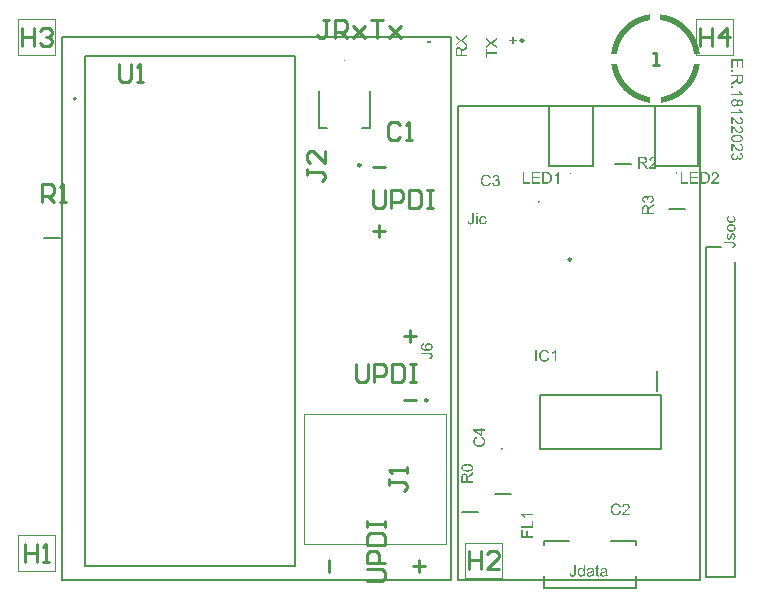
<source format=gbr>
%TF.GenerationSoftware,Altium Limited,Altium Designer,24.0.1 (36)*%
G04 Layer_Color=65535*
%FSLAX45Y45*%
%MOMM*%
%TF.SameCoordinates,87475131-42DB-44E4-9C0F-69BDD36FC7AA*%
%TF.FilePolarity,Positive*%
%TF.FileFunction,Legend,Top*%
%TF.Part,Single*%
G01*
G75*
%TA.AperFunction,NonConductor*%
%ADD37C,0.25400*%
%ADD38C,0.20000*%
%ADD39C,0.10000*%
%ADD40C,0.05000*%
%ADD41C,0.12700*%
G36*
X5122527Y4358146D02*
Y4359003D01*
X5121670D01*
Y4361572D01*
X5120814D01*
Y4364141D01*
X5119958D01*
Y4366710D01*
X5119102D01*
Y4370135D01*
X5118245D01*
Y4372704D01*
X5117389D01*
Y4376130D01*
X5116533D01*
Y4378699D01*
X5115676D01*
Y4382124D01*
X5114820D01*
Y4385550D01*
X5113963D01*
Y4388975D01*
X5113107D01*
Y4392400D01*
X5112251D01*
Y4396682D01*
X5111394D01*
Y4400964D01*
X5110538D01*
Y4405245D01*
X5109682D01*
Y4409527D01*
X5108825D01*
Y4414665D01*
X5107969D01*
Y4419803D01*
X5107113D01*
Y4425798D01*
X5106256D01*
Y4432648D01*
X5105400D01*
Y4433505D01*
X5155068D01*
Y4427510D01*
X5155924D01*
Y4422372D01*
X5156781D01*
Y4417234D01*
X5157637D01*
Y4412953D01*
X5158493D01*
Y4408671D01*
X5159350D01*
Y4404389D01*
X5160206D01*
Y4400964D01*
X5161062D01*
Y4397538D01*
X5161919D01*
Y4394113D01*
X5162775D01*
Y4390687D01*
X5163631D01*
Y4387262D01*
X5164488D01*
Y4384693D01*
X5165344D01*
Y4381268D01*
X5166200D01*
Y4378699D01*
X5167057D01*
Y4376130D01*
X5167913D01*
Y4373561D01*
X5168769D01*
Y4370992D01*
X5169626D01*
Y4368423D01*
X5170482D01*
Y4365854D01*
X5171338D01*
Y4364141D01*
X5172195D01*
Y4361572D01*
X5173051D01*
Y4359003D01*
X5173907D01*
Y4357290D01*
X5174764D01*
Y4354721D01*
X5175620D01*
Y4353009D01*
X5176477D01*
Y4350439D01*
X5177333D01*
Y4348727D01*
X5178189D01*
Y4347014D01*
X5179046D01*
Y4344445D01*
X5179902D01*
Y4342732D01*
X5180758D01*
Y4341020D01*
X5181614D01*
Y4339307D01*
X5182471D01*
Y4337594D01*
X5183327D01*
Y4335025D01*
X5184183D01*
Y4333313D01*
X5185040D01*
Y4331600D01*
X5185896D01*
Y4329887D01*
X5186753D01*
Y4328174D01*
X5187609D01*
Y4326462D01*
X5188465D01*
Y4324749D01*
X5189322D01*
Y4323893D01*
X5190178D01*
Y4322180D01*
X5191034D01*
Y4320467D01*
X5191891D01*
Y4318755D01*
X5192747D01*
Y4317042D01*
X5193603D01*
Y4315329D01*
X5194460D01*
Y4314473D01*
X5195316D01*
Y4312760D01*
X5196172D01*
Y4311048D01*
X5197029D01*
Y4309335D01*
X5197885D01*
Y4308479D01*
X5198741D01*
Y4306766D01*
X5199598D01*
Y4305053D01*
X5200454D01*
Y4304197D01*
X5201310D01*
Y4302484D01*
X5202167D01*
Y4301628D01*
X5203023D01*
Y4299915D01*
X5203879D01*
Y4299059D01*
X5204736D01*
Y4297346D01*
X5205592D01*
Y4295634D01*
X5206449D01*
Y4294777D01*
X5207305D01*
Y4293065D01*
X5208161D01*
Y4292208D01*
X5209018D01*
Y4291352D01*
X5209874D01*
Y4289639D01*
X5210730D01*
Y4288783D01*
X5211586D01*
Y4287070D01*
X5212443D01*
Y4286214D01*
X5213299D01*
Y4284501D01*
X5214155D01*
Y4283645D01*
X5215012D01*
Y4282788D01*
X5215868D01*
Y4281076D01*
X5216725D01*
Y4280219D01*
X5217581D01*
Y4279363D01*
X5218437D01*
Y4277650D01*
X5219294D01*
Y4276794D01*
X5220150D01*
Y4275938D01*
X5221006D01*
Y4274225D01*
X5221863D01*
Y4273369D01*
X5222719D01*
Y4272512D01*
X5223575D01*
Y4271656D01*
X5224432D01*
Y4269943D01*
X5225288D01*
Y4269087D01*
X5226144D01*
Y4268230D01*
X5227001D01*
Y4267374D01*
X5227857D01*
Y4266518D01*
X5228713D01*
Y4264805D01*
X5229570D01*
Y4263949D01*
X5230426D01*
Y4263093D01*
X5231282D01*
Y4262236D01*
X5232139D01*
Y4261380D01*
X5232995D01*
Y4260523D01*
X5233851D01*
Y4258811D01*
X5234708D01*
Y4257954D01*
X5235564D01*
Y4257098D01*
X5236421D01*
Y4256242D01*
X5237277D01*
Y4255385D01*
X5238133D01*
Y4254529D01*
X5238990D01*
Y4253673D01*
X5239846D01*
Y4252816D01*
X5240702D01*
Y4251960D01*
X5241558D01*
Y4251104D01*
X5242415D01*
Y4250247D01*
X5243271D01*
Y4249391D01*
X5244127D01*
Y4248535D01*
X5244984D01*
Y4246822D01*
X5245840D01*
Y4245966D01*
X5246697D01*
Y4245109D01*
X5247553D01*
Y4244253D01*
X5248409D01*
Y4243397D01*
X5249266D01*
Y4242540D01*
X5250122D01*
Y4241684D01*
X5251835D01*
Y4240827D01*
X5252691D01*
Y4239971D01*
X5253547D01*
Y4239115D01*
X5254404D01*
Y4238258D01*
X5255260D01*
Y4237402D01*
X5256116D01*
Y4236546D01*
X5256973D01*
Y4235690D01*
X5257829D01*
Y4234833D01*
X5258685D01*
Y4233977D01*
X5259542D01*
Y4233121D01*
X5260398D01*
Y4232264D01*
X5261254D01*
Y4231408D01*
X5262111D01*
Y4230551D01*
X5263823D01*
Y4229695D01*
X5264680D01*
Y4228839D01*
X5265536D01*
Y4227982D01*
X5266393D01*
Y4227126D01*
X5267249D01*
Y4226270D01*
X5268105D01*
Y4225413D01*
X5269818D01*
Y4224557D01*
X5270674D01*
Y4223701D01*
X5271530D01*
Y4222844D01*
X5272387D01*
Y4221988D01*
X5273243D01*
Y4221132D01*
X5274956D01*
Y4220275D01*
X5275812D01*
Y4219419D01*
X5276669D01*
Y4218563D01*
X5277525D01*
Y4217706D01*
X5279238D01*
Y4216850D01*
X5280094D01*
Y4215994D01*
X5280950D01*
Y4215137D01*
X5282663D01*
Y4214281D01*
X5283519D01*
Y4213425D01*
X5284376D01*
Y4212568D01*
X5286088D01*
Y4211712D01*
X5286945D01*
Y4210855D01*
X5287801D01*
Y4209999D01*
X5289514D01*
Y4209143D01*
X5290370D01*
Y4208286D01*
X5292083D01*
Y4207430D01*
X5292939D01*
Y4206574D01*
X5294652D01*
Y4205718D01*
X5295508D01*
Y4204861D01*
X5296365D01*
Y4204005D01*
X5298077D01*
Y4203149D01*
X5298934D01*
Y4202292D01*
X5300646D01*
Y4201436D01*
X5302359D01*
Y4200579D01*
X5303215D01*
Y4199723D01*
X5304928D01*
Y4198867D01*
X5305784D01*
Y4198010D01*
X5307497D01*
Y4197154D01*
X5308353D01*
Y4196298D01*
X5310066D01*
Y4195441D01*
X5311779D01*
Y4194585D01*
X5312635D01*
Y4193729D01*
X5314348D01*
Y4192872D01*
X5316060D01*
Y4192016D01*
X5317773D01*
Y4191160D01*
X5318629D01*
Y4190303D01*
X5320342D01*
Y4189447D01*
X5322055D01*
Y4188591D01*
X5323767D01*
Y4187734D01*
X5325480D01*
Y4186878D01*
X5326337D01*
Y4186022D01*
X5328049D01*
Y4185165D01*
X5329762D01*
Y4184309D01*
X5331474D01*
Y4183453D01*
X5333187D01*
Y4182596D01*
X5334900D01*
Y4181740D01*
X5336613D01*
Y4180883D01*
X5338325D01*
Y4180027D01*
X5340038D01*
Y4179171D01*
X5342607D01*
Y4178314D01*
X5344320D01*
Y4177458D01*
X5346032D01*
Y4176602D01*
X5347745D01*
Y4175746D01*
X5350314D01*
Y4174889D01*
X5352027D01*
Y4174033D01*
X5353739D01*
Y4173177D01*
X5356309D01*
Y4172320D01*
X5358021D01*
Y4171464D01*
X5360590D01*
Y4170607D01*
X5362303D01*
Y4169751D01*
X5364872D01*
Y4168895D01*
X5366585D01*
Y4168038D01*
X5369154D01*
Y4167182D01*
X5371723D01*
Y4166326D01*
X5374292D01*
Y4165469D01*
X5376861D01*
Y4164613D01*
X5379430D01*
Y4163757D01*
X5381999D01*
Y4162900D01*
X5384568D01*
Y4162044D01*
X5387993D01*
Y4161188D01*
X5390562D01*
Y4160331D01*
X5393987D01*
Y4159475D01*
X5397413D01*
Y4158619D01*
X5400838D01*
Y4157762D01*
X5404264D01*
Y4156906D01*
X5407689D01*
Y4156050D01*
X5411971D01*
Y4155193D01*
X5416253D01*
Y4154337D01*
X5420534D01*
Y4153481D01*
X5425672D01*
Y4152624D01*
X5430810D01*
Y4151768D01*
X5436805D01*
Y4102100D01*
X5435948D01*
Y4102956D01*
X5429098D01*
Y4103813D01*
X5423103D01*
Y4104669D01*
X5417965D01*
Y4105525D01*
X5412827D01*
Y4106382D01*
X5408545D01*
Y4107238D01*
X5404264D01*
Y4108094D01*
X5399982D01*
Y4108951D01*
X5395700D01*
Y4109807D01*
X5392275D01*
Y4110663D01*
X5388850D01*
Y4111520D01*
X5385424D01*
Y4112376D01*
X5381999D01*
Y4113233D01*
X5379430D01*
Y4114089D01*
X5376004D01*
Y4114945D01*
X5373435D01*
Y4115802D01*
X5370010D01*
Y4116658D01*
X5367441D01*
Y4117514D01*
X5364872D01*
Y4118370D01*
X5362303D01*
Y4119227D01*
X5359734D01*
Y4120083D01*
X5357165D01*
Y4120939D01*
X5354596D01*
Y4121796D01*
X5352027D01*
Y4122652D01*
X5349458D01*
Y4123509D01*
X5347745D01*
Y4124365D01*
X5345176D01*
Y4125221D01*
X5342607D01*
Y4126078D01*
X5340894D01*
Y4126934D01*
X5338325D01*
Y4127790D01*
X5336613D01*
Y4128647D01*
X5334900D01*
Y4129503D01*
X5332331D01*
Y4130359D01*
X5330618D01*
Y4131216D01*
X5328906D01*
Y4132072D01*
X5326337D01*
Y4132928D01*
X5324624D01*
Y4133785D01*
X5322911D01*
Y4134641D01*
X5321198D01*
Y4135497D01*
X5319486D01*
Y4136354D01*
X5316917D01*
Y4137210D01*
X5315204D01*
Y4138066D01*
X5313491D01*
Y4138923D01*
X5311779D01*
Y4139779D01*
X5310066D01*
Y4140635D01*
X5308353D01*
Y4141492D01*
X5306641D01*
Y4142348D01*
X5304928D01*
Y4143205D01*
X5304071D01*
Y4144061D01*
X5302359D01*
Y4144917D01*
X5300646D01*
Y4145774D01*
X5298934D01*
Y4146630D01*
X5297221D01*
Y4147486D01*
X5295508D01*
Y4148342D01*
X5294652D01*
Y4149199D01*
X5292939D01*
Y4150055D01*
X5291226D01*
Y4150911D01*
X5289514D01*
Y4151768D01*
X5288657D01*
Y4152624D01*
X5286945D01*
Y4153481D01*
X5285232D01*
Y4154337D01*
X5284376D01*
Y4155193D01*
X5282663D01*
Y4156050D01*
X5280950D01*
Y4156906D01*
X5280094D01*
Y4157762D01*
X5278381D01*
Y4158619D01*
X5277525D01*
Y4159475D01*
X5275812D01*
Y4160331D01*
X5274956D01*
Y4161188D01*
X5273243D01*
Y4162044D01*
X5272387D01*
Y4162900D01*
X5270674D01*
Y4163757D01*
X5269818D01*
Y4164613D01*
X5268105D01*
Y4165469D01*
X5267249D01*
Y4166326D01*
X5265536D01*
Y4167182D01*
X5264680D01*
Y4168038D01*
X5262967D01*
Y4168895D01*
X5262111D01*
Y4169751D01*
X5260398D01*
Y4170607D01*
X5259542D01*
Y4171464D01*
X5258685D01*
Y4172320D01*
X5256973D01*
Y4173177D01*
X5256116D01*
Y4174033D01*
X5255260D01*
Y4174889D01*
X5253547D01*
Y4175746D01*
X5252691D01*
Y4176602D01*
X5251835D01*
Y4177458D01*
X5250122D01*
Y4178314D01*
X5249266D01*
Y4179171D01*
X5248409D01*
Y4180027D01*
X5247553D01*
Y4180883D01*
X5245840D01*
Y4181740D01*
X5244984D01*
Y4182596D01*
X5244127D01*
Y4183453D01*
X5243271D01*
Y4184309D01*
X5241558D01*
Y4185165D01*
X5240702D01*
Y4186022D01*
X5239846D01*
Y4186878D01*
X5238990D01*
Y4187734D01*
X5237277D01*
Y4188591D01*
X5236421D01*
Y4189447D01*
X5235564D01*
Y4190303D01*
X5234708D01*
Y4191160D01*
X5233851D01*
Y4192016D01*
X5232995D01*
Y4192872D01*
X5231282D01*
Y4193729D01*
X5230426D01*
Y4194585D01*
X5229570D01*
Y4195441D01*
X5228713D01*
Y4196298D01*
X5227857D01*
Y4197154D01*
X5227001D01*
Y4198010D01*
X5226144D01*
Y4198867D01*
X5225288D01*
Y4199723D01*
X5224432D01*
Y4200579D01*
X5223575D01*
Y4201436D01*
X5221863D01*
Y4202292D01*
X5221006D01*
Y4203149D01*
X5220150D01*
Y4204005D01*
X5219294D01*
Y4204861D01*
X5218437D01*
Y4205718D01*
X5217581D01*
Y4206574D01*
X5216725D01*
Y4207430D01*
X5215868D01*
Y4208286D01*
X5215012D01*
Y4209143D01*
X5214155D01*
Y4209999D01*
X5213299D01*
Y4210855D01*
X5212443D01*
Y4211712D01*
X5211586D01*
Y4212568D01*
X5210730D01*
Y4213425D01*
X5209874D01*
Y4214281D01*
X5209018D01*
Y4215137D01*
X5208161D01*
Y4215994D01*
X5207305D01*
Y4216850D01*
X5206449D01*
Y4217706D01*
X5205592D01*
Y4218563D01*
X5204736D01*
Y4220275D01*
X5203879D01*
Y4221132D01*
X5203023D01*
Y4221988D01*
X5202167D01*
Y4222844D01*
X5201310D01*
Y4223701D01*
X5200454D01*
Y4224557D01*
X5199598D01*
Y4225413D01*
X5198741D01*
Y4226270D01*
X5197885D01*
Y4227126D01*
X5197029D01*
Y4227982D01*
X5196172D01*
Y4229695D01*
X5195316D01*
Y4230551D01*
X5194460D01*
Y4231408D01*
X5193603D01*
Y4232264D01*
X5192747D01*
Y4233121D01*
X5191891D01*
Y4233977D01*
X5191034D01*
Y4235690D01*
X5190178D01*
Y4236546D01*
X5189322D01*
Y4237402D01*
X5188465D01*
Y4238258D01*
X5187609D01*
Y4239971D01*
X5186753D01*
Y4240827D01*
X5185896D01*
Y4241684D01*
X5185040D01*
Y4242540D01*
X5184183D01*
Y4244253D01*
X5183327D01*
Y4245109D01*
X5182471D01*
Y4245966D01*
X5181614D01*
Y4246822D01*
X5180758D01*
Y4248535D01*
X5179902D01*
Y4249391D01*
X5179046D01*
Y4250247D01*
X5178189D01*
Y4251960D01*
X5177333D01*
Y4252816D01*
X5176477D01*
Y4253673D01*
X5175620D01*
Y4255385D01*
X5174764D01*
Y4256242D01*
X5173907D01*
Y4257098D01*
X5173051D01*
Y4258811D01*
X5172195D01*
Y4259667D01*
X5171338D01*
Y4261380D01*
X5170482D01*
Y4262236D01*
X5169626D01*
Y4263949D01*
X5168769D01*
Y4264805D01*
X5167913D01*
Y4266518D01*
X5167057D01*
Y4267374D01*
X5166200D01*
Y4269087D01*
X5165344D01*
Y4269943D01*
X5164488D01*
Y4271656D01*
X5163631D01*
Y4272512D01*
X5162775D01*
Y4274225D01*
X5161919D01*
Y4275081D01*
X5161062D01*
Y4276794D01*
X5160206D01*
Y4277650D01*
X5159350D01*
Y4279363D01*
X5158493D01*
Y4281076D01*
X5157637D01*
Y4281932D01*
X5156781D01*
Y4283645D01*
X5155924D01*
Y4285357D01*
X5155068D01*
Y4286214D01*
X5154211D01*
Y4287926D01*
X5153355D01*
Y4289639D01*
X5152499D01*
Y4291352D01*
X5151642D01*
Y4292208D01*
X5150786D01*
Y4293921D01*
X5149930D01*
Y4295634D01*
X5149074D01*
Y4297346D01*
X5148217D01*
Y4299059D01*
X5147361D01*
Y4300771D01*
X5146505D01*
Y4301628D01*
X5145648D01*
Y4303341D01*
X5144792D01*
Y4305053D01*
X5143935D01*
Y4306766D01*
X5143079D01*
Y4308479D01*
X5142223D01*
Y4310191D01*
X5141366D01*
Y4311904D01*
X5140510D01*
Y4313617D01*
X5139654D01*
Y4316186D01*
X5138797D01*
Y4317898D01*
X5137941D01*
Y4319611D01*
X5137085D01*
Y4321324D01*
X5136228D01*
Y4323037D01*
X5135372D01*
Y4325606D01*
X5134516D01*
Y4327318D01*
X5133659D01*
Y4329031D01*
X5132803D01*
Y4331600D01*
X5131947D01*
Y4333313D01*
X5131090D01*
Y4335025D01*
X5130234D01*
Y4337594D01*
X5129378D01*
Y4339307D01*
X5128521D01*
Y4341876D01*
X5127665D01*
Y4344445D01*
X5126809D01*
Y4346158D01*
X5125952D01*
Y4348727D01*
X5125096D01*
Y4351296D01*
X5124239D01*
Y4353865D01*
X5123383D01*
Y4356434D01*
X5122527D01*
Y4357290D01*
Y4358146D01*
D02*
G37*
G36*
X5773347Y4240827D02*
Y4239971D01*
X5772491D01*
Y4239115D01*
X5771635D01*
Y4238258D01*
X5770778D01*
Y4236546D01*
X5769922D01*
Y4235690D01*
X5769066D01*
Y4234833D01*
X5768209D01*
Y4233977D01*
X5767353D01*
Y4233121D01*
X5766497D01*
Y4231408D01*
X5765640D01*
Y4230551D01*
X5764784D01*
Y4229695D01*
X5763928D01*
Y4228839D01*
X5763071D01*
Y4227982D01*
X5762215D01*
Y4227126D01*
X5761359D01*
Y4226270D01*
X5760502D01*
Y4224557D01*
X5759646D01*
Y4223701D01*
X5758790D01*
Y4222844D01*
X5757933D01*
Y4221988D01*
X5757077D01*
Y4221132D01*
X5756221D01*
Y4220275D01*
X5755364D01*
Y4219419D01*
X5754508D01*
Y4218563D01*
X5753651D01*
Y4217706D01*
X5752795D01*
Y4216850D01*
X5751939D01*
Y4215994D01*
X5751082D01*
Y4215137D01*
X5750226D01*
Y4214281D01*
X5749370D01*
Y4213425D01*
X5748514D01*
Y4212568D01*
X5747657D01*
Y4211712D01*
X5746801D01*
Y4210855D01*
X5745945D01*
Y4209999D01*
X5745088D01*
Y4209143D01*
X5744232D01*
Y4208286D01*
X5743375D01*
Y4207430D01*
X5742519D01*
Y4206574D01*
X5741663D01*
Y4205718D01*
X5740806D01*
Y4204861D01*
X5739950D01*
Y4204005D01*
X5739094D01*
Y4203149D01*
X5738237D01*
Y4202292D01*
X5737381D01*
Y4201436D01*
X5736525D01*
Y4200579D01*
X5735668D01*
Y4199723D01*
X5734812D01*
Y4198867D01*
X5733956D01*
Y4198010D01*
X5733099D01*
Y4197154D01*
X5732243D01*
Y4196298D01*
X5730530D01*
Y4195441D01*
X5729674D01*
Y4194585D01*
X5728818D01*
Y4193729D01*
X5727961D01*
Y4192872D01*
X5727105D01*
Y4192016D01*
X5726249D01*
Y4191160D01*
X5725392D01*
Y4190303D01*
X5723679D01*
Y4189447D01*
X5722823D01*
Y4188591D01*
X5721967D01*
Y4187734D01*
X5721110D01*
Y4186878D01*
X5720254D01*
Y4186022D01*
X5718542D01*
Y4185165D01*
X5717685D01*
Y4184309D01*
X5716829D01*
Y4183453D01*
X5715973D01*
Y4182596D01*
X5715116D01*
Y4181740D01*
X5713403D01*
Y4180883D01*
X5712547D01*
Y4180027D01*
X5711691D01*
Y4179171D01*
X5709978D01*
Y4178314D01*
X5709122D01*
Y4177458D01*
X5708265D01*
Y4176602D01*
X5707409D01*
Y4175746D01*
X5705696D01*
Y4174889D01*
X5704840D01*
Y4174033D01*
X5703984D01*
Y4173177D01*
X5702271D01*
Y4172320D01*
X5701415D01*
Y4171464D01*
X5699702D01*
Y4170607D01*
X5698846D01*
Y4169751D01*
X5697989D01*
Y4168895D01*
X5696277D01*
Y4168038D01*
X5695420D01*
Y4167182D01*
X5693707D01*
Y4166326D01*
X5692851D01*
Y4165469D01*
X5691138D01*
Y4164613D01*
X5690282D01*
Y4163757D01*
X5688570D01*
Y4162900D01*
X5687713D01*
Y4162044D01*
X5686001D01*
Y4161188D01*
X5685144D01*
Y4160331D01*
X5683431D01*
Y4159475D01*
X5682575D01*
Y4158619D01*
X5680862D01*
Y4157762D01*
X5680006D01*
Y4156906D01*
X5678293D01*
Y4156050D01*
X5676581D01*
Y4155193D01*
X5675724D01*
Y4154337D01*
X5674012D01*
Y4153481D01*
X5673155D01*
Y4152624D01*
X5671443D01*
Y4151768D01*
X5669730D01*
Y4150911D01*
X5668017D01*
Y4150055D01*
X5667161D01*
Y4149199D01*
X5665448D01*
Y4148342D01*
X5663735D01*
Y4147486D01*
X5662023D01*
Y4146630D01*
X5661166D01*
Y4145774D01*
X5659454D01*
Y4144917D01*
X5657741D01*
Y4144061D01*
X5656029D01*
Y4143205D01*
X5654316D01*
Y4142348D01*
X5652603D01*
Y4141492D01*
X5650890D01*
Y4140635D01*
X5649178D01*
Y4139779D01*
X5647465D01*
Y4138923D01*
X5645752D01*
Y4138066D01*
X5644040D01*
Y4137210D01*
X5642327D01*
Y4136354D01*
X5640614D01*
Y4135497D01*
X5638902D01*
Y4134641D01*
X5637189D01*
Y4133785D01*
X5635476D01*
Y4132928D01*
X5632907D01*
Y4132072D01*
X5631194D01*
Y4131216D01*
X5629482D01*
Y4130359D01*
X5626913D01*
Y4129503D01*
X5625200D01*
Y4128647D01*
X5623487D01*
Y4127790D01*
X5620918D01*
Y4126934D01*
X5619206D01*
Y4126078D01*
X5616637D01*
Y4125221D01*
X5614924D01*
Y4124365D01*
X5612355D01*
Y4123509D01*
X5609786D01*
Y4122652D01*
X5607217D01*
Y4121796D01*
X5605504D01*
Y4120939D01*
X5602935D01*
Y4120083D01*
X5600366D01*
Y4119227D01*
X5597797D01*
Y4118370D01*
X5595228D01*
Y4117514D01*
X5592659D01*
Y4116658D01*
X5589234D01*
Y4115802D01*
X5586665D01*
Y4114945D01*
X5583239D01*
Y4114089D01*
X5580670D01*
Y4113233D01*
X5577245D01*
Y4112376D01*
X5573819D01*
Y4111520D01*
X5570394D01*
Y4110663D01*
X5566969D01*
Y4109807D01*
X5563543D01*
Y4108951D01*
X5559262D01*
Y4108094D01*
X5555836D01*
Y4107238D01*
X5550698D01*
Y4106382D01*
X5546417D01*
Y4105525D01*
X5541278D01*
Y4104669D01*
X5536141D01*
Y4103813D01*
X5530146D01*
Y4102956D01*
X5523295D01*
Y4150911D01*
X5524152D01*
Y4151768D01*
X5530146D01*
Y4152624D01*
X5535284D01*
Y4153481D01*
X5540422D01*
Y4154337D01*
X5544704D01*
Y4155193D01*
X5548986D01*
Y4156050D01*
X5552411D01*
Y4156906D01*
X5556693D01*
Y4157762D01*
X5560118D01*
Y4158619D01*
X5563543D01*
Y4159475D01*
X5566113D01*
Y4160331D01*
X5569538D01*
Y4161188D01*
X5572107D01*
Y4162044D01*
X5575532D01*
Y4162900D01*
X5578101D01*
Y4163757D01*
X5580670D01*
Y4164613D01*
X5583239D01*
Y4165469D01*
X5585808D01*
Y4166326D01*
X5588377D01*
Y4167182D01*
X5590946D01*
Y4168038D01*
X5593515D01*
Y4168895D01*
X5595228D01*
Y4169751D01*
X5597797D01*
Y4170607D01*
X5599510D01*
Y4171464D01*
X5602079D01*
Y4172320D01*
X5603791D01*
Y4173177D01*
X5606361D01*
Y4174033D01*
X5608073D01*
Y4174889D01*
X5610642D01*
Y4175746D01*
X5612355D01*
Y4176602D01*
X5614068D01*
Y4177458D01*
X5615780D01*
Y4178314D01*
X5617493D01*
Y4179171D01*
X5620062D01*
Y4180027D01*
X5621775D01*
Y4180883D01*
X5623487D01*
Y4181740D01*
X5625200D01*
Y4182596D01*
X5626913D01*
Y4183453D01*
X5628626D01*
Y4184309D01*
X5630338D01*
Y4185165D01*
X5632051D01*
Y4186022D01*
X5633763D01*
Y4186878D01*
X5634620D01*
Y4187734D01*
X5636333D01*
Y4188591D01*
X5638045D01*
Y4189447D01*
X5639758D01*
Y4190303D01*
X5641471D01*
Y4191160D01*
X5642327D01*
Y4192016D01*
X5644040D01*
Y4192872D01*
X5645752D01*
Y4193729D01*
X5647465D01*
Y4194585D01*
X5648321D01*
Y4195441D01*
X5650034D01*
Y4196298D01*
X5651747D01*
Y4197154D01*
X5652603D01*
Y4198010D01*
X5654316D01*
Y4198867D01*
X5655172D01*
Y4199723D01*
X5656885D01*
Y4200579D01*
X5658598D01*
Y4201436D01*
X5659454D01*
Y4202292D01*
X5661166D01*
Y4203149D01*
X5662023D01*
Y4204005D01*
X5663735D01*
Y4204861D01*
X5664592D01*
Y4205718D01*
X5666305D01*
Y4206574D01*
X5667161D01*
Y4207430D01*
X5668017D01*
Y4208286D01*
X5669730D01*
Y4209143D01*
X5670586D01*
Y4209999D01*
X5672299D01*
Y4210855D01*
X5673155D01*
Y4211712D01*
X5674012D01*
Y4212568D01*
X5675724D01*
Y4213425D01*
X5676581D01*
Y4214281D01*
X5677437D01*
Y4215137D01*
X5679150D01*
Y4215994D01*
X5680006D01*
Y4216850D01*
X5680862D01*
Y4217706D01*
X5682575D01*
Y4218563D01*
X5683431D01*
Y4219419D01*
X5684288D01*
Y4220275D01*
X5685144D01*
Y4221132D01*
X5686857D01*
Y4221988D01*
X5687713D01*
Y4222844D01*
X5688570D01*
Y4223701D01*
X5689426D01*
Y4224557D01*
X5690282D01*
Y4225413D01*
X5691995D01*
Y4226270D01*
X5692851D01*
Y4227126D01*
X5693707D01*
Y4227982D01*
X5694564D01*
Y4228839D01*
X5695420D01*
Y4229695D01*
X5696277D01*
Y4230551D01*
X5697989D01*
Y4231408D01*
X5698846D01*
Y4232264D01*
X5699702D01*
Y4233121D01*
X5700558D01*
Y4233977D01*
X5701415D01*
Y4234833D01*
X5702271D01*
Y4235690D01*
X5703127D01*
Y4236546D01*
X5703984D01*
Y4237402D01*
X5704840D01*
Y4238258D01*
X5705696D01*
Y4239115D01*
X5706553D01*
Y4239971D01*
X5708265D01*
Y4240827D01*
X5709122D01*
Y4241684D01*
X5709978D01*
Y4242540D01*
X5710834D01*
Y4243397D01*
X5711691D01*
Y4244253D01*
X5712547D01*
Y4245109D01*
X5713403D01*
Y4245966D01*
X5714260D01*
Y4246822D01*
X5715116D01*
Y4247678D01*
X5715973D01*
Y4248535D01*
X5716829D01*
Y4250247D01*
X5717685D01*
Y4251104D01*
X5718542D01*
Y4251960D01*
X5719398D01*
Y4252816D01*
X5720254D01*
Y4253673D01*
X5721110D01*
Y4254529D01*
X5721967D01*
Y4255385D01*
X5722823D01*
Y4256242D01*
X5723679D01*
Y4257098D01*
X5724536D01*
Y4257954D01*
X5725392D01*
Y4258811D01*
X5726249D01*
Y4260523D01*
X5727105D01*
Y4261380D01*
X5727961D01*
Y4262236D01*
X5728818D01*
Y4263093D01*
X5729674D01*
Y4263949D01*
X5730530D01*
Y4264805D01*
X5731387D01*
Y4266518D01*
X5732243D01*
Y4267374D01*
X5733099D01*
Y4268230D01*
X5733956D01*
Y4269087D01*
X5734812D01*
Y4269943D01*
X5735668D01*
Y4271656D01*
X5736525D01*
Y4272512D01*
X5737381D01*
Y4273369D01*
X5738237D01*
Y4274225D01*
X5739094D01*
Y4275938D01*
X5739950D01*
Y4276794D01*
X5740806D01*
Y4277650D01*
X5741663D01*
Y4279363D01*
X5742519D01*
Y4280219D01*
X5743375D01*
Y4281076D01*
X5744232D01*
Y4282788D01*
X5745088D01*
Y4283645D01*
X5745945D01*
Y4284501D01*
X5746801D01*
Y4286214D01*
X5747657D01*
Y4287070D01*
X5748514D01*
Y4288783D01*
X5749370D01*
Y4289639D01*
X5750226D01*
Y4291352D01*
X5751082D01*
Y4292208D01*
X5751939D01*
Y4293921D01*
X5752795D01*
Y4294777D01*
X5753651D01*
Y4296490D01*
X5754508D01*
Y4297346D01*
X5755364D01*
Y4299059D01*
X5756221D01*
Y4299915D01*
X5757077D01*
Y4301628D01*
X5757933D01*
Y4302484D01*
X5758790D01*
Y4304197D01*
X5759646D01*
Y4305910D01*
X5760502D01*
Y4306766D01*
X5761359D01*
Y4308479D01*
X5762215D01*
Y4310191D01*
X5763071D01*
Y4311048D01*
X5763928D01*
Y4312760D01*
X5764784D01*
Y4314473D01*
X5765640D01*
Y4315329D01*
X5766497D01*
Y4317042D01*
X5767353D01*
Y4318755D01*
X5768209D01*
Y4320467D01*
X5769066D01*
Y4322180D01*
X5769922D01*
Y4323893D01*
X5770778D01*
Y4325606D01*
X5771635D01*
Y4326462D01*
X5772491D01*
Y4328174D01*
X5773347D01*
Y4329887D01*
X5774204D01*
Y4331600D01*
X5775060D01*
Y4334169D01*
X5775917D01*
Y4335882D01*
X5776773D01*
Y4337594D01*
X5777629D01*
Y4339307D01*
X5778486D01*
Y4341020D01*
X5779342D01*
Y4342732D01*
X5780198D01*
Y4344445D01*
X5781054D01*
Y4347014D01*
X5781911D01*
Y4348727D01*
X5782767D01*
Y4350439D01*
X5783623D01*
Y4353009D01*
X5784480D01*
Y4354721D01*
X5785336D01*
Y4357290D01*
X5786193D01*
Y4359003D01*
X5787049D01*
Y4361572D01*
X5787905D01*
Y4364141D01*
X5788762D01*
Y4366710D01*
X5789618D01*
Y4368423D01*
X5790474D01*
Y4370992D01*
X5791331D01*
Y4373561D01*
X5792187D01*
Y4376130D01*
X5793043D01*
Y4379555D01*
X5793900D01*
Y4382124D01*
X5794756D01*
Y4384693D01*
X5795612D01*
Y4388118D01*
X5796469D01*
Y4390687D01*
X5797325D01*
Y4394113D01*
X5798181D01*
Y4397538D01*
X5799038D01*
Y4400964D01*
X5799894D01*
Y4404389D01*
X5800750D01*
Y4408671D01*
X5801607D01*
Y4412953D01*
X5802463D01*
Y4417234D01*
X5803319D01*
Y4422372D01*
X5804176D01*
Y4427510D01*
X5805032D01*
Y4433505D01*
X5853844D01*
Y4428367D01*
X5852987D01*
Y4421516D01*
X5852131D01*
Y4416378D01*
X5851275D01*
Y4411240D01*
X5850418D01*
Y4406102D01*
X5849562D01*
Y4401820D01*
X5848706D01*
Y4397538D01*
X5847849D01*
Y4394113D01*
X5846993D01*
Y4389831D01*
X5846137D01*
Y4386406D01*
X5845280D01*
Y4382981D01*
X5844424D01*
Y4379555D01*
X5843567D01*
Y4376986D01*
X5842711D01*
Y4373561D01*
X5841855D01*
Y4370992D01*
X5840998D01*
Y4367566D01*
X5840142D01*
Y4364997D01*
X5839286D01*
Y4362428D01*
X5838430D01*
Y4359859D01*
X5837573D01*
Y4357290D01*
X5836717D01*
Y4354721D01*
X5835861D01*
Y4352152D01*
X5835004D01*
Y4349583D01*
X5834148D01*
Y4347014D01*
X5833291D01*
Y4344445D01*
X5832435D01*
Y4342732D01*
X5831579D01*
Y4340163D01*
X5830722D01*
Y4338451D01*
X5829866D01*
Y4335882D01*
X5829010D01*
Y4334169D01*
X5828153D01*
Y4331600D01*
X5827297D01*
Y4329887D01*
X5826441D01*
Y4328174D01*
X5825584D01*
Y4325606D01*
X5824728D01*
Y4323893D01*
X5823872D01*
Y4322180D01*
X5823015D01*
Y4320467D01*
X5822159D01*
Y4317898D01*
X5821303D01*
Y4316186D01*
X5820446D01*
Y4314473D01*
X5819590D01*
Y4312760D01*
X5818734D01*
Y4311048D01*
X5817877D01*
Y4309335D01*
X5817021D01*
Y4307622D01*
X5816165D01*
Y4305910D01*
X5815308D01*
Y4304197D01*
X5814452D01*
Y4302484D01*
X5813595D01*
Y4300771D01*
X5812739D01*
Y4299059D01*
X5811883D01*
Y4297346D01*
X5811026D01*
Y4296490D01*
X5810170D01*
Y4294777D01*
X5809314D01*
Y4293065D01*
X5808458D01*
Y4291352D01*
X5807601D01*
Y4289639D01*
X5806745D01*
Y4288783D01*
X5805889D01*
Y4287070D01*
X5805032D01*
Y4285357D01*
X5804176D01*
Y4284501D01*
X5803319D01*
Y4282788D01*
X5802463D01*
Y4281076D01*
X5801607D01*
Y4280219D01*
X5800750D01*
Y4278507D01*
X5799894D01*
Y4276794D01*
X5799038D01*
Y4275938D01*
X5798181D01*
Y4274225D01*
X5797325D01*
Y4273369D01*
X5796469D01*
Y4271656D01*
X5795612D01*
Y4270799D01*
X5794756D01*
Y4269087D01*
X5793900D01*
Y4268230D01*
X5793043D01*
Y4266518D01*
X5792187D01*
Y4265662D01*
X5791331D01*
Y4263949D01*
X5790474D01*
Y4263093D01*
X5789618D01*
Y4261380D01*
X5788762D01*
Y4260523D01*
X5787905D01*
Y4258811D01*
X5787049D01*
Y4257954D01*
X5786193D01*
Y4257098D01*
X5785336D01*
Y4255385D01*
X5784480D01*
Y4254529D01*
X5783623D01*
Y4253673D01*
X5782767D01*
Y4251960D01*
X5781911D01*
Y4251104D01*
X5781054D01*
Y4250247D01*
X5780198D01*
Y4248535D01*
X5779342D01*
Y4247678D01*
X5778486D01*
Y4246822D01*
X5777629D01*
Y4245109D01*
X5776773D01*
Y4244253D01*
X5775917D01*
Y4243397D01*
X5775060D01*
Y4242540D01*
X5774204D01*
Y4240827D01*
X5773347D01*
D02*
G37*
G36*
X5177333Y4603061D02*
Y4602204D01*
X5176477D01*
Y4599635D01*
X5175620D01*
Y4597922D01*
X5174764D01*
Y4595354D01*
X5173907D01*
Y4593641D01*
X5173051D01*
Y4591072D01*
X5172195D01*
Y4589359D01*
X5171338D01*
Y4586790D01*
X5170482D01*
Y4584221D01*
X5169626D01*
Y4581652D01*
X5168769D01*
Y4579083D01*
X5167913D01*
Y4576514D01*
X5167057D01*
Y4573945D01*
X5166200D01*
Y4570519D01*
X5165344D01*
Y4567950D01*
X5164488D01*
Y4565382D01*
X5163631D01*
Y4561956D01*
X5162775D01*
Y4558531D01*
X5161919D01*
Y4555105D01*
X5161062D01*
Y4551680D01*
X5160206D01*
Y4547398D01*
X5159350D01*
Y4543973D01*
X5158493D01*
Y4539691D01*
X5157637D01*
Y4534553D01*
X5156781D01*
Y4530271D01*
X5155924D01*
Y4524277D01*
X5155068D01*
Y4519139D01*
X5105400D01*
Y4522564D01*
X5106256D01*
Y4529415D01*
X5107113D01*
Y4534553D01*
X5107969D01*
Y4540547D01*
X5108825D01*
Y4544829D01*
X5109682D01*
Y4549111D01*
X5110538D01*
Y4553393D01*
X5111394D01*
Y4557674D01*
X5112251D01*
Y4561956D01*
X5113107D01*
Y4565382D01*
X5113963D01*
Y4568807D01*
X5114820D01*
Y4572232D01*
X5115676D01*
Y4574801D01*
X5116533D01*
Y4578227D01*
X5117389D01*
Y4581652D01*
X5118245D01*
Y4584221D01*
X5119102D01*
Y4586790D01*
X5119958D01*
Y4590215D01*
X5120814D01*
Y4592785D01*
X5121670D01*
Y4595354D01*
X5122527D01*
Y4597922D01*
X5123383D01*
Y4600491D01*
X5124239D01*
Y4603061D01*
X5125096D01*
Y4604773D01*
X5125952D01*
Y4607342D01*
X5126809D01*
Y4609911D01*
X5127665D01*
Y4611624D01*
X5128521D01*
Y4614193D01*
X5129378D01*
Y4615906D01*
X5130234D01*
Y4618475D01*
X5131090D01*
Y4620187D01*
X5131947D01*
Y4622757D01*
X5132803D01*
Y4624469D01*
X5133659D01*
Y4627038D01*
X5134516D01*
Y4628751D01*
X5135372D01*
Y4630463D01*
X5136228D01*
Y4632176D01*
X5137085D01*
Y4633889D01*
X5137941D01*
Y4636458D01*
X5138797D01*
Y4638171D01*
X5139654D01*
Y4639883D01*
X5140510D01*
Y4641596D01*
X5141366D01*
Y4643309D01*
X5142223D01*
Y4645021D01*
X5143079D01*
Y4646734D01*
X5143935D01*
Y4648447D01*
X5144792D01*
Y4650159D01*
X5145648D01*
Y4651872D01*
X5146505D01*
Y4653585D01*
X5147361D01*
Y4655298D01*
X5148217D01*
Y4656154D01*
X5149074D01*
Y4657866D01*
X5149930D01*
Y4659579D01*
X5150786D01*
Y4661292D01*
X5151642D01*
Y4663005D01*
X5152499D01*
Y4663861D01*
X5153355D01*
Y4665574D01*
X5154211D01*
Y4667286D01*
X5155068D01*
Y4668143D01*
X5155924D01*
Y4669855D01*
X5156781D01*
Y4671568D01*
X5157637D01*
Y4672424D01*
X5158493D01*
Y4674137D01*
X5159350D01*
Y4675850D01*
X5160206D01*
Y4676706D01*
X5161062D01*
Y4678419D01*
X5161919D01*
Y4679275D01*
X5162775D01*
Y4680988D01*
X5163631D01*
Y4682701D01*
X5164488D01*
Y4683557D01*
X5165344D01*
Y4685270D01*
X5166200D01*
Y4686126D01*
X5167057D01*
Y4687838D01*
X5167913D01*
Y4688695D01*
X5168769D01*
Y4690407D01*
X5169626D01*
Y4691264D01*
X5170482D01*
Y4692120D01*
X5171338D01*
Y4693833D01*
X5172195D01*
Y4694689D01*
X5173051D01*
Y4696402D01*
X5173907D01*
Y4697258D01*
X5174764D01*
Y4698115D01*
X5175620D01*
Y4699827D01*
X5176477D01*
Y4700684D01*
X5177333D01*
Y4701540D01*
X5178189D01*
Y4703253D01*
X5179046D01*
Y4704109D01*
X5179902D01*
Y4704965D01*
X5180758D01*
Y4706678D01*
X5181614D01*
Y4707534D01*
X5182471D01*
Y4708391D01*
X5183327D01*
Y4710103D01*
X5184183D01*
Y4710960D01*
X5185040D01*
Y4711816D01*
X5185896D01*
Y4712673D01*
X5186753D01*
Y4714385D01*
X5187609D01*
Y4715242D01*
X5188465D01*
Y4716098D01*
X5189322D01*
Y4716954D01*
X5190178D01*
Y4717810D01*
X5191034D01*
Y4719523D01*
X5191891D01*
Y4720379D01*
X5192747D01*
Y4721236D01*
X5193603D01*
Y4722092D01*
X5194460D01*
Y4722949D01*
X5195316D01*
Y4723805D01*
X5196172D01*
Y4725518D01*
X5197029D01*
Y4726374D01*
X5197885D01*
Y4727230D01*
X5198741D01*
Y4728087D01*
X5199598D01*
Y4728943D01*
X5200454D01*
Y4729799D01*
X5201310D01*
Y4730656D01*
X5202167D01*
Y4731512D01*
X5203023D01*
Y4732368D01*
X5203879D01*
Y4734081D01*
X5204736D01*
Y4734937D01*
X5205592D01*
Y4735794D01*
X5206449D01*
Y4736650D01*
X5207305D01*
Y4737506D01*
X5208161D01*
Y4738363D01*
X5209018D01*
Y4739219D01*
X5209874D01*
Y4740075D01*
X5210730D01*
Y4740932D01*
X5211586D01*
Y4741788D01*
X5212443D01*
Y4742645D01*
X5213299D01*
Y4743501D01*
X5214155D01*
Y4744357D01*
X5215012D01*
Y4745214D01*
X5215868D01*
Y4746070D01*
X5216725D01*
Y4746926D01*
X5217581D01*
Y4747782D01*
X5218437D01*
Y4748639D01*
X5219294D01*
Y4749495D01*
X5220150D01*
Y4750351D01*
X5221006D01*
Y4751208D01*
X5221863D01*
Y4752064D01*
X5222719D01*
Y4752921D01*
X5224432D01*
Y4753777D01*
X5225288D01*
Y4754633D01*
X5226144D01*
Y4755490D01*
X5227001D01*
Y4756346D01*
X5227857D01*
Y4757202D01*
X5228713D01*
Y4758059D01*
X5229570D01*
Y4758915D01*
X5230426D01*
Y4759771D01*
X5231282D01*
Y4760628D01*
X5232995D01*
Y4761484D01*
X5233851D01*
Y4762340D01*
X5234708D01*
Y4763197D01*
X5235564D01*
Y4764053D01*
X5236421D01*
Y4764909D01*
X5237277D01*
Y4765766D01*
X5238990D01*
Y4766622D01*
X5239846D01*
Y4767478D01*
X5240702D01*
Y4768335D01*
X5241558D01*
Y4769191D01*
X5242415D01*
Y4770047D01*
X5244127D01*
Y4770904D01*
X5244984D01*
Y4771760D01*
X5245840D01*
Y4772617D01*
X5246697D01*
Y4773473D01*
X5248409D01*
Y4774329D01*
X5249266D01*
Y4775186D01*
X5250122D01*
Y4776042D01*
X5251835D01*
Y4776898D01*
X5252691D01*
Y4777754D01*
X5253547D01*
Y4778611D01*
X5255260D01*
Y4779467D01*
X5256116D01*
Y4780323D01*
X5256973D01*
Y4781180D01*
X5258685D01*
Y4782036D01*
X5259542D01*
Y4782893D01*
X5260398D01*
Y4783749D01*
X5262111D01*
Y4784605D01*
X5262967D01*
Y4785462D01*
X5264680D01*
Y4786318D01*
X5265536D01*
Y4787174D01*
X5267249D01*
Y4788031D01*
X5268105D01*
Y4788887D01*
X5269818D01*
Y4789743D01*
X5270674D01*
Y4790600D01*
X5272387D01*
Y4791456D01*
X5273243D01*
Y4792312D01*
X5274956D01*
Y4793169D01*
X5275812D01*
Y4794025D01*
X5277525D01*
Y4794881D01*
X5278381D01*
Y4795738D01*
X5280094D01*
Y4796594D01*
X5280950D01*
Y4797450D01*
X5282663D01*
Y4798307D01*
X5284376D01*
Y4799163D01*
X5285232D01*
Y4800019D01*
X5286945D01*
Y4800876D01*
X5288657D01*
Y4801732D01*
X5289514D01*
Y4802589D01*
X5291226D01*
Y4803445D01*
X5292939D01*
Y4804301D01*
X5294652D01*
Y4805158D01*
X5295508D01*
Y4806014D01*
X5297221D01*
Y4806870D01*
X5298934D01*
Y4807726D01*
X5300646D01*
Y4808583D01*
X5302359D01*
Y4809439D01*
X5303215D01*
Y4810295D01*
X5304928D01*
Y4811152D01*
X5306641D01*
Y4812008D01*
X5308353D01*
Y4812865D01*
X5310066D01*
Y4813721D01*
X5311779D01*
Y4814577D01*
X5313491D01*
Y4815434D01*
X5315204D01*
Y4816290D01*
X5316917D01*
Y4817146D01*
X5318629D01*
Y4818003D01*
X5321198D01*
Y4818859D01*
X5322911D01*
Y4819715D01*
X5324624D01*
Y4820572D01*
X5326337D01*
Y4821428D01*
X5328049D01*
Y4822284D01*
X5330618D01*
Y4823141D01*
X5332331D01*
Y4823997D01*
X5334043D01*
Y4824853D01*
X5336613D01*
Y4825710D01*
X5338325D01*
Y4826566D01*
X5340894D01*
Y4827422D01*
X5342607D01*
Y4828279D01*
X5345176D01*
Y4829135D01*
X5347745D01*
Y4829991D01*
X5349458D01*
Y4830848D01*
X5352027D01*
Y4831704D01*
X5354596D01*
Y4832561D01*
X5357165D01*
Y4833417D01*
X5359734D01*
Y4834273D01*
X5362303D01*
Y4835130D01*
X5364872D01*
Y4835986D01*
X5367441D01*
Y4836842D01*
X5370010D01*
Y4837698D01*
X5373435D01*
Y4838555D01*
X5376004D01*
Y4839411D01*
X5378573D01*
Y4840267D01*
X5381999D01*
Y4841124D01*
X5385424D01*
Y4841980D01*
X5388850D01*
Y4842837D01*
X5392275D01*
Y4843693D01*
X5395700D01*
Y4844549D01*
X5399982D01*
Y4845406D01*
X5403407D01*
Y4846262D01*
X5407689D01*
Y4847118D01*
X5412827D01*
Y4847975D01*
X5417109D01*
Y4848831D01*
X5423103D01*
Y4849687D01*
X5429098D01*
Y4850544D01*
X5435948D01*
Y4851400D01*
X5436805D01*
Y4850544D01*
X5437661D01*
Y4802589D01*
X5436805D01*
Y4801732D01*
X5433379D01*
Y4800876D01*
X5428241D01*
Y4800019D01*
X5423103D01*
Y4799163D01*
X5417965D01*
Y4798307D01*
X5413683D01*
Y4797450D01*
X5409402D01*
Y4796594D01*
X5405976D01*
Y4795738D01*
X5402551D01*
Y4794881D01*
X5399126D01*
Y4794025D01*
X5395700D01*
Y4793169D01*
X5392275D01*
Y4792312D01*
X5388850D01*
Y4791456D01*
X5386281D01*
Y4790600D01*
X5383711D01*
Y4789743D01*
X5381142D01*
Y4788887D01*
X5377717D01*
Y4788031D01*
X5375148D01*
Y4787174D01*
X5372579D01*
Y4786318D01*
X5370866D01*
Y4785462D01*
X5368297D01*
Y4784605D01*
X5365728D01*
Y4783749D01*
X5363159D01*
Y4782893D01*
X5361446D01*
Y4782036D01*
X5358878D01*
Y4781180D01*
X5357165D01*
Y4780323D01*
X5354596D01*
Y4779467D01*
X5352883D01*
Y4778611D01*
X5351170D01*
Y4777754D01*
X5348601D01*
Y4776898D01*
X5346889D01*
Y4776042D01*
X5345176D01*
Y4775186D01*
X5343463D01*
Y4774329D01*
X5341751D01*
Y4773473D01*
X5339182D01*
Y4772617D01*
X5337469D01*
Y4771760D01*
X5335756D01*
Y4770904D01*
X5334043D01*
Y4770047D01*
X5332331D01*
Y4769191D01*
X5330618D01*
Y4768335D01*
X5328906D01*
Y4767478D01*
X5327193D01*
Y4766622D01*
X5326337D01*
Y4765766D01*
X5324624D01*
Y4764909D01*
X5322911D01*
Y4764053D01*
X5321198D01*
Y4763197D01*
X5319486D01*
Y4762340D01*
X5317773D01*
Y4761484D01*
X5316917D01*
Y4760628D01*
X5315204D01*
Y4759771D01*
X5313491D01*
Y4758915D01*
X5312635D01*
Y4758059D01*
X5310922D01*
Y4757202D01*
X5309210D01*
Y4756346D01*
X5308353D01*
Y4755490D01*
X5306641D01*
Y4754633D01*
X5304928D01*
Y4753777D01*
X5304071D01*
Y4752921D01*
X5302359D01*
Y4752064D01*
X5301502D01*
Y4751208D01*
X5299790D01*
Y4750351D01*
X5298934D01*
Y4749495D01*
X5297221D01*
Y4748639D01*
X5296365D01*
Y4747782D01*
X5294652D01*
Y4746926D01*
X5293795D01*
Y4746070D01*
X5292083D01*
Y4745214D01*
X5291226D01*
Y4744357D01*
X5289514D01*
Y4743501D01*
X5288657D01*
Y4742645D01*
X5287801D01*
Y4741788D01*
X5286088D01*
Y4740932D01*
X5285232D01*
Y4740075D01*
X5284376D01*
Y4739219D01*
X5282663D01*
Y4738363D01*
X5281807D01*
Y4737506D01*
X5280950D01*
Y4736650D01*
X5279238D01*
Y4735794D01*
X5278381D01*
Y4734937D01*
X5277525D01*
Y4734081D01*
X5276669D01*
Y4733225D01*
X5274956D01*
Y4732368D01*
X5274099D01*
Y4731512D01*
X5273243D01*
Y4730656D01*
X5272387D01*
Y4729799D01*
X5270674D01*
Y4728943D01*
X5269818D01*
Y4728087D01*
X5268962D01*
Y4727230D01*
X5268105D01*
Y4726374D01*
X5267249D01*
Y4725518D01*
X5265536D01*
Y4724661D01*
X5264680D01*
Y4723805D01*
X5263823D01*
Y4722949D01*
X5262967D01*
Y4722092D01*
X5262111D01*
Y4721236D01*
X5261254D01*
Y4720379D01*
X5260398D01*
Y4719523D01*
X5259542D01*
Y4718667D01*
X5257829D01*
Y4717810D01*
X5256973D01*
Y4716954D01*
X5256116D01*
Y4716098D01*
X5255260D01*
Y4715242D01*
X5254404D01*
Y4714385D01*
X5253547D01*
Y4713529D01*
X5252691D01*
Y4712673D01*
X5251835D01*
Y4711816D01*
X5250978D01*
Y4710960D01*
X5250122D01*
Y4710103D01*
X5249266D01*
Y4709247D01*
X5248409D01*
Y4708391D01*
X5247553D01*
Y4707534D01*
X5246697D01*
Y4706678D01*
X5245840D01*
Y4705822D01*
X5244984D01*
Y4704965D01*
X5244127D01*
Y4704109D01*
X5243271D01*
Y4703253D01*
X5242415D01*
Y4702396D01*
X5241558D01*
Y4701540D01*
X5240702D01*
Y4700684D01*
X5239846D01*
Y4699827D01*
X5238990D01*
Y4698971D01*
X5238133D01*
Y4697258D01*
X5237277D01*
Y4696402D01*
X5236421D01*
Y4695546D01*
X5235564D01*
Y4694689D01*
X5234708D01*
Y4693833D01*
X5233851D01*
Y4692977D01*
X5232995D01*
Y4692120D01*
X5232139D01*
Y4691264D01*
X5231282D01*
Y4689551D01*
X5230426D01*
Y4688695D01*
X5229570D01*
Y4687838D01*
X5228713D01*
Y4686982D01*
X5227857D01*
Y4686126D01*
X5227001D01*
Y4684413D01*
X5226144D01*
Y4683557D01*
X5225288D01*
Y4682701D01*
X5224432D01*
Y4681844D01*
X5223575D01*
Y4680988D01*
X5222719D01*
Y4679275D01*
X5221863D01*
Y4678419D01*
X5221006D01*
Y4677562D01*
X5220150D01*
Y4675850D01*
X5219294D01*
Y4674993D01*
X5218437D01*
Y4674137D01*
X5217581D01*
Y4672424D01*
X5216725D01*
Y4671568D01*
X5215868D01*
Y4670712D01*
X5215012D01*
Y4668999D01*
X5214155D01*
Y4668143D01*
X5213299D01*
Y4667286D01*
X5212443D01*
Y4665574D01*
X5211586D01*
Y4664717D01*
X5210730D01*
Y4663005D01*
X5209874D01*
Y4662148D01*
X5209018D01*
Y4660435D01*
X5208161D01*
Y4659579D01*
X5207305D01*
Y4657866D01*
X5206449D01*
Y4657010D01*
X5205592D01*
Y4655298D01*
X5204736D01*
Y4654441D01*
X5203879D01*
Y4652729D01*
X5203023D01*
Y4651872D01*
X5202167D01*
Y4650159D01*
X5201310D01*
Y4649303D01*
X5200454D01*
Y4647590D01*
X5199598D01*
Y4645878D01*
X5198741D01*
Y4645021D01*
X5197885D01*
Y4643309D01*
X5197029D01*
Y4641596D01*
X5196172D01*
Y4639883D01*
X5195316D01*
Y4639027D01*
X5194460D01*
Y4637314D01*
X5193603D01*
Y4635602D01*
X5192747D01*
Y4633889D01*
X5191891D01*
Y4633033D01*
X5191034D01*
Y4631320D01*
X5190178D01*
Y4629607D01*
X5189322D01*
Y4627894D01*
X5188465D01*
Y4626182D01*
X5187609D01*
Y4624469D01*
X5186753D01*
Y4622757D01*
X5185896D01*
Y4621044D01*
X5185040D01*
Y4619331D01*
X5184183D01*
Y4617618D01*
X5183327D01*
Y4615906D01*
X5182471D01*
Y4614193D01*
X5181614D01*
Y4611624D01*
X5180758D01*
Y4609911D01*
X5179902D01*
Y4608199D01*
X5179046D01*
Y4606486D01*
X5178189D01*
Y4603917D01*
X5177333D01*
Y4603061D01*
D02*
G37*
G36*
X5522439Y4829991D02*
Y4850544D01*
X5530146D01*
Y4849687D01*
X5536141D01*
Y4848831D01*
X5542135D01*
Y4847975D01*
X5546417D01*
Y4847118D01*
X5551555D01*
Y4846262D01*
X5555836D01*
Y4845406D01*
X5560118D01*
Y4844549D01*
X5563543D01*
Y4843693D01*
X5567825D01*
Y4842837D01*
X5571250D01*
Y4841980D01*
X5574676D01*
Y4841124D01*
X5577245D01*
Y4840267D01*
X5580670D01*
Y4839411D01*
X5584096D01*
Y4838555D01*
X5586665D01*
Y4837698D01*
X5590090D01*
Y4836842D01*
X5592659D01*
Y4835986D01*
X5595228D01*
Y4835130D01*
X5597797D01*
Y4834273D01*
X5600366D01*
Y4833417D01*
X5602935D01*
Y4832561D01*
X5605504D01*
Y4831704D01*
X5608073D01*
Y4830848D01*
X5609786D01*
Y4829991D01*
X5612355D01*
Y4829135D01*
X5614924D01*
Y4828279D01*
X5616637D01*
Y4827422D01*
X5619206D01*
Y4826566D01*
X5620918D01*
Y4825710D01*
X5623487D01*
Y4824853D01*
X5625200D01*
Y4823997D01*
X5627769D01*
Y4823141D01*
X5629482D01*
Y4822284D01*
X5631194D01*
Y4821428D01*
X5632907D01*
Y4820572D01*
X5635476D01*
Y4819715D01*
X5637189D01*
Y4818859D01*
X5638902D01*
Y4818003D01*
X5640614D01*
Y4817146D01*
X5642327D01*
Y4816290D01*
X5644040D01*
Y4815434D01*
X5645752D01*
Y4814577D01*
X5647465D01*
Y4813721D01*
X5649178D01*
Y4812865D01*
X5650890D01*
Y4812008D01*
X5652603D01*
Y4811152D01*
X5654316D01*
Y4810295D01*
X5656029D01*
Y4809439D01*
X5657741D01*
Y4808583D01*
X5659454D01*
Y4807726D01*
X5661166D01*
Y4806870D01*
X5662023D01*
Y4806014D01*
X5663735D01*
Y4805158D01*
X5665448D01*
Y4804301D01*
X5667161D01*
Y4803445D01*
X5668874D01*
Y4802589D01*
X5669730D01*
Y4801732D01*
X5671443D01*
Y4800876D01*
X5673155D01*
Y4800019D01*
X5674012D01*
Y4799163D01*
X5675724D01*
Y4798307D01*
X5677437D01*
Y4797450D01*
X5678293D01*
Y4796594D01*
X5680006D01*
Y4795738D01*
X5680862D01*
Y4794881D01*
X5682575D01*
Y4794025D01*
X5684288D01*
Y4793169D01*
X5685144D01*
Y4792312D01*
X5686857D01*
Y4791456D01*
X5687713D01*
Y4790600D01*
X5689426D01*
Y4789743D01*
X5690282D01*
Y4788887D01*
X5691995D01*
Y4788031D01*
X5692851D01*
Y4787174D01*
X5694564D01*
Y4786318D01*
X5695420D01*
Y4785462D01*
X5696277D01*
Y4784605D01*
X5697989D01*
Y4783749D01*
X5698846D01*
Y4782893D01*
X5700558D01*
Y4782036D01*
X5701415D01*
Y4781180D01*
X5702271D01*
Y4780323D01*
X5703984D01*
Y4779467D01*
X5704840D01*
Y4778611D01*
X5705696D01*
Y4777754D01*
X5707409D01*
Y4776898D01*
X5708265D01*
Y4776042D01*
X5709122D01*
Y4775186D01*
X5710834D01*
Y4774329D01*
X5711691D01*
Y4773473D01*
X5712547D01*
Y4772617D01*
X5713403D01*
Y4771760D01*
X5715116D01*
Y4770904D01*
X5715973D01*
Y4770047D01*
X5716829D01*
Y4769191D01*
X5717685D01*
Y4768335D01*
X5719398D01*
Y4767478D01*
X5720254D01*
Y4766622D01*
X5721110D01*
Y4765766D01*
X5721967D01*
Y4764909D01*
X5723679D01*
Y4764053D01*
X5724536D01*
Y4763197D01*
X5725392D01*
Y4762340D01*
X5726249D01*
Y4761484D01*
X5727105D01*
Y4760628D01*
X5727961D01*
Y4759771D01*
X5728818D01*
Y4758915D01*
X5730530D01*
Y4758059D01*
X5731387D01*
Y4757202D01*
X5732243D01*
Y4756346D01*
X5733099D01*
Y4755490D01*
X5733956D01*
Y4754633D01*
X5734812D01*
Y4753777D01*
X5735668D01*
Y4752921D01*
X5736525D01*
Y4752064D01*
X5737381D01*
Y4751208D01*
X5738237D01*
Y4750351D01*
X5739094D01*
Y4749495D01*
X5740806D01*
Y4748639D01*
X5741663D01*
Y4747782D01*
X5742519D01*
Y4746926D01*
X5743375D01*
Y4746070D01*
X5744232D01*
Y4745214D01*
X5745088D01*
Y4744357D01*
X5745945D01*
Y4743501D01*
X5746801D01*
Y4742645D01*
X5747657D01*
Y4741788D01*
X5748514D01*
Y4740932D01*
X5749370D01*
Y4740075D01*
X5750226D01*
Y4739219D01*
X5751082D01*
Y4738363D01*
X5751939D01*
Y4737506D01*
X5752795D01*
Y4735794D01*
X5753651D01*
Y4734937D01*
X5754508D01*
Y4734081D01*
X5755364D01*
Y4733225D01*
X5756221D01*
Y4732368D01*
X5757077D01*
Y4731512D01*
X5757933D01*
Y4730656D01*
X5758790D01*
Y4729799D01*
X5759646D01*
Y4728943D01*
X5760502D01*
Y4728087D01*
X5761359D01*
Y4727230D01*
X5762215D01*
Y4725518D01*
X5763071D01*
Y4724661D01*
X5763928D01*
Y4723805D01*
X5764784D01*
Y4722949D01*
X5765640D01*
Y4722092D01*
X5766497D01*
Y4721236D01*
X5767353D01*
Y4720379D01*
X5768209D01*
Y4718667D01*
X5769066D01*
Y4717810D01*
X5769922D01*
Y4716954D01*
X5770778D01*
Y4716098D01*
X5771635D01*
Y4714385D01*
X5772491D01*
Y4713529D01*
X5773347D01*
Y4712673D01*
X5774204D01*
Y4711816D01*
X5775060D01*
Y4710960D01*
X5775917D01*
Y4709247D01*
X5776773D01*
Y4708391D01*
X5777629D01*
Y4707534D01*
X5778486D01*
Y4705822D01*
X5779342D01*
Y4704965D01*
X5780198D01*
Y4704109D01*
X5781054D01*
Y4702396D01*
X5781911D01*
Y4701540D01*
X5782767D01*
Y4700684D01*
X5783623D01*
Y4698971D01*
X5784480D01*
Y4698115D01*
X5785336D01*
Y4697258D01*
X5786193D01*
Y4695546D01*
X5787049D01*
Y4694689D01*
X5787905D01*
Y4692977D01*
X5788762D01*
Y4692120D01*
X5789618D01*
Y4691264D01*
X5790474D01*
Y4689551D01*
X5791331D01*
Y4688695D01*
X5792187D01*
Y4686982D01*
X5793043D01*
Y4686126D01*
X5793900D01*
Y4684413D01*
X5794756D01*
Y4683557D01*
X5795612D01*
Y4681844D01*
X5796469D01*
Y4680988D01*
X5797325D01*
Y4679275D01*
X5798181D01*
Y4677562D01*
X5799038D01*
Y4676706D01*
X5799894D01*
Y4674993D01*
X5800750D01*
Y4674137D01*
X5801607D01*
Y4672424D01*
X5802463D01*
Y4670712D01*
X5803319D01*
Y4669855D01*
X5804176D01*
Y4668143D01*
X5805032D01*
Y4666430D01*
X5805889D01*
Y4665574D01*
X5806745D01*
Y4663861D01*
X5807601D01*
Y4662148D01*
X5808458D01*
Y4660435D01*
X5809314D01*
Y4658723D01*
X5810170D01*
Y4657866D01*
X5811026D01*
Y4656154D01*
X5811883D01*
Y4654441D01*
X5812739D01*
Y4652729D01*
X5813595D01*
Y4651016D01*
X5814452D01*
Y4649303D01*
X5815308D01*
Y4647590D01*
X5816165D01*
Y4645878D01*
X5817021D01*
Y4644165D01*
X5817877D01*
Y4642452D01*
X5818734D01*
Y4640740D01*
X5819590D01*
Y4639027D01*
X5820446D01*
Y4637314D01*
X5821303D01*
Y4635602D01*
X5822159D01*
Y4633889D01*
X5823015D01*
Y4632176D01*
X5823872D01*
Y4629607D01*
X5824728D01*
Y4627894D01*
X5825584D01*
Y4626182D01*
X5826441D01*
Y4624469D01*
X5827297D01*
Y4621900D01*
X5828153D01*
Y4620187D01*
X5829010D01*
Y4617618D01*
X5829866D01*
Y4615906D01*
X5830722D01*
Y4613337D01*
X5831579D01*
Y4611624D01*
X5832435D01*
Y4609055D01*
X5833291D01*
Y4606486D01*
X5834148D01*
Y4604773D01*
X5835004D01*
Y4602204D01*
X5835861D01*
Y4599635D01*
X5836717D01*
Y4597066D01*
X5837573D01*
Y4594497D01*
X5838430D01*
Y4591928D01*
X5839286D01*
Y4589359D01*
X5840142D01*
Y4586790D01*
X5840998D01*
Y4583365D01*
X5841855D01*
Y4580796D01*
X5842711D01*
Y4577370D01*
X5843567D01*
Y4574801D01*
X5844424D01*
Y4571376D01*
X5845280D01*
Y4567950D01*
X5846137D01*
Y4564525D01*
X5846993D01*
Y4560243D01*
X5847849D01*
Y4556818D01*
X5848706D01*
Y4552536D01*
X5849562D01*
Y4548255D01*
X5850418D01*
Y4543117D01*
X5851275D01*
Y4538835D01*
X5852131D01*
Y4532841D01*
X5852987D01*
Y4526846D01*
X5853844D01*
Y4519139D01*
X5805032D01*
Y4524277D01*
X5804176D01*
Y4529415D01*
X5803319D01*
Y4534553D01*
X5802463D01*
Y4538835D01*
X5801607D01*
Y4543117D01*
X5800750D01*
Y4547398D01*
X5799894D01*
Y4550824D01*
X5799038D01*
Y4554249D01*
X5798181D01*
Y4557674D01*
X5797325D01*
Y4561100D01*
X5796469D01*
Y4564525D01*
X5795612D01*
Y4567094D01*
X5794756D01*
Y4570519D01*
X5793900D01*
Y4573089D01*
X5793043D01*
Y4575658D01*
X5792187D01*
Y4578227D01*
X5791331D01*
Y4580796D01*
X5790474D01*
Y4583365D01*
X5789618D01*
Y4585934D01*
X5788762D01*
Y4588503D01*
X5787905D01*
Y4591072D01*
X5787049D01*
Y4592785D01*
X5786193D01*
Y4595354D01*
X5785336D01*
Y4597922D01*
X5784480D01*
Y4599635D01*
X5783623D01*
Y4602204D01*
X5782767D01*
Y4603917D01*
X5781911D01*
Y4605630D01*
X5781054D01*
Y4608199D01*
X5780198D01*
Y4609911D01*
X5779342D01*
Y4611624D01*
X5778486D01*
Y4613337D01*
X5777629D01*
Y4615906D01*
X5776773D01*
Y4617618D01*
X5775917D01*
Y4619331D01*
X5775060D01*
Y4621044D01*
X5774204D01*
Y4622757D01*
X5773347D01*
Y4624469D01*
X5772491D01*
Y4626182D01*
X5771635D01*
Y4627894D01*
X5770778D01*
Y4629607D01*
X5769922D01*
Y4631320D01*
X5769066D01*
Y4632176D01*
X5768209D01*
Y4633889D01*
X5767353D01*
Y4635602D01*
X5766497D01*
Y4637314D01*
X5765640D01*
Y4639027D01*
X5764784D01*
Y4639883D01*
X5763928D01*
Y4641596D01*
X5763071D01*
Y4643309D01*
X5762215D01*
Y4644165D01*
X5761359D01*
Y4645878D01*
X5760502D01*
Y4647590D01*
X5759646D01*
Y4648447D01*
X5758790D01*
Y4650159D01*
X5757933D01*
Y4651872D01*
X5757077D01*
Y4652729D01*
X5756221D01*
Y4654441D01*
X5755364D01*
Y4655298D01*
X5754508D01*
Y4657010D01*
X5753651D01*
Y4657866D01*
X5752795D01*
Y4659579D01*
X5751939D01*
Y4660435D01*
X5751082D01*
Y4662148D01*
X5750226D01*
Y4663005D01*
X5749370D01*
Y4664717D01*
X5748514D01*
Y4665574D01*
X5747657D01*
Y4666430D01*
X5746801D01*
Y4668143D01*
X5745945D01*
Y4668999D01*
X5745088D01*
Y4670712D01*
X5744232D01*
Y4671568D01*
X5743375D01*
Y4672424D01*
X5742519D01*
Y4674137D01*
X5741663D01*
Y4674993D01*
X5740806D01*
Y4675850D01*
X5739950D01*
Y4677562D01*
X5739094D01*
Y4678419D01*
X5738237D01*
Y4679275D01*
X5737381D01*
Y4680131D01*
X5736525D01*
Y4681844D01*
X5735668D01*
Y4682701D01*
X5734812D01*
Y4683557D01*
X5733956D01*
Y4684413D01*
X5733099D01*
Y4685270D01*
X5732243D01*
Y4686982D01*
X5731387D01*
Y4687838D01*
X5730530D01*
Y4688695D01*
X5729674D01*
Y4689551D01*
X5728818D01*
Y4690407D01*
X5727961D01*
Y4692120D01*
X5727105D01*
Y4692977D01*
X5726249D01*
Y4693833D01*
X5725392D01*
Y4694689D01*
X5724536D01*
Y4695546D01*
X5723679D01*
Y4696402D01*
X5722823D01*
Y4697258D01*
X5721967D01*
Y4698115D01*
X5721110D01*
Y4698971D01*
X5720254D01*
Y4700684D01*
X5719398D01*
Y4701540D01*
X5718542D01*
Y4702396D01*
X5717685D01*
Y4703253D01*
X5716829D01*
Y4704109D01*
X5715973D01*
Y4704965D01*
X5715116D01*
Y4705822D01*
X5714260D01*
Y4706678D01*
X5713403D01*
Y4707534D01*
X5712547D01*
Y4708391D01*
X5711691D01*
Y4709247D01*
X5710834D01*
Y4710103D01*
X5709978D01*
Y4710960D01*
X5709122D01*
Y4711816D01*
X5708265D01*
Y4712673D01*
X5707409D01*
Y4713529D01*
X5706553D01*
Y4714385D01*
X5705696D01*
Y4715242D01*
X5704840D01*
Y4716098D01*
X5703984D01*
Y4716954D01*
X5702271D01*
Y4717810D01*
X5701415D01*
Y4718667D01*
X5700558D01*
Y4719523D01*
X5699702D01*
Y4720379D01*
X5698846D01*
Y4721236D01*
X5697989D01*
Y4722092D01*
X5697133D01*
Y4722949D01*
X5696277D01*
Y4723805D01*
X5695420D01*
Y4724661D01*
X5693707D01*
Y4725518D01*
X5692851D01*
Y4726374D01*
X5691995D01*
Y4727230D01*
X5691138D01*
Y4728087D01*
X5690282D01*
Y4728943D01*
X5688570D01*
Y4729799D01*
X5687713D01*
Y4730656D01*
X5686857D01*
Y4731512D01*
X5686001D01*
Y4732368D01*
X5685144D01*
Y4733225D01*
X5683431D01*
Y4734081D01*
X5682575D01*
Y4734937D01*
X5681719D01*
Y4735794D01*
X5680862D01*
Y4736650D01*
X5679150D01*
Y4737506D01*
X5678293D01*
Y4738363D01*
X5677437D01*
Y4739219D01*
X5675724D01*
Y4740075D01*
X5674868D01*
Y4740932D01*
X5674012D01*
Y4741788D01*
X5672299D01*
Y4742645D01*
X5671443D01*
Y4743501D01*
X5669730D01*
Y4744357D01*
X5668874D01*
Y4745214D01*
X5668017D01*
Y4746070D01*
X5666305D01*
Y4746926D01*
X5665448D01*
Y4747782D01*
X5663735D01*
Y4748639D01*
X5662879D01*
Y4749495D01*
X5661166D01*
Y4750351D01*
X5660310D01*
Y4751208D01*
X5658598D01*
Y4752064D01*
X5657741D01*
Y4752921D01*
X5656029D01*
Y4753777D01*
X5655172D01*
Y4754633D01*
X5653459D01*
Y4755490D01*
X5651747D01*
Y4756346D01*
X5650890D01*
Y4757202D01*
X5649178D01*
Y4758059D01*
X5647465D01*
Y4758915D01*
X5646609D01*
Y4759771D01*
X5644896D01*
Y4760628D01*
X5643183D01*
Y4761484D01*
X5642327D01*
Y4762340D01*
X5640614D01*
Y4763197D01*
X5638902D01*
Y4764053D01*
X5637189D01*
Y4764909D01*
X5635476D01*
Y4765766D01*
X5633763D01*
Y4766622D01*
X5632907D01*
Y4767478D01*
X5631194D01*
Y4768335D01*
X5629482D01*
Y4769191D01*
X5627769D01*
Y4770047D01*
X5626057D01*
Y4770904D01*
X5624344D01*
Y4771760D01*
X5622631D01*
Y4772617D01*
X5620918D01*
Y4773473D01*
X5618349D01*
Y4774329D01*
X5616637D01*
Y4775186D01*
X5614924D01*
Y4776042D01*
X5613211D01*
Y4776898D01*
X5611499D01*
Y4777754D01*
X5608930D01*
Y4778611D01*
X5607217D01*
Y4779467D01*
X5605504D01*
Y4780323D01*
X5602935D01*
Y4781180D01*
X5601222D01*
Y4782036D01*
X5598654D01*
Y4782893D01*
X5596085D01*
Y4783749D01*
X5594372D01*
Y4784605D01*
X5591803D01*
Y4785462D01*
X5589234D01*
Y4786318D01*
X5586665D01*
Y4787174D01*
X5584096D01*
Y4788031D01*
X5581527D01*
Y4788887D01*
X5578958D01*
Y4789743D01*
X5576389D01*
Y4790600D01*
X5573819D01*
Y4791456D01*
X5570394D01*
Y4792312D01*
X5567825D01*
Y4793169D01*
X5564400D01*
Y4794025D01*
X5560974D01*
Y4794881D01*
X5557549D01*
Y4795738D01*
X5554124D01*
Y4796594D01*
X5550698D01*
Y4797450D01*
X5546417D01*
Y4798307D01*
X5542135D01*
Y4799163D01*
X5537853D01*
Y4800019D01*
X5532715D01*
Y4800876D01*
X5527577D01*
Y4801732D01*
X5522439D01*
Y4829135D01*
Y4829991D01*
D02*
G37*
G36*
X3890640Y1043580D02*
X3892332D01*
X3894164Y1043439D01*
X3896138Y1043298D01*
X3900649Y1042875D01*
X3905301Y1042170D01*
X3909812Y1041324D01*
X3911927Y1040760D01*
X3914041Y1040055D01*
X3914182D01*
X3914464Y1039914D01*
X3915028Y1039632D01*
X3915733Y1039350D01*
X3916720Y1039069D01*
X3917706Y1038505D01*
X3920103Y1037377D01*
X3922640Y1035967D01*
X3925460Y1034135D01*
X3927997Y1032020D01*
X3930394Y1029483D01*
Y1029342D01*
X3930676Y1029201D01*
X3930958Y1028778D01*
X3931240Y1028214D01*
X3931662Y1027509D01*
X3932226Y1026804D01*
X3933213Y1024690D01*
X3934200Y1022152D01*
X3935187Y1019192D01*
X3935751Y1015668D01*
X3936033Y1011861D01*
Y1010452D01*
X3935892Y1009465D01*
X3935751Y1008337D01*
X3935469Y1006927D01*
X3935187Y1005377D01*
X3934764Y1003685D01*
X3934200Y1001993D01*
X3933636Y1000161D01*
X3932790Y998328D01*
X3931803Y996496D01*
X3930676Y994663D01*
X3929266Y992830D01*
X3927715Y991139D01*
X3926024Y989588D01*
X3925883Y989447D01*
X3925460Y989165D01*
X3924755Y988742D01*
X3923627Y988037D01*
X3922358Y987333D01*
X3920667Y986628D01*
X3918693Y985641D01*
X3916438Y984795D01*
X3913900Y983949D01*
X3910940Y983103D01*
X3907698Y982258D01*
X3904032Y981553D01*
X3900085Y980848D01*
X3895856Y980425D01*
X3891204Y980143D01*
X3886270Y980002D01*
X3886129D01*
X3885565D01*
X3884578D01*
X3883451D01*
X3881900Y980143D01*
X3880208D01*
X3878376Y980284D01*
X3876261Y980425D01*
X3871891Y980848D01*
X3867239Y981553D01*
X3862587Y982399D01*
X3860473Y982962D01*
X3858358Y983526D01*
X3858217D01*
X3857935Y983667D01*
X3857371Y983949D01*
X3856666Y984231D01*
X3855680Y984513D01*
X3854693Y985077D01*
X3852296Y986205D01*
X3849759Y987614D01*
X3847080Y989447D01*
X3844402Y991562D01*
X3842146Y994099D01*
Y994240D01*
X3841865Y994381D01*
X3841583Y994804D01*
X3841301Y995368D01*
X3840737Y996073D01*
X3840314Y996919D01*
X3839186Y999033D01*
X3838199Y1001571D01*
X3837213Y1004531D01*
X3836649Y1008055D01*
X3836367Y1011861D01*
Y1013130D01*
X3836508Y1014681D01*
X3836790Y1016513D01*
X3837213Y1018628D01*
X3837776Y1020883D01*
X3838481Y1023280D01*
X3839609Y1025535D01*
Y1025676D01*
X3839750Y1025817D01*
X3840173Y1026522D01*
X3840878Y1027650D01*
X3841865Y1029060D01*
X3843274Y1030610D01*
X3844825Y1032302D01*
X3846658Y1033853D01*
X3848772Y1035403D01*
X3849054Y1035544D01*
X3849759Y1036108D01*
X3851028Y1036672D01*
X3852860Y1037659D01*
X3854975Y1038505D01*
X3857371Y1039632D01*
X3860191Y1040619D01*
X3863292Y1041465D01*
X3863433D01*
X3863715Y1041606D01*
X3864138Y1041747D01*
X3864843Y1041888D01*
X3865688Y1042029D01*
X3866675Y1042170D01*
X3867944Y1042452D01*
X3869354Y1042593D01*
X3870904Y1042875D01*
X3872596Y1043016D01*
X3874570Y1043157D01*
X3876543Y1043439D01*
X3878799Y1043580D01*
X3881054D01*
X3883592Y1043721D01*
X3886270D01*
X3886411D01*
X3886975D01*
X3887962D01*
X3889090D01*
X3890640Y1043580D01*
D02*
G37*
G36*
X3934341Y956319D02*
X3914041Y943491D01*
X3913900D01*
X3913618Y943209D01*
X3913195Y942927D01*
X3912631Y942504D01*
X3911081Y941517D01*
X3909107Y940249D01*
X3906993Y938698D01*
X3904737Y937147D01*
X3902623Y935597D01*
X3900649Y934187D01*
X3900508Y934046D01*
X3899944Y933623D01*
X3899098Y932918D01*
X3898112Y931931D01*
X3895997Y929817D01*
X3895010Y928689D01*
X3894164Y927561D01*
X3894023Y927420D01*
X3893882Y927138D01*
X3893601Y926574D01*
X3893178Y925729D01*
X3892755Y924883D01*
X3892332Y923896D01*
X3891627Y921641D01*
Y921500D01*
X3891486Y921218D01*
Y920654D01*
X3891345Y919949D01*
X3891204Y918962D01*
Y917834D01*
X3891063Y916284D01*
Y899649D01*
X3934341D01*
Y886680D01*
X3836790D01*
Y931931D01*
X3836931Y933059D01*
Y934328D01*
X3837072Y937288D01*
X3837494Y940390D01*
X3837917Y943773D01*
X3838622Y946874D01*
X3839045Y948425D01*
X3839468Y949694D01*
Y949835D01*
X3839609Y949975D01*
X3840032Y950821D01*
X3840596Y952090D01*
X3841583Y953641D01*
X3842851Y955332D01*
X3844543Y957165D01*
X3846517Y958857D01*
X3848772Y960548D01*
X3848913D01*
X3849054Y960689D01*
X3849900Y961253D01*
X3851310Y961817D01*
X3853142Y962663D01*
X3855257Y963368D01*
X3857794Y964072D01*
X3860473Y964495D01*
X3863433Y964636D01*
X3863574D01*
X3863856D01*
X3864420D01*
X3865125Y964495D01*
X3866111D01*
X3867098Y964354D01*
X3869495Y963791D01*
X3872314Y962945D01*
X3875274Y961817D01*
X3878235Y960125D01*
X3879645Y958998D01*
X3881054Y957870D01*
X3881195Y957729D01*
X3881336Y957588D01*
X3881759Y957165D01*
X3882182Y956601D01*
X3882746Y955896D01*
X3883310Y955050D01*
X3884015Y953923D01*
X3884860Y952795D01*
X3885565Y951385D01*
X3886270Y949835D01*
X3887116Y948143D01*
X3887821Y946310D01*
X3888385Y944196D01*
X3889090Y942081D01*
X3889512Y939685D01*
X3889935Y937147D01*
X3890076Y937429D01*
X3890358Y937993D01*
X3890922Y938839D01*
X3891486Y939967D01*
X3893037Y942504D01*
X3894023Y943773D01*
X3894869Y944901D01*
X3895151Y945183D01*
X3895856Y945887D01*
X3896984Y947015D01*
X3898394Y948425D01*
X3900367Y949975D01*
X3902482Y951808D01*
X3905019Y953641D01*
X3907839Y955614D01*
X3934341Y972390D01*
Y956319D01*
D02*
G37*
G36*
X3886200Y4657493D02*
X3851521Y4632823D01*
X3851380Y4632682D01*
X3850957Y4632400D01*
X3850394Y4632118D01*
X3849689Y4631554D01*
X3847715Y4630285D01*
X3845601Y4628876D01*
X3845742Y4628735D01*
X3846305Y4628312D01*
X3847151Y4627748D01*
X3848279Y4627043D01*
X3850535Y4625492D01*
X3851521Y4624788D01*
X3852367Y4624224D01*
X3886200Y4599554D01*
Y4584047D01*
X3835733Y4621686D01*
X3788649Y4588417D01*
Y4603783D01*
X3813741Y4621545D01*
X3813882D01*
X3814023Y4621827D01*
X3814446Y4622109D01*
X3815010Y4622532D01*
X3816420Y4623378D01*
X3818111Y4624647D01*
X3820085Y4625915D01*
X3822059Y4627184D01*
X3823891Y4628312D01*
X3825583Y4629299D01*
X3825301Y4629440D01*
X3824737Y4629862D01*
X3823609Y4630567D01*
X3822200Y4631554D01*
X3820649Y4632682D01*
X3818675Y4634092D01*
X3816702Y4635501D01*
X3814587Y4637193D01*
X3788649Y4656647D01*
Y4670744D01*
X3835028Y4636911D01*
X3886200Y4673422D01*
Y4657493D01*
D02*
G37*
G36*
Y4565439D02*
X3865900Y4552611D01*
X3865759D01*
X3865477Y4552329D01*
X3865055Y4552047D01*
X3864491Y4551624D01*
X3862940Y4550637D01*
X3860966Y4549369D01*
X3858852Y4547818D01*
X3856596Y4546267D01*
X3854482Y4544717D01*
X3852508Y4543307D01*
X3852367Y4543166D01*
X3851803Y4542743D01*
X3850957Y4542038D01*
X3849971Y4541051D01*
X3847856Y4538937D01*
X3846869Y4537809D01*
X3846024Y4536681D01*
X3845883Y4536540D01*
X3845742Y4536258D01*
X3845460Y4535695D01*
X3845037Y4534849D01*
X3844614Y4534003D01*
X3844191Y4533016D01*
X3843486Y4530761D01*
Y4530620D01*
X3843345Y4530338D01*
Y4529774D01*
X3843204Y4529069D01*
X3843063Y4528082D01*
Y4526954D01*
X3842922Y4525404D01*
Y4508769D01*
X3886200D01*
Y4495800D01*
X3788649D01*
Y4541051D01*
X3788790Y4542179D01*
Y4543448D01*
X3788931Y4546408D01*
X3789354Y4549510D01*
X3789777Y4552893D01*
X3790481Y4555994D01*
X3790904Y4557545D01*
X3791327Y4558814D01*
Y4558955D01*
X3791468Y4559096D01*
X3791891Y4559941D01*
X3792455Y4561210D01*
X3793442Y4562761D01*
X3794710Y4564452D01*
X3796402Y4566285D01*
X3798376Y4567977D01*
X3800631Y4569668D01*
X3800772D01*
X3800913Y4569809D01*
X3801759Y4570373D01*
X3803169Y4570937D01*
X3805001Y4571783D01*
X3807116Y4572488D01*
X3809653Y4573193D01*
X3812332Y4573615D01*
X3815292Y4573756D01*
X3815433D01*
X3815715D01*
X3816279D01*
X3816984Y4573615D01*
X3817971D01*
X3818957Y4573474D01*
X3821354Y4572911D01*
X3824173Y4572065D01*
X3827134Y4570937D01*
X3830094Y4569245D01*
X3831504Y4568118D01*
X3832913Y4566990D01*
X3833054Y4566849D01*
X3833195Y4566708D01*
X3833618Y4566285D01*
X3834041Y4565721D01*
X3834605Y4565016D01*
X3835169Y4564170D01*
X3835874Y4563043D01*
X3836720Y4561915D01*
X3837424Y4560505D01*
X3838129Y4558955D01*
X3838975Y4557263D01*
X3839680Y4555430D01*
X3840244Y4553316D01*
X3840949Y4551201D01*
X3841372Y4548805D01*
X3841794Y4546267D01*
X3841935Y4546549D01*
X3842217Y4547113D01*
X3842781Y4547959D01*
X3843345Y4549087D01*
X3844896Y4551624D01*
X3845883Y4552893D01*
X3846728Y4554021D01*
X3847010Y4554303D01*
X3847715Y4555007D01*
X3848843Y4556135D01*
X3850253Y4557545D01*
X3852226Y4559096D01*
X3854341Y4560928D01*
X3856878Y4562761D01*
X3859698Y4564734D01*
X3886200Y4581510D01*
Y4565439D01*
D02*
G37*
G36*
X4140200Y4637180D02*
X4105521Y4612510D01*
X4105380Y4612369D01*
X4104957Y4612088D01*
X4104394Y4611806D01*
X4103689Y4611242D01*
X4101715Y4609973D01*
X4099601Y4608563D01*
X4099742Y4608422D01*
X4100305Y4607999D01*
X4101151Y4607436D01*
X4102279Y4606731D01*
X4104535Y4605180D01*
X4105521Y4604475D01*
X4106367Y4603911D01*
X4140200Y4579242D01*
Y4563735D01*
X4089733Y4601374D01*
X4042649Y4568105D01*
Y4583471D01*
X4067741Y4601233D01*
X4067882D01*
X4068023Y4601515D01*
X4068446Y4601797D01*
X4069010Y4602220D01*
X4070420Y4603065D01*
X4072111Y4604334D01*
X4074085Y4605603D01*
X4076059Y4606872D01*
X4077891Y4607999D01*
X4079583Y4608986D01*
X4079301Y4609127D01*
X4078737Y4609550D01*
X4077609Y4610255D01*
X4076200Y4611242D01*
X4074649Y4612369D01*
X4072675Y4613779D01*
X4070702Y4615189D01*
X4068587Y4616881D01*
X4042649Y4636334D01*
Y4650431D01*
X4089028Y4616599D01*
X4140200Y4653110D01*
Y4637180D01*
D02*
G37*
G36*
X4054208Y4528210D02*
X4140200D01*
Y4515241D01*
X4054208D01*
Y4483100D01*
X4042649D01*
Y4560352D01*
X4054208D01*
Y4528210D01*
D02*
G37*
G36*
X4279580Y4635321D02*
X4306082D01*
Y4624184D01*
X4279580D01*
Y4597400D01*
X4268302D01*
Y4624184D01*
X4241800D01*
Y4635321D01*
X4268302D01*
Y4661823D01*
X4279580D01*
Y4635321D01*
D02*
G37*
G36*
X3580375Y4610100D02*
X3543300D01*
Y4622082D01*
X3580375D01*
Y4610100D01*
D02*
G37*
G36*
X6220643Y4399774D02*
X6209083D01*
Y4457431D01*
X6179339D01*
Y4403439D01*
X6167779D01*
Y4457431D01*
X6134651D01*
Y4397519D01*
X6123092D01*
Y4470400D01*
X6220643D01*
Y4399774D01*
D02*
G37*
G36*
X6136766Y4364109D02*
X6123092D01*
Y4377783D01*
X6136766D01*
Y4364109D01*
D02*
G37*
G36*
X6220643Y4296302D02*
X6220502Y4295174D01*
Y4293906D01*
X6220361Y4290945D01*
X6219938Y4287844D01*
X6219515Y4284461D01*
X6218810Y4281359D01*
X6218387Y4279809D01*
X6217964Y4278540D01*
Y4278399D01*
X6217823Y4278258D01*
X6217401Y4277412D01*
X6216837Y4276143D01*
X6215850Y4274593D01*
X6214581Y4272901D01*
X6212890Y4271068D01*
X6210916Y4269377D01*
X6208660Y4267685D01*
X6208519D01*
X6208378Y4267544D01*
X6207533Y4266980D01*
X6206123Y4266416D01*
X6204290Y4265571D01*
X6202176Y4264866D01*
X6199638Y4264161D01*
X6196960Y4263738D01*
X6194000Y4263597D01*
X6193859D01*
X6193577D01*
X6193013D01*
X6192308Y4263738D01*
X6191321D01*
X6190334Y4263879D01*
X6187938Y4264443D01*
X6185118Y4265289D01*
X6182158Y4266416D01*
X6179198Y4268108D01*
X6177788Y4269236D01*
X6176378Y4270364D01*
X6176237Y4270505D01*
X6176096Y4270646D01*
X6175673Y4271068D01*
X6175251Y4271632D01*
X6174687Y4272337D01*
X6174123Y4273183D01*
X6173418Y4274311D01*
X6172572Y4275438D01*
X6171867Y4276848D01*
X6171162Y4278399D01*
X6170317Y4280091D01*
X6169612Y4281923D01*
X6169048Y4284038D01*
X6168343Y4286152D01*
X6167920Y4288549D01*
X6167497Y4291086D01*
X6167356Y4290804D01*
X6167074Y4290240D01*
X6166510Y4289395D01*
X6165947Y4288267D01*
X6164396Y4285729D01*
X6163409Y4284461D01*
X6162563Y4283333D01*
X6162281Y4283051D01*
X6161576Y4282346D01*
X6160449Y4281218D01*
X6159039Y4279809D01*
X6157065Y4278258D01*
X6154951Y4276425D01*
X6152413Y4274593D01*
X6149594Y4272619D01*
X6123092Y4255844D01*
Y4271914D01*
X6143391Y4284743D01*
X6143532D01*
X6143814Y4285024D01*
X6144237Y4285306D01*
X6144801Y4285729D01*
X6146352Y4286716D01*
X6148325Y4287985D01*
X6150440Y4289535D01*
X6152695Y4291086D01*
X6154810Y4292637D01*
X6156783Y4294047D01*
X6156924Y4294188D01*
X6157488Y4294610D01*
X6158334Y4295315D01*
X6159321Y4296302D01*
X6161435Y4298417D01*
X6162422Y4299544D01*
X6163268Y4300672D01*
X6163409Y4300813D01*
X6163550Y4301095D01*
X6163832Y4301659D01*
X6164255Y4302505D01*
X6164678Y4303351D01*
X6165101Y4304337D01*
X6165806Y4306593D01*
Y4306734D01*
X6165947Y4307016D01*
Y4307580D01*
X6166087Y4308284D01*
X6166228Y4309271D01*
Y4310399D01*
X6166369Y4311950D01*
Y4328584D01*
X6123092D01*
Y4341553D01*
X6220643D01*
Y4296302D01*
D02*
G37*
G36*
X6136766Y4227791D02*
X6123092D01*
Y4241465D01*
X6136766D01*
Y4227791D01*
D02*
G37*
G36*
X6196537Y4201006D02*
X6196819Y4200724D01*
X6196960Y4200161D01*
X6197383Y4199456D01*
X6197806Y4198610D01*
X6198370Y4197623D01*
X6199779Y4195227D01*
X6201330Y4192407D01*
X6203304Y4189588D01*
X6205559Y4186627D01*
X6207956Y4183667D01*
X6208097Y4183526D01*
X6208238Y4183385D01*
X6208660Y4182962D01*
X6209083Y4182398D01*
X6210493Y4181130D01*
X6212185Y4179438D01*
X6214158Y4177746D01*
X6216414Y4175914D01*
X6218669Y4174363D01*
X6221066Y4172953D01*
Y4165200D01*
X6123092D01*
Y4177182D01*
X6199356D01*
X6199215Y4177323D01*
X6198652Y4178028D01*
X6197806Y4178874D01*
X6196819Y4180284D01*
X6195550Y4181834D01*
X6194141Y4183808D01*
X6192590Y4186064D01*
X6191039Y4188601D01*
Y4188742D01*
X6190898Y4188883D01*
X6190334Y4189729D01*
X6189629Y4191138D01*
X6188784Y4192830D01*
X6187797Y4194804D01*
X6186810Y4196918D01*
X6185823Y4199033D01*
X6184977Y4201147D01*
X6196537D01*
Y4201006D01*
D02*
G37*
G36*
X6152695Y4134468D02*
X6153541D01*
X6154528Y4134328D01*
X6156783Y4134046D01*
X6159321Y4133482D01*
X6161858Y4132636D01*
X6164537Y4131367D01*
X6167074Y4129816D01*
X6167215D01*
X6167356Y4129535D01*
X6168061Y4128971D01*
X6169189Y4127843D01*
X6170599Y4126292D01*
X6172008Y4124319D01*
X6173559Y4121922D01*
X6174828Y4119244D01*
X6175814Y4116001D01*
Y4116142D01*
X6175955Y4116283D01*
X6176096Y4116706D01*
X6176378Y4117270D01*
X6176942Y4118539D01*
X6177788Y4120231D01*
X6178916Y4122063D01*
X6180325Y4123896D01*
X6181876Y4125587D01*
X6183568Y4127138D01*
X6183850Y4127279D01*
X6184414Y4127702D01*
X6185541Y4128266D01*
X6186951Y4128830D01*
X6188784Y4129535D01*
X6190898Y4130098D01*
X6193295Y4130521D01*
X6195832Y4130662D01*
X6195973D01*
X6196255D01*
X6196819D01*
X6197665Y4130521D01*
X6198511Y4130380D01*
X6199638Y4130239D01*
X6202035Y4129676D01*
X6204854Y4128830D01*
X6207815Y4127420D01*
X6209365Y4126574D01*
X6210916Y4125587D01*
X6212326Y4124319D01*
X6213735Y4123050D01*
X6213876Y4122909D01*
X6214017Y4122627D01*
X6214440Y4122204D01*
X6214863Y4121640D01*
X6215427Y4120935D01*
X6215991Y4119949D01*
X6216696Y4118821D01*
X6217401Y4117693D01*
X6218105Y4116283D01*
X6218810Y4114733D01*
X6219374Y4113041D01*
X6219938Y4111208D01*
X6220784Y4107261D01*
X6220925Y4105006D01*
X6221066Y4102750D01*
Y4101482D01*
X6220925Y4100636D01*
X6220784Y4099508D01*
X6220643Y4098239D01*
X6220502Y4096829D01*
X6220079Y4095420D01*
X6219233Y4092037D01*
X6217964Y4088653D01*
X6217119Y4086962D01*
X6216132Y4085270D01*
X6214863Y4083719D01*
X6213594Y4082169D01*
X6213453Y4082028D01*
X6213312Y4081887D01*
X6212890Y4081464D01*
X6212326Y4080900D01*
X6211480Y4080336D01*
X6210634Y4079631D01*
X6208519Y4078221D01*
X6205841Y4076812D01*
X6202740Y4075543D01*
X6199215Y4074556D01*
X6197383Y4074415D01*
X6195409Y4074274D01*
X6195268D01*
X6195127D01*
X6194281D01*
X6193013Y4074415D01*
X6191462Y4074697D01*
X6189489Y4075120D01*
X6187515Y4075825D01*
X6185541Y4076671D01*
X6183568Y4077940D01*
X6183286Y4078080D01*
X6182722Y4078644D01*
X6181876Y4079490D01*
X6180748Y4080618D01*
X6179480Y4082169D01*
X6178211Y4084001D01*
X6176942Y4086116D01*
X6175814Y4088653D01*
Y4088512D01*
X6175673Y4088230D01*
X6175532Y4087807D01*
X6175251Y4087244D01*
X6174546Y4085552D01*
X6173559Y4083578D01*
X6172149Y4081464D01*
X6170599Y4079208D01*
X6168625Y4077094D01*
X6166369Y4075120D01*
X6166228D01*
X6166087Y4074979D01*
X6165242Y4074415D01*
X6163832Y4073569D01*
X6161999Y4072724D01*
X6159744Y4071878D01*
X6157065Y4071032D01*
X6154105Y4070468D01*
X6150863Y4070327D01*
X6150722D01*
X6150299D01*
X6149594D01*
X6148748Y4070468D01*
X6147761Y4070609D01*
X6146493Y4070750D01*
X6145083Y4071032D01*
X6143532Y4071455D01*
X6140290Y4072442D01*
X6138457Y4073147D01*
X6136766Y4074133D01*
X6134933Y4075120D01*
X6133241Y4076248D01*
X6131550Y4077658D01*
X6129858Y4079208D01*
X6129717Y4079349D01*
X6129435Y4079631D01*
X6129012Y4080054D01*
X6128589Y4080759D01*
X6127885Y4081746D01*
X6127180Y4082733D01*
X6126475Y4084001D01*
X6125629Y4085411D01*
X6124783Y4086962D01*
X6124078Y4088794D01*
X6123374Y4090768D01*
X6122669Y4092741D01*
X6122246Y4094997D01*
X6121823Y4097393D01*
X6121541Y4099790D01*
X6121400Y4102468D01*
Y4103878D01*
X6121541Y4104865D01*
X6121682Y4106134D01*
X6121823Y4107543D01*
X6122105Y4109094D01*
X6122528Y4110786D01*
X6123515Y4114592D01*
X6124219Y4116565D01*
X6124924Y4118398D01*
X6125911Y4120371D01*
X6127039Y4122345D01*
X6128308Y4124178D01*
X6129858Y4125869D01*
X6129999Y4126010D01*
X6130281Y4126292D01*
X6130704Y4126715D01*
X6131409Y4127279D01*
X6132255Y4127843D01*
X6133241Y4128689D01*
X6134369Y4129394D01*
X6135779Y4130239D01*
X6137189Y4131085D01*
X6138880Y4131790D01*
X6142405Y4133200D01*
X6144519Y4133764D01*
X6146634Y4134187D01*
X6148889Y4134468D01*
X6151145Y4134609D01*
X6151286D01*
X6151568D01*
X6152131D01*
X6152695Y4134468D01*
D02*
G37*
G36*
X6196537Y4049323D02*
X6196819Y4049041D01*
X6196960Y4048477D01*
X6197383Y4047772D01*
X6197806Y4046926D01*
X6198370Y4045939D01*
X6199779Y4043543D01*
X6201330Y4040723D01*
X6203304Y4037904D01*
X6205559Y4034944D01*
X6207956Y4031983D01*
X6208097Y4031842D01*
X6208238Y4031701D01*
X6208660Y4031278D01*
X6209083Y4030715D01*
X6210493Y4029446D01*
X6212185Y4027754D01*
X6214158Y4026063D01*
X6216414Y4024230D01*
X6218669Y4022679D01*
X6221066Y4021270D01*
Y4013516D01*
X6123092D01*
Y4025499D01*
X6199356D01*
X6199215Y4025640D01*
X6198652Y4026345D01*
X6197806Y4027190D01*
X6196819Y4028600D01*
X6195550Y4030151D01*
X6194141Y4032124D01*
X6192590Y4034380D01*
X6191039Y4036917D01*
Y4037058D01*
X6190898Y4037199D01*
X6190334Y4038045D01*
X6189629Y4039455D01*
X6188784Y4041146D01*
X6187797Y4043120D01*
X6186810Y4045234D01*
X6185823Y4047349D01*
X6184977Y4049464D01*
X6196537D01*
Y4049323D01*
D02*
G37*
G36*
X6125770Y3984335D02*
X6127039Y3984194D01*
X6128448Y3983913D01*
X6129858Y3983631D01*
X6131409Y3983067D01*
X6131550D01*
X6131691Y3982926D01*
X6132537Y3982644D01*
X6133805Y3982080D01*
X6135497Y3981234D01*
X6137471Y3980106D01*
X6139726Y3978697D01*
X6141982Y3977146D01*
X6144378Y3975172D01*
X6144519D01*
X6144660Y3974890D01*
X6145506Y3974186D01*
X6146775Y3972917D01*
X6148607Y3971084D01*
X6150722Y3968970D01*
X6153259Y3966291D01*
X6156079Y3963049D01*
X6159039Y3959525D01*
X6159180Y3959384D01*
X6159603Y3958820D01*
X6160308Y3957974D01*
X6161154Y3956987D01*
X6162281Y3955719D01*
X6163550Y3954168D01*
X6164960Y3952617D01*
X6166510Y3950785D01*
X6169894Y3947260D01*
X6173277Y3943736D01*
X6174969Y3942044D01*
X6176660Y3940494D01*
X6178211Y3939084D01*
X6179762Y3937956D01*
X6179903D01*
X6180044Y3937674D01*
X6180466Y3937392D01*
X6181030Y3937110D01*
X6182581Y3936124D01*
X6184414Y3934996D01*
X6186669Y3934009D01*
X6189066Y3933022D01*
X6191744Y3932458D01*
X6194281Y3932177D01*
X6194422D01*
X6194563D01*
X6195409Y3932318D01*
X6196819Y3932458D01*
X6198370Y3932881D01*
X6200343Y3933445D01*
X6202317Y3934432D01*
X6204290Y3935701D01*
X6206264Y3937392D01*
X6206546Y3937674D01*
X6207110Y3938379D01*
X6207815Y3939366D01*
X6208801Y3940917D01*
X6209647Y3942890D01*
X6210493Y3945146D01*
X6211057Y3947824D01*
X6211198Y3950785D01*
Y3951630D01*
X6211057Y3952194D01*
X6210916Y3953886D01*
X6210493Y3955860D01*
X6209929Y3957974D01*
X6208942Y3960371D01*
X6207674Y3962626D01*
X6205982Y3964741D01*
X6205700Y3965023D01*
X6204995Y3965586D01*
X6203867Y3966432D01*
X6202176Y3967278D01*
X6200202Y3968265D01*
X6197665Y3969111D01*
X6194845Y3969675D01*
X6191603Y3969956D01*
X6192872Y3982221D01*
X6193013D01*
X6193436Y3982080D01*
X6194141D01*
X6195127Y3981939D01*
X6196255Y3981657D01*
X6197524Y3981375D01*
X6199074Y3980952D01*
X6200625Y3980529D01*
X6204008Y3979401D01*
X6207392Y3977710D01*
X6209083Y3976723D01*
X6210775Y3975454D01*
X6212326Y3974186D01*
X6213735Y3972776D01*
X6213876Y3972635D01*
X6214017Y3972353D01*
X6214440Y3971930D01*
X6214863Y3971225D01*
X6215427Y3970379D01*
X6215991Y3969393D01*
X6216696Y3968265D01*
X6217401Y3966855D01*
X6218105Y3965304D01*
X6218810Y3963613D01*
X6219374Y3961780D01*
X6219938Y3959807D01*
X6220361Y3957692D01*
X6220784Y3955437D01*
X6220925Y3953040D01*
X6221066Y3950503D01*
Y3949093D01*
X6220925Y3948106D01*
X6220784Y3946978D01*
X6220643Y3945569D01*
X6220361Y3944018D01*
X6220079Y3942467D01*
X6219092Y3938802D01*
X6217683Y3935137D01*
X6216837Y3933304D01*
X6215850Y3931472D01*
X6214581Y3929780D01*
X6213171Y3928229D01*
X6213030Y3928088D01*
X6212890Y3927806D01*
X6212326Y3927525D01*
X6211762Y3926961D01*
X6211057Y3926256D01*
X6210070Y3925551D01*
X6209083Y3924846D01*
X6207815Y3924000D01*
X6205136Y3922591D01*
X6201753Y3921181D01*
X6200061Y3920617D01*
X6198088Y3920335D01*
X6196114Y3920053D01*
X6194000Y3919912D01*
X6193718D01*
X6193013D01*
X6191885Y3920053D01*
X6190334Y3920194D01*
X6188643Y3920476D01*
X6186669Y3921040D01*
X6184555Y3921604D01*
X6182440Y3922450D01*
X6182158Y3922591D01*
X6181453Y3922873D01*
X6180325Y3923436D01*
X6178775Y3924282D01*
X6177083Y3925410D01*
X6174969Y3926820D01*
X6172854Y3928511D01*
X6170458Y3930485D01*
X6170176Y3930767D01*
X6169330Y3931472D01*
X6168625Y3932177D01*
X6167920Y3932881D01*
X6167074Y3933727D01*
X6165947Y3934855D01*
X6164819Y3935983D01*
X6163550Y3937392D01*
X6162140Y3938802D01*
X6160590Y3940494D01*
X6159039Y3942326D01*
X6157206Y3944300D01*
X6155374Y3946555D01*
X6153400Y3948811D01*
X6153259Y3948952D01*
X6152977Y3949234D01*
X6152554Y3949798D01*
X6151990Y3950503D01*
X6151145Y3951348D01*
X6150299Y3952335D01*
X6148466Y3954591D01*
X6146352Y3956987D01*
X6144237Y3959243D01*
X6142405Y3961216D01*
X6141700Y3962062D01*
X6140995Y3962767D01*
X6140854Y3962908D01*
X6140431Y3963331D01*
X6139867Y3963895D01*
X6139021Y3964600D01*
X6138034Y3965304D01*
X6137048Y3966150D01*
X6134651Y3967842D01*
Y3919771D01*
X6123092D01*
Y3984476D01*
X6123233D01*
X6123796D01*
X6124642D01*
X6125770Y3984335D01*
D02*
G37*
G36*
Y3908494D02*
X6127039Y3908353D01*
X6128448Y3908071D01*
X6129858Y3907789D01*
X6131409Y3907225D01*
X6131550D01*
X6131691Y3907084D01*
X6132537Y3906802D01*
X6133805Y3906238D01*
X6135497Y3905392D01*
X6137471Y3904264D01*
X6139726Y3902855D01*
X6141982Y3901304D01*
X6144378Y3899331D01*
X6144519D01*
X6144660Y3899049D01*
X6145506Y3898344D01*
X6146775Y3897075D01*
X6148607Y3895242D01*
X6150722Y3893128D01*
X6153259Y3890449D01*
X6156079Y3887207D01*
X6159039Y3883683D01*
X6159180Y3883542D01*
X6159603Y3882978D01*
X6160308Y3882132D01*
X6161154Y3881145D01*
X6162281Y3879877D01*
X6163550Y3878326D01*
X6164960Y3876775D01*
X6166510Y3874943D01*
X6169894Y3871418D01*
X6173277Y3867894D01*
X6174969Y3866203D01*
X6176660Y3864652D01*
X6178211Y3863242D01*
X6179762Y3862114D01*
X6179903D01*
X6180044Y3861833D01*
X6180466Y3861551D01*
X6181030Y3861269D01*
X6182581Y3860282D01*
X6184414Y3859154D01*
X6186669Y3858167D01*
X6189066Y3857180D01*
X6191744Y3856617D01*
X6194281Y3856335D01*
X6194422D01*
X6194563D01*
X6195409Y3856476D01*
X6196819Y3856617D01*
X6198370Y3857040D01*
X6200343Y3857603D01*
X6202317Y3858590D01*
X6204290Y3859859D01*
X6206264Y3861551D01*
X6206546Y3861833D01*
X6207110Y3862537D01*
X6207815Y3863524D01*
X6208801Y3865075D01*
X6209647Y3867048D01*
X6210493Y3869304D01*
X6211057Y3871982D01*
X6211198Y3874943D01*
Y3875789D01*
X6211057Y3876352D01*
X6210916Y3878044D01*
X6210493Y3880018D01*
X6209929Y3882132D01*
X6208942Y3884529D01*
X6207674Y3886784D01*
X6205982Y3888899D01*
X6205700Y3889181D01*
X6204995Y3889745D01*
X6203867Y3890590D01*
X6202176Y3891436D01*
X6200202Y3892423D01*
X6197665Y3893269D01*
X6194845Y3893833D01*
X6191603Y3894115D01*
X6192872Y3906379D01*
X6193013D01*
X6193436Y3906238D01*
X6194141D01*
X6195127Y3906097D01*
X6196255Y3905815D01*
X6197524Y3905533D01*
X6199074Y3905110D01*
X6200625Y3904687D01*
X6204008Y3903560D01*
X6207392Y3901868D01*
X6209083Y3900881D01*
X6210775Y3899612D01*
X6212326Y3898344D01*
X6213735Y3896934D01*
X6213876Y3896793D01*
X6214017Y3896511D01*
X6214440Y3896088D01*
X6214863Y3895383D01*
X6215427Y3894538D01*
X6215991Y3893551D01*
X6216696Y3892423D01*
X6217401Y3891013D01*
X6218105Y3889463D01*
X6218810Y3887771D01*
X6219374Y3885938D01*
X6219938Y3883965D01*
X6220361Y3881850D01*
X6220784Y3879595D01*
X6220925Y3877198D01*
X6221066Y3874661D01*
Y3873251D01*
X6220925Y3872264D01*
X6220784Y3871137D01*
X6220643Y3869727D01*
X6220361Y3868176D01*
X6220079Y3866625D01*
X6219092Y3862960D01*
X6217683Y3859295D01*
X6216837Y3857462D01*
X6215850Y3855630D01*
X6214581Y3853938D01*
X6213171Y3852388D01*
X6213030Y3852247D01*
X6212890Y3851965D01*
X6212326Y3851683D01*
X6211762Y3851119D01*
X6211057Y3850414D01*
X6210070Y3849709D01*
X6209083Y3849004D01*
X6207815Y3848158D01*
X6205136Y3846749D01*
X6201753Y3845339D01*
X6200061Y3844775D01*
X6198088Y3844493D01*
X6196114Y3844211D01*
X6194000Y3844070D01*
X6193718D01*
X6193013D01*
X6191885Y3844211D01*
X6190334Y3844352D01*
X6188643Y3844634D01*
X6186669Y3845198D01*
X6184555Y3845762D01*
X6182440Y3846608D01*
X6182158Y3846749D01*
X6181453Y3847031D01*
X6180325Y3847595D01*
X6178775Y3848440D01*
X6177083Y3849568D01*
X6174969Y3850978D01*
X6172854Y3852669D01*
X6170458Y3854643D01*
X6170176Y3854925D01*
X6169330Y3855630D01*
X6168625Y3856335D01*
X6167920Y3857040D01*
X6167074Y3857885D01*
X6165947Y3859013D01*
X6164819Y3860141D01*
X6163550Y3861551D01*
X6162140Y3862960D01*
X6160590Y3864652D01*
X6159039Y3866485D01*
X6157206Y3868458D01*
X6155374Y3870714D01*
X6153400Y3872969D01*
X6153259Y3873110D01*
X6152977Y3873392D01*
X6152554Y3873956D01*
X6151990Y3874661D01*
X6151145Y3875507D01*
X6150299Y3876493D01*
X6148466Y3878749D01*
X6146352Y3881145D01*
X6144237Y3883401D01*
X6142405Y3885375D01*
X6141700Y3886220D01*
X6140995Y3886925D01*
X6140854Y3887066D01*
X6140431Y3887489D01*
X6139867Y3888053D01*
X6139021Y3888758D01*
X6138034Y3889463D01*
X6137048Y3890308D01*
X6134651Y3892000D01*
Y3843929D01*
X6123092D01*
Y3908635D01*
X6123233D01*
X6123796D01*
X6124642D01*
X6125770Y3908494D01*
D02*
G37*
G36*
X6175532Y3830960D02*
X6177224D01*
X6179057Y3830819D01*
X6181171Y3830678D01*
X6185541Y3830255D01*
X6190193Y3829550D01*
X6194845Y3828705D01*
X6196960Y3828141D01*
X6199074Y3827577D01*
X6199215D01*
X6199497Y3827436D01*
X6200061Y3827154D01*
X6200766Y3826872D01*
X6201753Y3826590D01*
X6202740Y3826026D01*
X6205136Y3824898D01*
X6207674Y3823489D01*
X6210352Y3821656D01*
X6213030Y3819542D01*
X6215286Y3817004D01*
Y3816863D01*
X6215568Y3816722D01*
X6215850Y3816299D01*
X6216132Y3815735D01*
X6216696Y3815030D01*
X6217119Y3814185D01*
X6218246Y3812070D01*
X6219233Y3809533D01*
X6220220Y3806572D01*
X6220784Y3803048D01*
X6221066Y3799242D01*
Y3797973D01*
X6220925Y3796422D01*
X6220643Y3794590D01*
X6220220Y3792475D01*
X6219656Y3790220D01*
X6218951Y3787823D01*
X6217823Y3785568D01*
Y3785427D01*
X6217683Y3785286D01*
X6217260Y3784581D01*
X6216555Y3783453D01*
X6215568Y3782043D01*
X6214158Y3780493D01*
X6212608Y3778801D01*
X6210775Y3777251D01*
X6208660Y3775700D01*
X6208378Y3775559D01*
X6207674Y3774995D01*
X6206405Y3774431D01*
X6204572Y3773444D01*
X6202458Y3772598D01*
X6200061Y3771471D01*
X6197242Y3770484D01*
X6194141Y3769638D01*
X6194000D01*
X6193718Y3769497D01*
X6193295Y3769356D01*
X6192590Y3769215D01*
X6191744Y3769074D01*
X6190757Y3768933D01*
X6189489Y3768651D01*
X6188079Y3768510D01*
X6186528Y3768228D01*
X6184837Y3768087D01*
X6182863Y3767946D01*
X6180889Y3767665D01*
X6178634Y3767524D01*
X6176378D01*
X6173841Y3767383D01*
X6171162D01*
X6171021D01*
X6170458D01*
X6169471D01*
X6168343D01*
X6166792Y3767524D01*
X6165101D01*
X6163268Y3767665D01*
X6161295Y3767806D01*
X6156783Y3768228D01*
X6152131Y3768933D01*
X6147620Y3769779D01*
X6145506Y3770343D01*
X6143391Y3771048D01*
X6143250D01*
X6142968Y3771189D01*
X6142405Y3771471D01*
X6141700Y3771753D01*
X6140713Y3772035D01*
X6139726Y3772598D01*
X6137330Y3773726D01*
X6134792Y3775136D01*
X6131973Y3776969D01*
X6129435Y3779083D01*
X6127039Y3781621D01*
Y3781762D01*
X6126757Y3781903D01*
X6126475Y3782325D01*
X6126193Y3782889D01*
X6125770Y3783594D01*
X6125206Y3784299D01*
X6124219Y3786414D01*
X6123233Y3788951D01*
X6122246Y3791911D01*
X6121682Y3795436D01*
X6121400Y3799242D01*
Y3800652D01*
X6121541Y3801638D01*
X6121682Y3802766D01*
X6121964Y3804176D01*
X6122246Y3805726D01*
X6122669Y3807418D01*
X6123233Y3809110D01*
X6123796Y3810942D01*
X6124642Y3812775D01*
X6125629Y3814608D01*
X6126757Y3816440D01*
X6128167Y3818273D01*
X6129717Y3819964D01*
X6131409Y3821515D01*
X6131550Y3821656D01*
X6131973Y3821938D01*
X6132678Y3822361D01*
X6133805Y3823066D01*
X6135074Y3823771D01*
X6136766Y3824475D01*
X6138739Y3825462D01*
X6140995Y3826308D01*
X6143532Y3827154D01*
X6146493Y3828000D01*
X6149735Y3828846D01*
X6153400Y3829550D01*
X6157347Y3830255D01*
X6161576Y3830678D01*
X6166228Y3830960D01*
X6171162Y3831101D01*
X6171303D01*
X6171867D01*
X6172854D01*
X6173982D01*
X6175532Y3830960D01*
D02*
G37*
G36*
X6125770Y3756810D02*
X6127039Y3756669D01*
X6128448Y3756387D01*
X6129858Y3756105D01*
X6131409Y3755541D01*
X6131550D01*
X6131691Y3755400D01*
X6132537Y3755118D01*
X6133805Y3754554D01*
X6135497Y3753709D01*
X6137471Y3752581D01*
X6139726Y3751171D01*
X6141982Y3749620D01*
X6144378Y3747647D01*
X6144519D01*
X6144660Y3747365D01*
X6145506Y3746660D01*
X6146775Y3745391D01*
X6148607Y3743559D01*
X6150722Y3741444D01*
X6153259Y3738766D01*
X6156079Y3735523D01*
X6159039Y3731999D01*
X6159180Y3731858D01*
X6159603Y3731294D01*
X6160308Y3730448D01*
X6161154Y3729462D01*
X6162281Y3728193D01*
X6163550Y3726642D01*
X6164960Y3725092D01*
X6166510Y3723259D01*
X6169894Y3719735D01*
X6173277Y3716210D01*
X6174969Y3714519D01*
X6176660Y3712968D01*
X6178211Y3711558D01*
X6179762Y3710431D01*
X6179903D01*
X6180044Y3710149D01*
X6180466Y3709867D01*
X6181030Y3709585D01*
X6182581Y3708598D01*
X6184414Y3707470D01*
X6186669Y3706484D01*
X6189066Y3705497D01*
X6191744Y3704933D01*
X6194281Y3704651D01*
X6194422D01*
X6194563D01*
X6195409Y3704792D01*
X6196819Y3704933D01*
X6198370Y3705356D01*
X6200343Y3705920D01*
X6202317Y3706906D01*
X6204290Y3708175D01*
X6206264Y3709867D01*
X6206546Y3710149D01*
X6207110Y3710854D01*
X6207815Y3711840D01*
X6208801Y3713391D01*
X6209647Y3715365D01*
X6210493Y3717620D01*
X6211057Y3720299D01*
X6211198Y3723259D01*
Y3724105D01*
X6211057Y3724669D01*
X6210916Y3726360D01*
X6210493Y3728334D01*
X6209929Y3730448D01*
X6208942Y3732845D01*
X6207674Y3735100D01*
X6205982Y3737215D01*
X6205700Y3737497D01*
X6204995Y3738061D01*
X6203867Y3738907D01*
X6202176Y3739752D01*
X6200202Y3740739D01*
X6197665Y3741585D01*
X6194845Y3742149D01*
X6191603Y3742431D01*
X6192872Y3754695D01*
X6193013D01*
X6193436Y3754554D01*
X6194141D01*
X6195127Y3754413D01*
X6196255Y3754131D01*
X6197524Y3753849D01*
X6199074Y3753427D01*
X6200625Y3753004D01*
X6204008Y3751876D01*
X6207392Y3750184D01*
X6209083Y3749197D01*
X6210775Y3747929D01*
X6212326Y3746660D01*
X6213735Y3745250D01*
X6213876Y3745109D01*
X6214017Y3744827D01*
X6214440Y3744405D01*
X6214863Y3743700D01*
X6215427Y3742854D01*
X6215991Y3741867D01*
X6216696Y3740739D01*
X6217401Y3739330D01*
X6218105Y3737779D01*
X6218810Y3736087D01*
X6219374Y3734255D01*
X6219938Y3732281D01*
X6220361Y3730167D01*
X6220784Y3727911D01*
X6220925Y3725515D01*
X6221066Y3722977D01*
Y3721567D01*
X6220925Y3720581D01*
X6220784Y3719453D01*
X6220643Y3718043D01*
X6220361Y3716492D01*
X6220079Y3714942D01*
X6219092Y3711277D01*
X6217683Y3707611D01*
X6216837Y3705779D01*
X6215850Y3703946D01*
X6214581Y3702254D01*
X6213171Y3700704D01*
X6213030Y3700563D01*
X6212890Y3700281D01*
X6212326Y3699999D01*
X6211762Y3699435D01*
X6211057Y3698730D01*
X6210070Y3698025D01*
X6209083Y3697321D01*
X6207815Y3696475D01*
X6205136Y3695065D01*
X6201753Y3693655D01*
X6200061Y3693091D01*
X6198088Y3692809D01*
X6196114Y3692528D01*
X6194000Y3692387D01*
X6193718D01*
X6193013D01*
X6191885Y3692528D01*
X6190334Y3692669D01*
X6188643Y3692950D01*
X6186669Y3693514D01*
X6184555Y3694078D01*
X6182440Y3694924D01*
X6182158Y3695065D01*
X6181453Y3695347D01*
X6180325Y3695911D01*
X6178775Y3696757D01*
X6177083Y3697884D01*
X6174969Y3699294D01*
X6172854Y3700986D01*
X6170458Y3702959D01*
X6170176Y3703241D01*
X6169330Y3703946D01*
X6168625Y3704651D01*
X6167920Y3705356D01*
X6167074Y3706202D01*
X6165947Y3707329D01*
X6164819Y3708457D01*
X6163550Y3709867D01*
X6162140Y3711277D01*
X6160590Y3712968D01*
X6159039Y3714801D01*
X6157206Y3716774D01*
X6155374Y3719030D01*
X6153400Y3721285D01*
X6153259Y3721426D01*
X6152977Y3721708D01*
X6152554Y3722272D01*
X6151990Y3722977D01*
X6151145Y3723823D01*
X6150299Y3724810D01*
X6148466Y3727065D01*
X6146352Y3729462D01*
X6144237Y3731717D01*
X6142405Y3733691D01*
X6141700Y3734537D01*
X6140995Y3735241D01*
X6140854Y3735382D01*
X6140431Y3735805D01*
X6139867Y3736369D01*
X6139021Y3737074D01*
X6138034Y3737779D01*
X6137048Y3738625D01*
X6134651Y3740316D01*
Y3692246D01*
X6123092D01*
Y3756951D01*
X6123233D01*
X6123796D01*
X6124642D01*
X6125770Y3756810D01*
D02*
G37*
G36*
X6150440Y3667294D02*
X6150299D01*
X6150017Y3667153D01*
X6149453Y3667012D01*
X6148748Y3666871D01*
X6147902Y3666730D01*
X6146916Y3666448D01*
X6144801Y3665743D01*
X6142264Y3664756D01*
X6139867Y3663488D01*
X6137612Y3662078D01*
X6135638Y3660386D01*
X6135497Y3660104D01*
X6134933Y3659541D01*
X6134228Y3658413D01*
X6133523Y3657003D01*
X6132678Y3655311D01*
X6131973Y3653197D01*
X6131409Y3650800D01*
X6131268Y3648263D01*
Y3647417D01*
X6131409Y3646853D01*
X6131550Y3645303D01*
X6131973Y3643329D01*
X6132678Y3641073D01*
X6133664Y3638677D01*
X6135074Y3636281D01*
X6137048Y3634025D01*
X6137330Y3633743D01*
X6138175Y3633038D01*
X6139444Y3632192D01*
X6141136Y3631065D01*
X6143250Y3629937D01*
X6145647Y3629091D01*
X6148466Y3628386D01*
X6151568Y3628104D01*
X6151709D01*
X6151990D01*
X6152413D01*
X6152977Y3628245D01*
X6154528Y3628386D01*
X6156361Y3628809D01*
X6158616Y3629373D01*
X6160872Y3630360D01*
X6163127Y3631769D01*
X6165242Y3633602D01*
X6165524Y3633884D01*
X6166087Y3634589D01*
X6166933Y3635717D01*
X6167920Y3637267D01*
X6168907Y3639241D01*
X6169753Y3641637D01*
X6170317Y3644316D01*
X6170599Y3647276D01*
Y3648545D01*
X6170458Y3649532D01*
X6170317Y3650800D01*
X6170035Y3652210D01*
X6169753Y3653902D01*
X6169330Y3655734D01*
X6179903Y3654325D01*
Y3653620D01*
X6179762Y3653056D01*
Y3651223D01*
X6180044Y3649673D01*
X6180325Y3647840D01*
X6180748Y3645725D01*
X6181453Y3643329D01*
X6182440Y3641073D01*
X6183709Y3638677D01*
Y3638536D01*
X6183850Y3638395D01*
X6184414Y3637690D01*
X6185400Y3636703D01*
X6186669Y3635576D01*
X6188502Y3634448D01*
X6190616Y3633461D01*
X6193013Y3632756D01*
X6194422Y3632474D01*
X6195973D01*
X6196114D01*
X6196255D01*
X6197101D01*
X6198229Y3632756D01*
X6199779Y3633038D01*
X6201471Y3633602D01*
X6203304Y3634307D01*
X6205136Y3635435D01*
X6206828Y3636985D01*
X6206969Y3637126D01*
X6207533Y3637831D01*
X6208238Y3638818D01*
X6209083Y3640087D01*
X6209788Y3641778D01*
X6210493Y3643752D01*
X6211057Y3646007D01*
X6211198Y3648545D01*
Y3649673D01*
X6210916Y3650941D01*
X6210634Y3652633D01*
X6210070Y3654466D01*
X6209365Y3656298D01*
X6208238Y3658272D01*
X6206828Y3660104D01*
X6206687Y3660245D01*
X6205982Y3660809D01*
X6204995Y3661655D01*
X6203586Y3662642D01*
X6201753Y3663629D01*
X6199497Y3664615D01*
X6196819Y3665461D01*
X6193718Y3666025D01*
X6195832Y3678008D01*
X6195973D01*
X6196396Y3677867D01*
X6196960Y3677726D01*
X6197806Y3677585D01*
X6198793Y3677303D01*
X6199920Y3676880D01*
X6202599Y3676034D01*
X6205700Y3674624D01*
X6208801Y3672933D01*
X6211762Y3670818D01*
X6214440Y3668140D01*
X6214581Y3667999D01*
X6214722Y3667717D01*
X6215004Y3667294D01*
X6215427Y3666730D01*
X6215991Y3666025D01*
X6216555Y3665038D01*
X6217119Y3664052D01*
X6217823Y3662783D01*
X6218951Y3659963D01*
X6220079Y3656721D01*
X6220784Y3652915D01*
X6221066Y3650941D01*
Y3647417D01*
X6220925Y3645866D01*
X6220643Y3644034D01*
X6220220Y3641778D01*
X6219515Y3639241D01*
X6218669Y3636703D01*
X6217542Y3634166D01*
Y3634025D01*
X6217401Y3633884D01*
X6216978Y3633038D01*
X6216132Y3631769D01*
X6215145Y3630360D01*
X6213735Y3628668D01*
X6212185Y3626976D01*
X6210352Y3625285D01*
X6208238Y3623875D01*
X6207956Y3623734D01*
X6207251Y3623311D01*
X6205982Y3622747D01*
X6204431Y3622043D01*
X6202599Y3621338D01*
X6200484Y3620774D01*
X6198088Y3620351D01*
X6195691Y3620210D01*
X6195409D01*
X6194563D01*
X6193436Y3620351D01*
X6191885Y3620633D01*
X6190052Y3621056D01*
X6188079Y3621761D01*
X6186105Y3622606D01*
X6184132Y3623734D01*
X6183850Y3623875D01*
X6183286Y3624298D01*
X6182299Y3625144D01*
X6181171Y3626272D01*
X6179903Y3627681D01*
X6178493Y3629373D01*
X6177224Y3631347D01*
X6175955Y3633743D01*
Y3633602D01*
X6175814Y3633320D01*
X6175673Y3632897D01*
X6175532Y3632333D01*
X6174969Y3630783D01*
X6174123Y3628809D01*
X6172995Y3626554D01*
X6171585Y3624298D01*
X6169753Y3622184D01*
X6167638Y3620210D01*
X6167356Y3620069D01*
X6166510Y3619505D01*
X6165101Y3618659D01*
X6163268Y3617813D01*
X6161013Y3616968D01*
X6158334Y3616122D01*
X6155233Y3615558D01*
X6151850Y3615417D01*
X6151709D01*
X6151286D01*
X6150581D01*
X6149735Y3615558D01*
X6148607Y3615699D01*
X6147338Y3615981D01*
X6145929Y3616263D01*
X6144378Y3616545D01*
X6140995Y3617672D01*
X6139162Y3618518D01*
X6137471Y3619364D01*
X6135638Y3620492D01*
X6133805Y3621761D01*
X6131973Y3623170D01*
X6130281Y3624862D01*
X6130140Y3625003D01*
X6129858Y3625285D01*
X6129435Y3625849D01*
X6128871Y3626554D01*
X6128167Y3627399D01*
X6127462Y3628527D01*
X6126616Y3629796D01*
X6125911Y3631347D01*
X6125065Y3632897D01*
X6124219Y3634730D01*
X6123515Y3636562D01*
X6122810Y3638677D01*
X6122246Y3640933D01*
X6121823Y3643329D01*
X6121541Y3645725D01*
X6121400Y3648404D01*
Y3649673D01*
X6121541Y3650518D01*
X6121682Y3651646D01*
X6121823Y3652915D01*
X6122105Y3654325D01*
X6122387Y3655875D01*
X6123233Y3659259D01*
X6124642Y3662783D01*
X6125488Y3664615D01*
X6126475Y3666307D01*
X6127744Y3667999D01*
X6129012Y3669690D01*
X6129153Y3669831D01*
X6129435Y3670113D01*
X6129858Y3670536D01*
X6130422Y3670959D01*
X6131127Y3671664D01*
X6132114Y3672369D01*
X6133101Y3673215D01*
X6134369Y3674060D01*
X6135779Y3674906D01*
X6137189Y3675752D01*
X6140572Y3677303D01*
X6144519Y3678572D01*
X6146634Y3678994D01*
X6148889Y3679276D01*
X6150440Y3667294D01*
D02*
G37*
G36*
X3562460Y2066520D02*
X3563306D01*
X3565561Y2066097D01*
X3568240Y2065674D01*
X3571059Y2064969D01*
X3574160Y2063982D01*
X3577121Y2062573D01*
X3577262D01*
X3577403Y2062432D01*
X3577826Y2062150D01*
X3578390Y2061868D01*
X3579799Y2061022D01*
X3581632Y2059753D01*
X3583605Y2058203D01*
X3585579Y2056370D01*
X3587553Y2054115D01*
X3589244Y2051718D01*
Y2051577D01*
X3589385Y2051436D01*
X3589667Y2051013D01*
X3589808Y2050449D01*
X3590513Y2049040D01*
X3591218Y2047207D01*
X3592064Y2044810D01*
X3592628Y2042132D01*
X3593191Y2039172D01*
X3593332Y2035929D01*
Y2035225D01*
X3593191Y2034520D01*
Y2033392D01*
X3593050Y2032123D01*
X3592769Y2030713D01*
X3592346Y2029022D01*
X3591923Y2027330D01*
X3591359Y2025357D01*
X3590654Y2023383D01*
X3589808Y2021409D01*
X3588680Y2019295D01*
X3587412Y2017321D01*
X3586002Y2015348D01*
X3584310Y2013374D01*
X3582337Y2011542D01*
X3582196Y2011401D01*
X3581773Y2011119D01*
X3581209Y2010696D01*
X3580222Y2010132D01*
X3578953Y2009286D01*
X3577544Y2008581D01*
X3575711Y2007735D01*
X3573738Y2006890D01*
X3571341Y2005903D01*
X3568663Y2005057D01*
X3565702Y2004352D01*
X3562460Y2003647D01*
X3558795Y2002942D01*
X3554848Y2002519D01*
X3550619Y2002238D01*
X3546107Y2002097D01*
X3545966D01*
X3545826D01*
X3545403D01*
X3544839D01*
X3543429Y2002238D01*
X3541455D01*
X3539200Y2002379D01*
X3536522Y2002660D01*
X3533561Y2002942D01*
X3530319Y2003365D01*
X3527077Y2003929D01*
X3523552Y2004634D01*
X3520169Y2005480D01*
X3516786Y2006467D01*
X3513543Y2007735D01*
X3510442Y2009145D01*
X3507482Y2010696D01*
X3504944Y2012528D01*
X3504803Y2012669D01*
X3504521Y2012951D01*
X3503957Y2013515D01*
X3503112Y2014220D01*
X3502266Y2015066D01*
X3501420Y2016194D01*
X3500292Y2017603D01*
X3499305Y2019013D01*
X3498319Y2020705D01*
X3497191Y2022537D01*
X3496345Y2024652D01*
X3495358Y2026766D01*
X3494653Y2029163D01*
X3494090Y2031700D01*
X3493808Y2034379D01*
X3493667Y2037198D01*
Y2038326D01*
X3493808Y2039172D01*
Y2040158D01*
X3493949Y2041286D01*
X3494512Y2043965D01*
X3495217Y2046925D01*
X3496345Y2050026D01*
X3498037Y2053128D01*
X3499023Y2054678D01*
X3500151Y2056088D01*
X3500292Y2056229D01*
X3500433Y2056370D01*
X3500856Y2056793D01*
X3501279Y2057216D01*
X3501984Y2057921D01*
X3502830Y2058485D01*
X3504803Y2060035D01*
X3507341Y2061586D01*
X3510442Y2062996D01*
X3513966Y2064264D01*
X3517913Y2065110D01*
X3518900Y2053128D01*
X3518759D01*
X3518618Y2052987D01*
X3517772Y2052846D01*
X3516504Y2052423D01*
X3514953Y2051859D01*
X3513261Y2051295D01*
X3511570Y2050449D01*
X3510019Y2049462D01*
X3508750Y2048476D01*
X3508468Y2048194D01*
X3507905Y2047630D01*
X3507059Y2046643D01*
X3506072Y2045233D01*
X3505226Y2043401D01*
X3504380Y2041427D01*
X3503816Y2039031D01*
X3503535Y2036493D01*
Y2035506D01*
X3503675Y2034379D01*
X3503957Y2033110D01*
X3504380Y2031418D01*
X3504944Y2029727D01*
X3505649Y2028035D01*
X3506777Y2026343D01*
X3506918Y2026061D01*
X3507482Y2025357D01*
X3508468Y2024370D01*
X3509878Y2023101D01*
X3511570Y2021691D01*
X3513543Y2020141D01*
X3516081Y2018731D01*
X3518900Y2017321D01*
X3519041D01*
X3519323Y2017180D01*
X3519746Y2017039D01*
X3520310Y2016757D01*
X3521156Y2016616D01*
X3522143Y2016335D01*
X3523270Y2016053D01*
X3524680Y2015771D01*
X3526231Y2015348D01*
X3527922Y2015066D01*
X3529755Y2014784D01*
X3531729Y2014643D01*
X3533984Y2014361D01*
X3536240Y2014220D01*
X3538777Y2014079D01*
X3541314D01*
X3541174Y2014220D01*
X3540328Y2014784D01*
X3539200Y2015771D01*
X3537790Y2017039D01*
X3536099Y2018449D01*
X3534548Y2020282D01*
X3532997Y2022255D01*
X3531588Y2024511D01*
Y2024652D01*
X3531447Y2024793D01*
X3531024Y2025639D01*
X3530601Y2026907D01*
X3529896Y2028599D01*
X3529332Y2030573D01*
X3528909Y2032828D01*
X3528486Y2035225D01*
X3528345Y2037762D01*
Y2038890D01*
X3528486Y2039736D01*
X3528627Y2040863D01*
X3528768Y2041991D01*
X3529050Y2043401D01*
X3529473Y2044810D01*
X3530460Y2048053D01*
X3531165Y2049744D01*
X3532151Y2051436D01*
X3533138Y2053128D01*
X3534266Y2054960D01*
X3535676Y2056652D01*
X3537226Y2058203D01*
X3537367Y2058344D01*
X3537649Y2058626D01*
X3538072Y2059048D01*
X3538777Y2059471D01*
X3539764Y2060176D01*
X3540751Y2060881D01*
X3542019Y2061586D01*
X3543429Y2062432D01*
X3544980Y2063278D01*
X3546671Y2063982D01*
X3548645Y2064687D01*
X3550619Y2065392D01*
X3552733Y2065815D01*
X3555130Y2066238D01*
X3557526Y2066520D01*
X3560063Y2066661D01*
X3560204D01*
X3560486D01*
X3560909D01*
X3561614D01*
X3562460Y2066520D01*
D02*
G37*
G36*
X3563729Y1986308D02*
X3564856D01*
X3567535Y1986026D01*
X3570636Y1985744D01*
X3573879Y1985180D01*
X3576839Y1984334D01*
X3579658Y1983348D01*
X3579799D01*
X3579940Y1983207D01*
X3580786Y1982784D01*
X3581914Y1982079D01*
X3583465Y1981092D01*
X3585015Y1979682D01*
X3586707Y1978132D01*
X3588398Y1976158D01*
X3589808Y1973903D01*
X3589949Y1973621D01*
X3590372Y1972775D01*
X3590936Y1971506D01*
X3591500Y1969673D01*
X3592205Y1967418D01*
X3592769Y1964880D01*
X3593191Y1962061D01*
X3593332Y1958960D01*
Y1957691D01*
X3593191Y1956845D01*
X3593050Y1955717D01*
X3592910Y1954590D01*
X3592346Y1951629D01*
X3591500Y1948528D01*
X3590231Y1945286D01*
X3589385Y1943594D01*
X3588398Y1942043D01*
X3587271Y1940634D01*
X3586002Y1939224D01*
X3585861Y1939083D01*
X3585720Y1938942D01*
X3585156Y1938660D01*
X3584592Y1938237D01*
X3583887Y1937673D01*
X3582901Y1937109D01*
X3581773Y1936546D01*
X3580504Y1935841D01*
X3579094Y1935277D01*
X3577403Y1934713D01*
X3575711Y1934149D01*
X3573738Y1933585D01*
X3571623Y1933303D01*
X3569227Y1932880D01*
X3566830Y1932739D01*
X3564152D01*
X3562460Y1944440D01*
X3562601D01*
X3562883D01*
X3563447D01*
X3564293Y1944581D01*
X3565138Y1944722D01*
X3566125D01*
X3568522Y1945145D01*
X3571059Y1945568D01*
X3573597Y1946413D01*
X3575852Y1947259D01*
X3576839Y1947823D01*
X3577685Y1948528D01*
X3577826Y1948669D01*
X3578249Y1949233D01*
X3578953Y1950079D01*
X3579658Y1951206D01*
X3580504Y1952757D01*
X3581068Y1954449D01*
X3581632Y1956563D01*
X3581773Y1958819D01*
Y1959665D01*
X3581632Y1960510D01*
X3581491Y1961779D01*
X3581209Y1963048D01*
X3580927Y1964458D01*
X3580363Y1965867D01*
X3579658Y1967277D01*
X3579517Y1967418D01*
X3579235Y1967841D01*
X3578672Y1968405D01*
X3578108Y1969251D01*
X3577121Y1969955D01*
X3576134Y1970801D01*
X3575006Y1971506D01*
X3573597Y1972070D01*
X3573456D01*
X3572892Y1972352D01*
X3571905Y1972493D01*
X3570636Y1972775D01*
X3568945Y1973057D01*
X3566830Y1973198D01*
X3564293Y1973480D01*
X3561332D01*
X3494090D01*
Y1986449D01*
X3560627D01*
X3560768D01*
X3561191D01*
X3561755D01*
X3562601D01*
X3563729Y1986308D01*
D02*
G37*
G36*
X5438551Y3317021D02*
X5439679Y3316880D01*
X5440947Y3316598D01*
X5442357Y3316316D01*
X5443908Y3316034D01*
X5447291Y3314906D01*
X5449124Y3314060D01*
X5450815Y3313214D01*
X5452648Y3312087D01*
X5454481Y3310818D01*
X5456313Y3309408D01*
X5458005Y3307717D01*
X5458146Y3307576D01*
X5458428Y3307294D01*
X5458851Y3306730D01*
X5459415Y3306025D01*
X5460119Y3305179D01*
X5460824Y3304051D01*
X5461670Y3302783D01*
X5462375Y3301232D01*
X5463221Y3299681D01*
X5464067Y3297849D01*
X5464771Y3296016D01*
X5465476Y3293901D01*
X5466040Y3291646D01*
X5466463Y3289249D01*
X5466745Y3286853D01*
X5466886Y3284175D01*
Y3282906D01*
X5466745Y3282060D01*
X5466604Y3280932D01*
X5466463Y3279663D01*
X5466181Y3278254D01*
X5465899Y3276703D01*
X5465053Y3273320D01*
X5463644Y3269796D01*
X5462798Y3267963D01*
X5461811Y3266271D01*
X5460542Y3264580D01*
X5459274Y3262888D01*
X5459133Y3262747D01*
X5458851Y3262465D01*
X5458428Y3262042D01*
X5457864Y3261619D01*
X5457159Y3260914D01*
X5456172Y3260210D01*
X5455185Y3259364D01*
X5453917Y3258518D01*
X5452507Y3257672D01*
X5451097Y3256826D01*
X5447714Y3255276D01*
X5443767Y3254007D01*
X5441652Y3253584D01*
X5439397Y3253302D01*
X5437846Y3265285D01*
X5437987D01*
X5438269Y3265426D01*
X5438833Y3265566D01*
X5439538Y3265707D01*
X5440384Y3265848D01*
X5441370Y3266130D01*
X5443485Y3266835D01*
X5446022Y3267822D01*
X5448419Y3269091D01*
X5450674Y3270500D01*
X5452648Y3272192D01*
X5452789Y3272474D01*
X5453353Y3273038D01*
X5454058Y3274166D01*
X5454763Y3275575D01*
X5455608Y3277267D01*
X5456313Y3279382D01*
X5456877Y3281778D01*
X5457018Y3284316D01*
Y3285161D01*
X5456877Y3285725D01*
X5456736Y3287276D01*
X5456313Y3289249D01*
X5455608Y3291505D01*
X5454622Y3293901D01*
X5453212Y3296298D01*
X5451238Y3298553D01*
X5450956Y3298835D01*
X5450111Y3299540D01*
X5448842Y3300386D01*
X5447150Y3301514D01*
X5445036Y3302642D01*
X5442639Y3303487D01*
X5439820Y3304192D01*
X5436718Y3304474D01*
X5436577D01*
X5436295D01*
X5435873D01*
X5435309Y3304333D01*
X5433758Y3304192D01*
X5431925Y3303769D01*
X5429670Y3303205D01*
X5427414Y3302219D01*
X5425159Y3300809D01*
X5423044Y3298976D01*
X5422762Y3298694D01*
X5422198Y3297990D01*
X5421353Y3296862D01*
X5420366Y3295311D01*
X5419379Y3293338D01*
X5418533Y3290941D01*
X5417969Y3288263D01*
X5417687Y3285302D01*
Y3284034D01*
X5417828Y3283047D01*
X5417969Y3281778D01*
X5418251Y3280368D01*
X5418533Y3278677D01*
X5418956Y3276844D01*
X5408383Y3278254D01*
Y3278959D01*
X5408524Y3279523D01*
Y3281355D01*
X5408242Y3282906D01*
X5407960Y3284738D01*
X5407538Y3286853D01*
X5406833Y3289249D01*
X5405846Y3291505D01*
X5404577Y3293901D01*
Y3294042D01*
X5404436Y3294183D01*
X5403872Y3294888D01*
X5402886Y3295875D01*
X5401617Y3297003D01*
X5399784Y3298131D01*
X5397670Y3299117D01*
X5395273Y3299822D01*
X5393863Y3300104D01*
X5392313D01*
X5392172D01*
X5392031D01*
X5391185D01*
X5390057Y3299822D01*
X5388507Y3299540D01*
X5386815Y3298976D01*
X5384982Y3298272D01*
X5383150Y3297144D01*
X5381458Y3295593D01*
X5381317Y3295452D01*
X5380753Y3294747D01*
X5380048Y3293760D01*
X5379203Y3292492D01*
X5378498Y3290800D01*
X5377793Y3288827D01*
X5377229Y3286571D01*
X5377088Y3284034D01*
Y3282906D01*
X5377370Y3281637D01*
X5377652Y3279945D01*
X5378216Y3278113D01*
X5378921Y3276280D01*
X5380048Y3274307D01*
X5381458Y3272474D01*
X5381599Y3272333D01*
X5382304Y3271769D01*
X5383291Y3270923D01*
X5384700Y3269937D01*
X5386533Y3268950D01*
X5388789Y3267963D01*
X5391467Y3267117D01*
X5394568Y3266553D01*
X5392454Y3254571D01*
X5392313D01*
X5391890Y3254712D01*
X5391326Y3254853D01*
X5390480Y3254994D01*
X5389493Y3255276D01*
X5388366Y3255699D01*
X5385687Y3256544D01*
X5382586Y3257954D01*
X5379485Y3259646D01*
X5376524Y3261760D01*
X5373846Y3264439D01*
X5373705Y3264580D01*
X5373564Y3264862D01*
X5373282Y3265285D01*
X5372859Y3265848D01*
X5372295Y3266553D01*
X5371731Y3267540D01*
X5371167Y3268527D01*
X5370462Y3269796D01*
X5369335Y3272615D01*
X5368207Y3275857D01*
X5367502Y3279663D01*
X5367220Y3281637D01*
Y3285161D01*
X5367361Y3286712D01*
X5367643Y3288545D01*
X5368066Y3290800D01*
X5368771Y3293338D01*
X5369617Y3295875D01*
X5370744Y3298413D01*
Y3298553D01*
X5370885Y3298694D01*
X5371308Y3299540D01*
X5372154Y3300809D01*
X5373141Y3302219D01*
X5374551Y3303910D01*
X5376101Y3305602D01*
X5377934Y3307294D01*
X5380048Y3308703D01*
X5380330Y3308844D01*
X5381035Y3309267D01*
X5382304Y3309831D01*
X5383855Y3310536D01*
X5385687Y3311241D01*
X5387802Y3311805D01*
X5390198Y3312228D01*
X5392595Y3312369D01*
X5392877D01*
X5393723D01*
X5394850Y3312228D01*
X5396401Y3311946D01*
X5398234Y3311523D01*
X5400207Y3310818D01*
X5402181Y3309972D01*
X5404154Y3308844D01*
X5404436Y3308703D01*
X5405000Y3308280D01*
X5405987Y3307435D01*
X5407115Y3306307D01*
X5408383Y3304897D01*
X5409793Y3303205D01*
X5411062Y3301232D01*
X5412331Y3298835D01*
Y3298976D01*
X5412472Y3299258D01*
X5412612Y3299681D01*
X5412753Y3300245D01*
X5413317Y3301796D01*
X5414163Y3303769D01*
X5415291Y3306025D01*
X5416701Y3308280D01*
X5418533Y3310395D01*
X5420648Y3312369D01*
X5420930Y3312510D01*
X5421776Y3313073D01*
X5423185Y3313919D01*
X5425018Y3314765D01*
X5427273Y3315611D01*
X5429952Y3316457D01*
X5433053Y3317021D01*
X5436436Y3317162D01*
X5436577D01*
X5437000D01*
X5437705D01*
X5438551Y3317021D01*
D02*
G37*
G36*
X5465194Y3229478D02*
X5444895Y3216650D01*
X5444754D01*
X5444472Y3216368D01*
X5444049Y3216086D01*
X5443485Y3215663D01*
X5441934Y3214676D01*
X5439961Y3213408D01*
X5437846Y3211857D01*
X5435591Y3210306D01*
X5433476Y3208756D01*
X5431502Y3207346D01*
X5431362Y3207205D01*
X5430798Y3206782D01*
X5429952Y3206077D01*
X5428965Y3205090D01*
X5426850Y3202976D01*
X5425864Y3201848D01*
X5425018Y3200720D01*
X5424877Y3200579D01*
X5424736Y3200297D01*
X5424454Y3199734D01*
X5424031Y3198888D01*
X5423608Y3198042D01*
X5423185Y3197055D01*
X5422480Y3194800D01*
Y3194659D01*
X5422339Y3194377D01*
Y3193813D01*
X5422198Y3193108D01*
X5422057Y3192121D01*
Y3190993D01*
X5421917Y3189443D01*
Y3172808D01*
X5465194D01*
Y3159839D01*
X5367643D01*
Y3205090D01*
X5367784Y3206218D01*
Y3207487D01*
X5367925Y3210447D01*
X5368348Y3213549D01*
X5368771Y3216932D01*
X5369476Y3220033D01*
X5369899Y3221584D01*
X5370321Y3222853D01*
Y3222994D01*
X5370462Y3223135D01*
X5370885Y3223980D01*
X5371449Y3225249D01*
X5372436Y3226800D01*
X5373705Y3228491D01*
X5375396Y3230324D01*
X5377370Y3232016D01*
X5379626Y3233707D01*
X5379766D01*
X5379907Y3233848D01*
X5380753Y3234412D01*
X5382163Y3234976D01*
X5383996Y3235822D01*
X5386110Y3236527D01*
X5388648Y3237232D01*
X5391326Y3237654D01*
X5394286Y3237795D01*
X5394427D01*
X5394709D01*
X5395273D01*
X5395978Y3237654D01*
X5396965D01*
X5397952Y3237513D01*
X5400348Y3236950D01*
X5403168Y3236104D01*
X5406128Y3234976D01*
X5409088Y3233284D01*
X5410498Y3232157D01*
X5411908Y3231029D01*
X5412049Y3230888D01*
X5412190Y3230747D01*
X5412612Y3230324D01*
X5413035Y3229760D01*
X5413599Y3229055D01*
X5414163Y3228209D01*
X5414868Y3227082D01*
X5415714Y3225954D01*
X5416419Y3224544D01*
X5417124Y3222994D01*
X5417969Y3221302D01*
X5418674Y3219469D01*
X5419238Y3217355D01*
X5419943Y3215240D01*
X5420366Y3212844D01*
X5420789Y3210306D01*
X5420930Y3210588D01*
X5421212Y3211152D01*
X5421776Y3211998D01*
X5422339Y3213126D01*
X5423890Y3215663D01*
X5424877Y3216932D01*
X5425723Y3218060D01*
X5426005Y3218342D01*
X5426709Y3219046D01*
X5427837Y3220174D01*
X5429247Y3221584D01*
X5431221Y3223135D01*
X5433335Y3224967D01*
X5435873Y3226800D01*
X5438692Y3228773D01*
X5465194Y3245549D01*
Y3229478D01*
D02*
G37*
G36*
X5460033Y3642946D02*
X5461161Y3642805D01*
X5462570Y3642664D01*
X5464121Y3642382D01*
X5465672Y3642100D01*
X5469337Y3641114D01*
X5473002Y3639704D01*
X5474835Y3638858D01*
X5476667Y3637871D01*
X5478359Y3636603D01*
X5479910Y3635193D01*
X5480051Y3635052D01*
X5480333Y3634911D01*
X5480615Y3634347D01*
X5481179Y3633783D01*
X5481883Y3633078D01*
X5482588Y3632092D01*
X5483293Y3631105D01*
X5484139Y3629836D01*
X5485549Y3627158D01*
X5486958Y3623774D01*
X5487522Y3622083D01*
X5487804Y3620109D01*
X5488086Y3618136D01*
X5488227Y3616021D01*
Y3615739D01*
Y3615034D01*
X5488086Y3613906D01*
X5487945Y3612356D01*
X5487663Y3610664D01*
X5487099Y3608691D01*
X5486535Y3606576D01*
X5485690Y3604461D01*
X5485549Y3604179D01*
X5485267Y3603475D01*
X5484703Y3602347D01*
X5483857Y3600796D01*
X5482729Y3599105D01*
X5481319Y3596990D01*
X5479628Y3594875D01*
X5477654Y3592479D01*
X5477372Y3592197D01*
X5476667Y3591351D01*
X5475963Y3590646D01*
X5475258Y3589942D01*
X5474412Y3589096D01*
X5473284Y3587968D01*
X5472156Y3586840D01*
X5470747Y3585571D01*
X5469337Y3584162D01*
X5467645Y3582611D01*
X5465813Y3581060D01*
X5463839Y3579228D01*
X5461584Y3577395D01*
X5459328Y3575422D01*
X5459187Y3575281D01*
X5458905Y3574999D01*
X5458341Y3574576D01*
X5457637Y3574012D01*
X5456791Y3573166D01*
X5455804Y3572320D01*
X5453548Y3570488D01*
X5451152Y3568373D01*
X5448896Y3566259D01*
X5446923Y3564426D01*
X5446077Y3563721D01*
X5445372Y3563016D01*
X5445231Y3562875D01*
X5444808Y3562452D01*
X5444244Y3561888D01*
X5443540Y3561043D01*
X5442835Y3560056D01*
X5441989Y3559069D01*
X5440297Y3556673D01*
X5488368D01*
Y3545113D01*
X5423663D01*
Y3545254D01*
Y3545818D01*
Y3546664D01*
X5423804Y3547791D01*
X5423945Y3549060D01*
X5424227Y3550470D01*
X5424509Y3551880D01*
X5425072Y3553430D01*
Y3553571D01*
X5425213Y3553712D01*
X5425495Y3554558D01*
X5426059Y3555827D01*
X5426905Y3557518D01*
X5428033Y3559492D01*
X5429443Y3561748D01*
X5430993Y3564003D01*
X5432967Y3566400D01*
Y3566540D01*
X5433249Y3566681D01*
X5433954Y3567527D01*
X5435222Y3568796D01*
X5437055Y3570629D01*
X5439169Y3572743D01*
X5441848Y3575281D01*
X5445090Y3578100D01*
X5448614Y3581060D01*
X5448755Y3581201D01*
X5449319Y3581624D01*
X5450165Y3582329D01*
X5451152Y3583175D01*
X5452421Y3584303D01*
X5453971Y3585571D01*
X5455522Y3586981D01*
X5457355Y3588532D01*
X5460879Y3591915D01*
X5464403Y3595298D01*
X5466095Y3596990D01*
X5467645Y3598682D01*
X5469055Y3600232D01*
X5470183Y3601783D01*
Y3601924D01*
X5470465Y3602065D01*
X5470747Y3602488D01*
X5471029Y3603052D01*
X5472015Y3604602D01*
X5473143Y3606435D01*
X5474130Y3608691D01*
X5475117Y3611087D01*
X5475681Y3613765D01*
X5475963Y3616303D01*
Y3616444D01*
Y3616585D01*
X5475822Y3617431D01*
X5475681Y3618840D01*
X5475258Y3620391D01*
X5474694Y3622365D01*
X5473707Y3624338D01*
X5472438Y3626312D01*
X5470747Y3628285D01*
X5470465Y3628567D01*
X5469760Y3629131D01*
X5468773Y3629836D01*
X5467222Y3630823D01*
X5465249Y3631669D01*
X5462993Y3632514D01*
X5460315Y3633078D01*
X5457355Y3633219D01*
X5456509D01*
X5455945Y3633078D01*
X5454253Y3632937D01*
X5452280Y3632514D01*
X5450165Y3631951D01*
X5447769Y3630964D01*
X5445513Y3629695D01*
X5443399Y3628003D01*
X5443117Y3627721D01*
X5442553Y3627017D01*
X5441707Y3625889D01*
X5440861Y3624197D01*
X5439874Y3622224D01*
X5439028Y3619686D01*
X5438465Y3616867D01*
X5438183Y3613624D01*
X5425918Y3614893D01*
Y3615034D01*
X5426059Y3615457D01*
Y3616162D01*
X5426200Y3617149D01*
X5426482Y3618276D01*
X5426764Y3619545D01*
X5427187Y3621096D01*
X5427610Y3622647D01*
X5428738Y3626030D01*
X5430429Y3629413D01*
X5431416Y3631105D01*
X5432685Y3632796D01*
X5433954Y3634347D01*
X5435363Y3635757D01*
X5435504Y3635898D01*
X5435786Y3636039D01*
X5436209Y3636462D01*
X5436914Y3636885D01*
X5437760Y3637448D01*
X5438747Y3638012D01*
X5439874Y3638717D01*
X5441284Y3639422D01*
X5442835Y3640127D01*
X5444526Y3640832D01*
X5446359Y3641396D01*
X5448333Y3641959D01*
X5450447Y3642382D01*
X5452703Y3642805D01*
X5455099Y3642946D01*
X5457637Y3643087D01*
X5459046D01*
X5460033Y3642946D01*
D02*
G37*
G36*
X5378411Y3642523D02*
X5379680D01*
X5382640Y3642382D01*
X5385742Y3641959D01*
X5389125Y3641537D01*
X5392226Y3640832D01*
X5393777Y3640409D01*
X5395046Y3639986D01*
X5395187D01*
X5395328Y3639845D01*
X5396174Y3639422D01*
X5397442Y3638858D01*
X5398993Y3637871D01*
X5400685Y3636603D01*
X5402517Y3634911D01*
X5404209Y3632937D01*
X5405901Y3630682D01*
Y3630541D01*
X5406042Y3630400D01*
X5406605Y3629554D01*
X5407169Y3628144D01*
X5408015Y3626312D01*
X5408720Y3624197D01*
X5409425Y3621660D01*
X5409848Y3618981D01*
X5409989Y3616021D01*
Y3615880D01*
Y3615598D01*
Y3615034D01*
X5409848Y3614329D01*
Y3613343D01*
X5409707Y3612356D01*
X5409143Y3609959D01*
X5408297Y3607140D01*
X5407169Y3604179D01*
X5405478Y3601219D01*
X5404350Y3599809D01*
X5403222Y3598400D01*
X5403081Y3598259D01*
X5402940Y3598118D01*
X5402517Y3597695D01*
X5401953Y3597272D01*
X5401249Y3596708D01*
X5400403Y3596144D01*
X5399275Y3595439D01*
X5398147Y3594594D01*
X5396737Y3593889D01*
X5395187Y3593184D01*
X5393495Y3592338D01*
X5391663Y3591633D01*
X5389548Y3591069D01*
X5387433Y3590364D01*
X5385037Y3589942D01*
X5382500Y3589519D01*
X5382781Y3589378D01*
X5383345Y3589096D01*
X5384191Y3588532D01*
X5385319Y3587968D01*
X5387856Y3586417D01*
X5389125Y3585430D01*
X5390253Y3584585D01*
X5390535Y3584303D01*
X5391240Y3583598D01*
X5392367Y3582470D01*
X5393777Y3581060D01*
X5395328Y3579087D01*
X5397160Y3576972D01*
X5398993Y3574435D01*
X5400967Y3571615D01*
X5417742Y3545113D01*
X5401671D01*
X5388843Y3565413D01*
Y3565554D01*
X5388561Y3565836D01*
X5388279Y3566259D01*
X5387856Y3566822D01*
X5386870Y3568373D01*
X5385601Y3570347D01*
X5384050Y3572461D01*
X5382500Y3574717D01*
X5380949Y3576831D01*
X5379539Y3578805D01*
X5379398Y3578946D01*
X5378975Y3579510D01*
X5378270Y3580356D01*
X5377284Y3581342D01*
X5375169Y3583457D01*
X5374041Y3584444D01*
X5372914Y3585290D01*
X5372773Y3585430D01*
X5372491Y3585571D01*
X5371927Y3585853D01*
X5371081Y3586276D01*
X5370235Y3586699D01*
X5369248Y3587122D01*
X5366993Y3587827D01*
X5366852D01*
X5366570Y3587968D01*
X5366006D01*
X5365301Y3588109D01*
X5364314Y3588250D01*
X5363187D01*
X5361636Y3588391D01*
X5345002D01*
Y3545113D01*
X5332032D01*
Y3642664D01*
X5377284D01*
X5378411Y3642523D01*
D02*
G37*
G36*
X5988269Y3515946D02*
X5989397Y3515805D01*
X5990807Y3515664D01*
X5992357Y3515382D01*
X5993908Y3515100D01*
X5997573Y3514114D01*
X6001238Y3512704D01*
X6003071Y3511858D01*
X6004904Y3510871D01*
X6006595Y3509603D01*
X6008146Y3508193D01*
X6008287Y3508052D01*
X6008569Y3507911D01*
X6008851Y3507347D01*
X6009415Y3506783D01*
X6010120Y3506078D01*
X6010824Y3505092D01*
X6011529Y3504105D01*
X6012375Y3502836D01*
X6013785Y3500158D01*
X6015194Y3496774D01*
X6015758Y3495083D01*
X6016040Y3493109D01*
X6016322Y3491136D01*
X6016463Y3489021D01*
Y3488739D01*
Y3488034D01*
X6016322Y3486906D01*
X6016181Y3485356D01*
X6015899Y3483664D01*
X6015335Y3481691D01*
X6014772Y3479576D01*
X6013926Y3477461D01*
X6013785Y3477179D01*
X6013503Y3476475D01*
X6012939Y3475347D01*
X6012093Y3473796D01*
X6010965Y3472105D01*
X6009556Y3469990D01*
X6007864Y3467875D01*
X6005890Y3465479D01*
X6005609Y3465197D01*
X6004904Y3464351D01*
X6004199Y3463646D01*
X6003494Y3462942D01*
X6002648Y3462096D01*
X6001520Y3460968D01*
X6000393Y3459840D01*
X5998983Y3458571D01*
X5997573Y3457162D01*
X5995882Y3455611D01*
X5994049Y3454060D01*
X5992075Y3452228D01*
X5989820Y3450395D01*
X5987564Y3448422D01*
X5987423Y3448281D01*
X5987141Y3447999D01*
X5986578Y3447576D01*
X5985873Y3447012D01*
X5985027Y3446166D01*
X5984040Y3445320D01*
X5981785Y3443488D01*
X5979388Y3441373D01*
X5977133Y3439259D01*
X5975159Y3437426D01*
X5974313Y3436721D01*
X5973608Y3436016D01*
X5973467Y3435875D01*
X5973044Y3435452D01*
X5972481Y3434888D01*
X5971776Y3434043D01*
X5971071Y3433056D01*
X5970225Y3432069D01*
X5968533Y3429673D01*
X6016604D01*
Y3418113D01*
X5951899D01*
Y3418254D01*
Y3418818D01*
Y3419664D01*
X5952040Y3420791D01*
X5952181Y3422060D01*
X5952463Y3423470D01*
X5952745Y3424880D01*
X5953309Y3426430D01*
Y3426571D01*
X5953450Y3426712D01*
X5953732Y3427558D01*
X5954295Y3428827D01*
X5955141Y3430518D01*
X5956269Y3432492D01*
X5957679Y3434748D01*
X5959229Y3437003D01*
X5961203Y3439400D01*
Y3439540D01*
X5961485Y3439681D01*
X5962190Y3440527D01*
X5963458Y3441796D01*
X5965291Y3443629D01*
X5967406Y3445743D01*
X5970084Y3448281D01*
X5973326Y3451100D01*
X5976851Y3454060D01*
X5976992Y3454201D01*
X5977555Y3454624D01*
X5978401Y3455329D01*
X5979388Y3456175D01*
X5980657Y3457303D01*
X5982207Y3458571D01*
X5983758Y3459981D01*
X5985591Y3461532D01*
X5989115Y3464915D01*
X5992639Y3468298D01*
X5994331Y3469990D01*
X5995882Y3471682D01*
X5997291Y3473232D01*
X5998419Y3474783D01*
Y3474924D01*
X5998701Y3475065D01*
X5998983Y3475488D01*
X5999265Y3476052D01*
X6000252Y3477602D01*
X6001379Y3479435D01*
X6002366Y3481691D01*
X6003353Y3484087D01*
X6003917Y3486765D01*
X6004199Y3489303D01*
Y3489444D01*
Y3489585D01*
X6004058Y3490431D01*
X6003917Y3491840D01*
X6003494Y3493391D01*
X6002930Y3495365D01*
X6001943Y3497338D01*
X6000675Y3499312D01*
X5998983Y3501285D01*
X5998701Y3501567D01*
X5997996Y3502131D01*
X5997009Y3502836D01*
X5995459Y3503823D01*
X5993485Y3504669D01*
X5991230Y3505514D01*
X5988551Y3506078D01*
X5985591Y3506219D01*
X5984745D01*
X5984181Y3506078D01*
X5982489Y3505937D01*
X5980516Y3505514D01*
X5978401Y3504951D01*
X5976005Y3503964D01*
X5973749Y3502695D01*
X5971635Y3501003D01*
X5971353Y3500721D01*
X5970789Y3500017D01*
X5969943Y3498889D01*
X5969097Y3497197D01*
X5968110Y3495224D01*
X5967265Y3492686D01*
X5966701Y3489867D01*
X5966419Y3486624D01*
X5954154Y3487893D01*
Y3488034D01*
X5954295Y3488457D01*
Y3489162D01*
X5954436Y3490149D01*
X5954718Y3491276D01*
X5955000Y3492545D01*
X5955423Y3494096D01*
X5955846Y3495647D01*
X5956974Y3499030D01*
X5958666Y3502413D01*
X5959652Y3504105D01*
X5960921Y3505796D01*
X5962190Y3507347D01*
X5963599Y3508757D01*
X5963740Y3508898D01*
X5964022Y3509039D01*
X5964445Y3509462D01*
X5965150Y3509885D01*
X5965996Y3510448D01*
X5966983Y3511012D01*
X5968110Y3511717D01*
X5969520Y3512422D01*
X5971071Y3513127D01*
X5972763Y3513832D01*
X5974595Y3514396D01*
X5976569Y3514959D01*
X5978683Y3515382D01*
X5980939Y3515805D01*
X5983335Y3515946D01*
X5985873Y3516087D01*
X5987282D01*
X5988269Y3515946D01*
D02*
G37*
G36*
X5900163Y3515523D02*
X5902982Y3515382D01*
X5905802Y3515100D01*
X5908621Y3514678D01*
X5911018Y3514255D01*
X5911159D01*
X5911441Y3514114D01*
X5911863D01*
X5912427Y3513832D01*
X5913978Y3513409D01*
X5915952Y3512704D01*
X5918207Y3511717D01*
X5920604Y3510448D01*
X5923000Y3509039D01*
X5925256Y3507206D01*
X5925397Y3507065D01*
X5925538Y3506924D01*
X5925960Y3506501D01*
X5926524Y3506078D01*
X5927934Y3504669D01*
X5929626Y3502695D01*
X5931458Y3500299D01*
X5933432Y3497479D01*
X5935264Y3494237D01*
X5936815Y3490572D01*
Y3490431D01*
X5936956Y3490149D01*
X5937238Y3489585D01*
X5937379Y3488739D01*
X5937802Y3487752D01*
X5938084Y3486624D01*
X5938366Y3485356D01*
X5938789Y3483805D01*
X5939212Y3482254D01*
X5939494Y3480422D01*
X5940198Y3476475D01*
X5940621Y3472105D01*
X5940762Y3467312D01*
Y3467171D01*
Y3466889D01*
Y3466184D01*
Y3465479D01*
X5940621Y3464492D01*
Y3463364D01*
X5940480Y3460686D01*
X5940057Y3457585D01*
X5939635Y3454342D01*
X5938930Y3450959D01*
X5938084Y3447576D01*
Y3447435D01*
X5937943Y3447153D01*
X5937802Y3446730D01*
X5937661Y3446166D01*
X5937097Y3444615D01*
X5936251Y3442642D01*
X5935405Y3440386D01*
X5934278Y3438131D01*
X5932868Y3435734D01*
X5931458Y3433479D01*
X5931317Y3433197D01*
X5930753Y3432492D01*
X5929908Y3431505D01*
X5928780Y3430236D01*
X5927511Y3428827D01*
X5925960Y3427417D01*
X5924410Y3425866D01*
X5922577Y3424598D01*
X5922295Y3424457D01*
X5921731Y3424034D01*
X5920745Y3423470D01*
X5919335Y3422765D01*
X5917643Y3421919D01*
X5915670Y3421214D01*
X5913414Y3420369D01*
X5910877Y3419664D01*
X5910595D01*
X5910172Y3419523D01*
X5909749Y3419382D01*
X5908339Y3419241D01*
X5906366Y3418959D01*
X5904110Y3418677D01*
X5901432Y3418395D01*
X5898471Y3418254D01*
X5895229Y3418113D01*
X5860127D01*
Y3515664D01*
X5897625D01*
X5900163Y3515523D01*
D02*
G37*
G36*
X5839969Y3504105D02*
X5782312D01*
Y3474360D01*
X5836304D01*
Y3462801D01*
X5782312D01*
Y3429673D01*
X5842224D01*
Y3418113D01*
X5769343D01*
Y3515664D01*
X5839969D01*
Y3504105D01*
D02*
G37*
G36*
X5705765Y3429673D02*
X5753836D01*
Y3418113D01*
X5692796D01*
Y3515664D01*
X5705765D01*
Y3429673D01*
D02*
G37*
G36*
X4661452Y3418113D02*
X4649470D01*
Y3494378D01*
X4649329Y3494237D01*
X4648624Y3493673D01*
X4647778Y3492827D01*
X4646369Y3491840D01*
X4644818Y3490572D01*
X4642844Y3489162D01*
X4640589Y3487611D01*
X4638051Y3486061D01*
X4637910D01*
X4637769Y3485920D01*
X4636924Y3485356D01*
X4635514Y3484651D01*
X4633822Y3483805D01*
X4631849Y3482818D01*
X4629734Y3481831D01*
X4627620Y3480845D01*
X4625505Y3479999D01*
Y3491558D01*
X4625646D01*
X4625928Y3491840D01*
X4626492Y3491981D01*
X4627197Y3492404D01*
X4628043Y3492827D01*
X4629029Y3493391D01*
X4631426Y3494801D01*
X4634245Y3496351D01*
X4637065Y3498325D01*
X4640025Y3500581D01*
X4642985Y3502977D01*
X4643126Y3503118D01*
X4643267Y3503259D01*
X4643690Y3503682D01*
X4644254Y3504105D01*
X4645523Y3505514D01*
X4647214Y3507206D01*
X4648906Y3509180D01*
X4650739Y3511435D01*
X4652289Y3513691D01*
X4653699Y3516087D01*
X4661452D01*
Y3418113D01*
D02*
G37*
G36*
X4562914Y3515523D02*
X4565734Y3515382D01*
X4568553Y3515100D01*
X4571373Y3514678D01*
X4573769Y3514255D01*
X4573910D01*
X4574192Y3514114D01*
X4574615D01*
X4575179Y3513832D01*
X4576729Y3513409D01*
X4578703Y3512704D01*
X4580959Y3511717D01*
X4583355Y3510448D01*
X4585752Y3509039D01*
X4588007Y3507206D01*
X4588148Y3507065D01*
X4588289Y3506924D01*
X4588712Y3506501D01*
X4589276Y3506078D01*
X4590686Y3504669D01*
X4592377Y3502695D01*
X4594210Y3500299D01*
X4596183Y3497479D01*
X4598016Y3494237D01*
X4599567Y3490572D01*
Y3490431D01*
X4599708Y3490149D01*
X4599990Y3489585D01*
X4600131Y3488739D01*
X4600553Y3487752D01*
X4600835Y3486624D01*
X4601117Y3485356D01*
X4601540Y3483805D01*
X4601963Y3482254D01*
X4602245Y3480422D01*
X4602950Y3476475D01*
X4603373Y3472105D01*
X4603514Y3467312D01*
Y3467171D01*
Y3466889D01*
Y3466184D01*
Y3465479D01*
X4603373Y3464492D01*
Y3463364D01*
X4603232Y3460686D01*
X4602809Y3457585D01*
X4602386Y3454342D01*
X4601681Y3450959D01*
X4600835Y3447576D01*
Y3447435D01*
X4600694Y3447153D01*
X4600553Y3446730D01*
X4600412Y3446166D01*
X4599849Y3444615D01*
X4599003Y3442642D01*
X4598157Y3440386D01*
X4597029Y3438131D01*
X4595619Y3435734D01*
X4594210Y3433479D01*
X4594069Y3433197D01*
X4593505Y3432492D01*
X4592659Y3431505D01*
X4591531Y3430236D01*
X4590263Y3428827D01*
X4588712Y3427417D01*
X4587161Y3425866D01*
X4585329Y3424598D01*
X4585047Y3424457D01*
X4584483Y3424034D01*
X4583496Y3423470D01*
X4582086Y3422765D01*
X4580395Y3421919D01*
X4578421Y3421214D01*
X4576166Y3420369D01*
X4573628Y3419664D01*
X4573346D01*
X4572923Y3419523D01*
X4572500Y3419382D01*
X4571091Y3419241D01*
X4569117Y3418959D01*
X4566862Y3418677D01*
X4564183Y3418395D01*
X4561223Y3418254D01*
X4557980Y3418113D01*
X4522879D01*
Y3515664D01*
X4560377D01*
X4562914Y3515523D01*
D02*
G37*
G36*
X4502720Y3504105D02*
X4445063D01*
Y3474360D01*
X4499055D01*
Y3462801D01*
X4445063D01*
Y3429673D01*
X4504976D01*
Y3418113D01*
X4432094D01*
Y3515664D01*
X4502720D01*
Y3504105D01*
D02*
G37*
G36*
X4368517Y3429673D02*
X4416588D01*
Y3418113D01*
X4355548D01*
Y3515664D01*
X4368517D01*
Y3429673D01*
D02*
G37*
G36*
X6132806Y3147416D02*
X6133370Y3147275D01*
X6134216Y3147134D01*
X6135343Y3146852D01*
X6136471Y3146571D01*
X6139290Y3145584D01*
X6142251Y3144315D01*
X6145493Y3142482D01*
X6148595Y3140227D01*
X6150004Y3138958D01*
X6151414Y3137548D01*
X6151555Y3137407D01*
X6151696Y3137126D01*
X6151978Y3136703D01*
X6152401Y3136139D01*
X6152965Y3135434D01*
X6153528Y3134447D01*
X6154092Y3133319D01*
X6154797Y3132192D01*
X6156066Y3129372D01*
X6157053Y3125989D01*
X6157899Y3122324D01*
X6158039Y3120209D01*
X6158180Y3118095D01*
Y3116685D01*
X6158039Y3115698D01*
X6157899Y3114429D01*
X6157617Y3113020D01*
X6157335Y3111469D01*
X6157053Y3109777D01*
X6155925Y3105971D01*
X6155079Y3104139D01*
X6154233Y3102165D01*
X6153106Y3100191D01*
X6151837Y3098359D01*
X6150427Y3096526D01*
X6148735Y3094835D01*
X6148595Y3094694D01*
X6148313Y3094412D01*
X6147749Y3093989D01*
X6147044Y3093425D01*
X6146057Y3092861D01*
X6144788Y3092015D01*
X6143379Y3091310D01*
X6141828Y3090464D01*
X6139995Y3089619D01*
X6137881Y3088914D01*
X6135766Y3088068D01*
X6133229Y3087504D01*
X6130691Y3086940D01*
X6127731Y3086517D01*
X6124771Y3086235D01*
X6121528Y3086094D01*
X6121387D01*
X6120964D01*
X6120401D01*
X6119555D01*
X6118568Y3086235D01*
X6117440D01*
X6116171Y3086376D01*
X6114762Y3086517D01*
X6111660Y3086940D01*
X6108277Y3087645D01*
X6104894Y3088491D01*
X6101511Y3089760D01*
X6101370D01*
X6101088Y3089901D01*
X6100665Y3090183D01*
X6100101Y3090464D01*
X6098550Y3091310D01*
X6096718Y3092579D01*
X6094603Y3094271D01*
X6092488Y3096244D01*
X6090374Y3098641D01*
X6088682Y3101319D01*
Y3101460D01*
X6088541Y3101742D01*
X6088259Y3102165D01*
X6087977Y3102729D01*
X6087695Y3103434D01*
X6087273Y3104280D01*
X6086427Y3106394D01*
X6085722Y3108791D01*
X6085017Y3111751D01*
X6084453Y3114852D01*
X6084312Y3118236D01*
Y3119363D01*
X6084453Y3120209D01*
Y3121055D01*
X6084594Y3122183D01*
X6085017Y3124861D01*
X6085722Y3127822D01*
X6086850Y3130923D01*
X6088259Y3134024D01*
X6090233Y3136985D01*
Y3137126D01*
X6090515Y3137267D01*
X6091361Y3138112D01*
X6092629Y3139381D01*
X6094462Y3140932D01*
X6096718Y3142482D01*
X6099537Y3144033D01*
X6102779Y3145443D01*
X6106585Y3146430D01*
X6108418Y3134729D01*
X6108277D01*
X6108136Y3134588D01*
X6107290Y3134447D01*
X6106022Y3134024D01*
X6104471Y3133319D01*
X6102779Y3132615D01*
X6100947Y3131487D01*
X6099255Y3130218D01*
X6097845Y3128808D01*
X6097704Y3128667D01*
X6097281Y3128103D01*
X6096718Y3127117D01*
X6096013Y3125989D01*
X6095308Y3124438D01*
X6094744Y3122747D01*
X6094321Y3120773D01*
X6094180Y3118658D01*
Y3117813D01*
X6094321Y3117108D01*
X6094462Y3115557D01*
X6095026Y3113443D01*
X6095731Y3111187D01*
X6096859Y3108650D01*
X6098550Y3106253D01*
X6099537Y3105125D01*
X6100665Y3103998D01*
X6100806D01*
X6100947Y3103716D01*
X6101370Y3103434D01*
X6101933Y3103152D01*
X6102638Y3102729D01*
X6103484Y3102165D01*
X6104471Y3101742D01*
X6105599Y3101178D01*
X6107008Y3100614D01*
X6108559Y3100191D01*
X6110251Y3099628D01*
X6112083Y3099205D01*
X6114057Y3098923D01*
X6116312Y3098641D01*
X6118709Y3098359D01*
X6121246D01*
X6121387D01*
X6121810D01*
X6122656D01*
X6123502Y3098500D01*
X6124771D01*
X6126039Y3098641D01*
X6129141Y3099064D01*
X6132524Y3099628D01*
X6136048Y3100614D01*
X6139150Y3101883D01*
X6140700Y3102729D01*
X6141969Y3103716D01*
X6142251Y3103998D01*
X6142956Y3104702D01*
X6143942Y3105971D01*
X6145070Y3107522D01*
X6146339Y3109636D01*
X6147326Y3112033D01*
X6148031Y3114852D01*
X6148172Y3116403D01*
X6148313Y3117954D01*
Y3118236D01*
X6148172Y3119081D01*
X6148031Y3120491D01*
X6147749Y3122042D01*
X6147326Y3123874D01*
X6146480Y3125848D01*
X6145493Y3127822D01*
X6144083Y3129654D01*
X6143942Y3129936D01*
X6143238Y3130359D01*
X6142251Y3131205D01*
X6140700Y3132192D01*
X6138868Y3133178D01*
X6136612Y3134306D01*
X6133793Y3135152D01*
X6130691Y3135716D01*
X6132242Y3147557D01*
X6132383D01*
X6132806Y3147416D01*
D02*
G37*
G36*
X6123643Y3075381D02*
X6125053Y3075240D01*
X6126462D01*
X6128013Y3074958D01*
X6131537Y3074535D01*
X6135061Y3073689D01*
X6138586Y3072702D01*
X6141828Y3071293D01*
X6141969D01*
X6142110Y3071152D01*
X6142533Y3070870D01*
X6143097Y3070588D01*
X6144506Y3069601D01*
X6146198Y3068332D01*
X6148172Y3066641D01*
X6150145Y3064526D01*
X6152119Y3062130D01*
X6153951Y3059310D01*
Y3059169D01*
X6154092Y3059028D01*
X6154374Y3058605D01*
X6154656Y3057900D01*
X6154938Y3057196D01*
X6155220Y3056350D01*
X6156066Y3054235D01*
X6156771Y3051839D01*
X6157476Y3048878D01*
X6158039Y3045777D01*
X6158180Y3042394D01*
Y3040984D01*
X6158039Y3039856D01*
X6157899Y3038588D01*
X6157617Y3037178D01*
X6157335Y3035486D01*
X6157053Y3033795D01*
X6155925Y3029988D01*
X6155079Y3027874D01*
X6154233Y3025900D01*
X6153106Y3023927D01*
X6151837Y3021953D01*
X6150427Y3020120D01*
X6148735Y3018288D01*
X6148595Y3018147D01*
X6148313Y3017865D01*
X6147749Y3017442D01*
X6146903Y3016878D01*
X6145916Y3016173D01*
X6144788Y3015468D01*
X6143379Y3014623D01*
X6141687Y3013777D01*
X6139854Y3012931D01*
X6137740Y3012085D01*
X6135484Y3011380D01*
X6133088Y3010675D01*
X6130409Y3010112D01*
X6127590Y3009689D01*
X6124489Y3009407D01*
X6121246Y3009266D01*
X6120964D01*
X6120401D01*
X6119414Y3009407D01*
X6118004D01*
X6116453Y3009548D01*
X6114480Y3009830D01*
X6112506Y3010112D01*
X6110251Y3010675D01*
X6107995Y3011239D01*
X6105599Y3011944D01*
X6103061Y3012790D01*
X6100665Y3013918D01*
X6098409Y3015046D01*
X6096154Y3016596D01*
X6094039Y3018147D01*
X6092207Y3020120D01*
X6092066Y3020261D01*
X6091925Y3020543D01*
X6091502Y3021107D01*
X6090938Y3021812D01*
X6090374Y3022658D01*
X6089669Y3023786D01*
X6088964Y3024913D01*
X6088259Y3026323D01*
X6087554Y3027874D01*
X6086850Y3029565D01*
X6085581Y3033372D01*
X6084594Y3037742D01*
X6084453Y3039997D01*
X6084312Y3042394D01*
Y3043803D01*
X6084453Y3044790D01*
X6084594Y3046059D01*
X6084876Y3047469D01*
X6085158Y3049019D01*
X6085440Y3050852D01*
X6086709Y3054658D01*
X6087414Y3056632D01*
X6088400Y3058605D01*
X6089387Y3060579D01*
X6090797Y3062552D01*
X6092207Y3064385D01*
X6093898Y3066218D01*
X6094039Y3066359D01*
X6094321Y3066641D01*
X6094885Y3067063D01*
X6095590Y3067627D01*
X6096577Y3068332D01*
X6097845Y3069178D01*
X6099255Y3070024D01*
X6100806Y3070870D01*
X6102497Y3071715D01*
X6104612Y3072561D01*
X6106726Y3073407D01*
X6109123Y3074112D01*
X6111660Y3074676D01*
X6114339Y3075099D01*
X6117158Y3075381D01*
X6120260Y3075522D01*
X6120401D01*
X6120823D01*
X6121528D01*
X6122515D01*
X6123643Y3075381D01*
D02*
G37*
G36*
X6138022Y2999398D02*
X6139572Y2999116D01*
X6141264Y2998693D01*
X6143097Y2997988D01*
X6145211Y2997142D01*
X6147185Y2996015D01*
X6147467Y2995874D01*
X6148031Y2995310D01*
X6149017Y2994605D01*
X6150145Y2993477D01*
X6151414Y2991926D01*
X6152824Y2990235D01*
X6154092Y2988261D01*
X6155361Y2985865D01*
Y2985724D01*
X6155502Y2985583D01*
X6155784Y2984737D01*
X6156207Y2983327D01*
X6156771Y2981495D01*
X6157335Y2979239D01*
X6157758Y2976702D01*
X6158039Y2974023D01*
X6158180Y2970922D01*
Y2969653D01*
X6158039Y2968666D01*
Y2967539D01*
X6157899Y2966129D01*
X6157758Y2964719D01*
X6157476Y2963169D01*
X6156771Y2959785D01*
X6155784Y2956261D01*
X6154374Y2952878D01*
X6153528Y2951327D01*
X6152542Y2949917D01*
X6152401Y2949776D01*
X6152260Y2949635D01*
X6151414Y2948790D01*
X6150145Y2947521D01*
X6148172Y2946111D01*
X6145775Y2944561D01*
X6142956Y2943010D01*
X6139431Y2941741D01*
X6135484Y2940754D01*
X6133652Y2952596D01*
X6133793D01*
X6133934D01*
X6134779Y2952878D01*
X6136189Y2953160D01*
X6137740Y2953724D01*
X6139431Y2954428D01*
X6141264Y2955274D01*
X6143097Y2956543D01*
X6144647Y2958094D01*
X6144788Y2958376D01*
X6145211Y2958939D01*
X6145775Y2960067D01*
X6146480Y2961477D01*
X6147185Y2963310D01*
X6147749Y2965424D01*
X6148172Y2967962D01*
X6148313Y2970922D01*
Y2972332D01*
X6148172Y2973741D01*
X6147890Y2975574D01*
X6147467Y2977548D01*
X6146903Y2979662D01*
X6146198Y2981495D01*
X6145070Y2983186D01*
X6144929Y2983327D01*
X6144506Y2983891D01*
X6143802Y2984455D01*
X6142815Y2985301D01*
X6141687Y2986006D01*
X6140277Y2986711D01*
X6138868Y2987133D01*
X6137176Y2987274D01*
X6137035D01*
X6136471D01*
X6135766Y2987133D01*
X6134779Y2986852D01*
X6133793Y2986429D01*
X6132806Y2985724D01*
X6131678Y2984878D01*
X6130832Y2983609D01*
X6130691Y2983468D01*
X6130550Y2983045D01*
X6130127Y2982340D01*
X6129705Y2981213D01*
X6129141Y2979521D01*
X6128718Y2978534D01*
X6128436Y2977407D01*
X6128013Y2976138D01*
X6127590Y2974728D01*
X6127167Y2973177D01*
X6126744Y2971345D01*
Y2971204D01*
X6126603Y2970781D01*
X6126462Y2970076D01*
X6126180Y2969230D01*
X6125898Y2968103D01*
X6125475Y2966834D01*
X6124771Y2964155D01*
X6123784Y2961054D01*
X6122938Y2958094D01*
X6121951Y2955274D01*
X6121387Y2954006D01*
X6120964Y2953019D01*
X6120823Y2952737D01*
X6120541Y2952173D01*
X6119978Y2951327D01*
X6119273Y2950199D01*
X6118286Y2948931D01*
X6117158Y2947662D01*
X6115889Y2946393D01*
X6114339Y2945265D01*
X6114198Y2945124D01*
X6113634Y2944842D01*
X6112647Y2944420D01*
X6111519Y2943997D01*
X6110110Y2943574D01*
X6108418Y2943151D01*
X6106726Y2942869D01*
X6104753Y2942728D01*
X6104471D01*
X6103907D01*
X6103061Y2942869D01*
X6101792Y2943010D01*
X6100524Y2943292D01*
X6098973Y2943574D01*
X6097563Y2944138D01*
X6096013Y2944842D01*
X6095872Y2944983D01*
X6095308Y2945265D01*
X6094603Y2945688D01*
X6093616Y2946393D01*
X6092629Y2947239D01*
X6091361Y2948226D01*
X6090233Y2949354D01*
X6089246Y2950763D01*
X6089105Y2950904D01*
X6088964Y2951327D01*
X6088541Y2951891D01*
X6088118Y2952737D01*
X6087554Y2953865D01*
X6086991Y2955133D01*
X6086427Y2956684D01*
X6085863Y2958376D01*
X6085722Y2958658D01*
X6085581Y2959221D01*
X6085299Y2960208D01*
X6085017Y2961477D01*
X6084735Y2963028D01*
X6084594Y2964719D01*
X6084312Y2966693D01*
Y2970076D01*
X6084453Y2971627D01*
X6084594Y2973741D01*
X6084876Y2975997D01*
X6085440Y2978393D01*
X6086004Y2980931D01*
X6086850Y2983327D01*
Y2983468D01*
X6086991Y2983609D01*
X6087273Y2984314D01*
X6087836Y2985442D01*
X6088541Y2986852D01*
X6089528Y2988402D01*
X6090656Y2989953D01*
X6091925Y2991363D01*
X6093334Y2992631D01*
X6093475Y2992772D01*
X6094039Y2993054D01*
X6095026Y2993618D01*
X6096154Y2994323D01*
X6097845Y2995028D01*
X6099678Y2995733D01*
X6101792Y2996297D01*
X6104189Y2996860D01*
X6105740Y2985160D01*
X6105458D01*
X6104894Y2985019D01*
X6103907Y2984737D01*
X6102638Y2984314D01*
X6101370Y2983609D01*
X6099960Y2982763D01*
X6098550Y2981777D01*
X6097281Y2980367D01*
X6097140Y2980226D01*
X6096859Y2979662D01*
X6096295Y2978816D01*
X6095731Y2977548D01*
X6095167Y2976138D01*
X6094603Y2974305D01*
X6094321Y2972050D01*
X6094180Y2969653D01*
Y2968243D01*
X6094321Y2966834D01*
X6094462Y2965001D01*
X6094885Y2963169D01*
X6095308Y2961195D01*
X6096013Y2959362D01*
X6096999Y2957812D01*
X6097140Y2957671D01*
X6097422Y2957248D01*
X6097986Y2956684D01*
X6098832Y2956120D01*
X6099678Y2955415D01*
X6100806Y2954851D01*
X6102074Y2954428D01*
X6103343Y2954287D01*
X6103484D01*
X6103766D01*
X6104189Y2954428D01*
X6104753D01*
X6106163Y2954851D01*
X6107572Y2955697D01*
X6107713Y2955838D01*
X6107854Y2955979D01*
X6108277Y2956261D01*
X6108700Y2956825D01*
X6109123Y2957389D01*
X6109687Y2958235D01*
X6110110Y2959221D01*
X6110674Y2960349D01*
Y2960490D01*
X6110815Y2960772D01*
X6110956Y2961336D01*
X6111378Y2962323D01*
X6111801Y2963732D01*
X6112224Y2965565D01*
X6112647Y2966693D01*
X6112929Y2967962D01*
X6113352Y2969371D01*
X6113775Y2970922D01*
Y2971063D01*
X6113916Y2971486D01*
X6114057Y2972191D01*
X6114339Y2973036D01*
X6114621Y2974023D01*
X6114903Y2975292D01*
X6115749Y2977970D01*
X6116594Y2980931D01*
X6117581Y2983891D01*
X6118568Y2986570D01*
X6118991Y2987697D01*
X6119414Y2988684D01*
X6119555Y2988966D01*
X6119837Y2989530D01*
X6120260Y2990376D01*
X6120964Y2991645D01*
X6121810Y2992913D01*
X6122938Y2994182D01*
X6124207Y2995451D01*
X6125616Y2996578D01*
X6125757Y2996719D01*
X6126321Y2997001D01*
X6127167Y2997565D01*
X6128436Y2998129D01*
X6129986Y2998552D01*
X6131678Y2999116D01*
X6133652Y2999398D01*
X6135907Y2999539D01*
X6136189D01*
X6136894D01*
X6138022Y2999398D01*
D02*
G37*
G36*
X6128718Y2925812D02*
X6129845D01*
X6132524Y2925530D01*
X6135625Y2925248D01*
X6138868Y2924684D01*
X6141828Y2923838D01*
X6144647Y2922851D01*
X6144788D01*
X6144929Y2922710D01*
X6145775Y2922287D01*
X6146903Y2921582D01*
X6148454Y2920596D01*
X6150004Y2919186D01*
X6151696Y2917635D01*
X6153387Y2915662D01*
X6154797Y2913406D01*
X6154938Y2913124D01*
X6155361Y2912278D01*
X6155925Y2911010D01*
X6156489Y2909177D01*
X6157194Y2906922D01*
X6157758Y2904384D01*
X6158180Y2901565D01*
X6158321Y2898463D01*
Y2897195D01*
X6158180Y2896349D01*
X6158039Y2895221D01*
X6157899Y2894093D01*
X6157335Y2891133D01*
X6156489Y2888032D01*
X6155220Y2884789D01*
X6154374Y2883098D01*
X6153387Y2881547D01*
X6152260Y2880137D01*
X6150991Y2878728D01*
X6150850Y2878587D01*
X6150709Y2878446D01*
X6150145Y2878164D01*
X6149581Y2877741D01*
X6148876Y2877177D01*
X6147890Y2876613D01*
X6146762Y2876049D01*
X6145493Y2875344D01*
X6144083Y2874780D01*
X6142392Y2874217D01*
X6140700Y2873653D01*
X6138727Y2873089D01*
X6136612Y2872807D01*
X6134216Y2872384D01*
X6131819Y2872243D01*
X6129141D01*
X6127449Y2883943D01*
X6127590D01*
X6127872D01*
X6128436D01*
X6129282Y2884084D01*
X6130127Y2884225D01*
X6131114D01*
X6133511Y2884648D01*
X6136048Y2885071D01*
X6138586Y2885917D01*
X6140841Y2886763D01*
X6141828Y2887327D01*
X6142674Y2888032D01*
X6142815Y2888173D01*
X6143238Y2888736D01*
X6143942Y2889582D01*
X6144647Y2890710D01*
X6145493Y2892261D01*
X6146057Y2893952D01*
X6146621Y2896067D01*
X6146762Y2898322D01*
Y2899168D01*
X6146621Y2900014D01*
X6146480Y2901283D01*
X6146198Y2902551D01*
X6145916Y2903961D01*
X6145352Y2905371D01*
X6144647Y2906781D01*
X6144506Y2906922D01*
X6144224Y2907344D01*
X6143661Y2907908D01*
X6143097Y2908754D01*
X6142110Y2909459D01*
X6141123Y2910305D01*
X6139995Y2911010D01*
X6138586Y2911574D01*
X6138445D01*
X6137881Y2911855D01*
X6136894Y2911996D01*
X6135625Y2912278D01*
X6133934Y2912560D01*
X6131819Y2912701D01*
X6129282Y2912983D01*
X6126321D01*
X6059079D01*
Y2925952D01*
X6125616D01*
X6125757D01*
X6126180D01*
X6126744D01*
X6127590D01*
X6128718Y2925812D01*
D02*
G37*
G36*
X3974309Y3157277D02*
X3962326D01*
Y3170951D01*
X3974309D01*
Y3157277D01*
D02*
G37*
G36*
X4023225Y3145577D02*
X4024071D01*
X4025199Y3145436D01*
X4027877Y3145013D01*
X4030838Y3144308D01*
X4033939Y3143180D01*
X4037040Y3141770D01*
X4040001Y3139797D01*
X4040142D01*
X4040283Y3139515D01*
X4041129Y3138669D01*
X4042397Y3137400D01*
X4043948Y3135568D01*
X4045499Y3133312D01*
X4047049Y3130493D01*
X4048459Y3127251D01*
X4049446Y3123444D01*
X4037745Y3121612D01*
Y3121753D01*
X4037604Y3121894D01*
X4037463Y3122740D01*
X4037040Y3124008D01*
X4036336Y3125559D01*
X4035631Y3127251D01*
X4034503Y3129083D01*
X4033234Y3130775D01*
X4031825Y3132184D01*
X4031684Y3132325D01*
X4031120Y3132748D01*
X4030133Y3133312D01*
X4029005Y3134017D01*
X4027454Y3134722D01*
X4025763Y3135286D01*
X4023789Y3135709D01*
X4021675Y3135850D01*
X4020829D01*
X4020124Y3135709D01*
X4018573Y3135568D01*
X4016459Y3135004D01*
X4014203Y3134299D01*
X4011666Y3133171D01*
X4009269Y3131480D01*
X4008142Y3130493D01*
X4007014Y3129365D01*
Y3129224D01*
X4006732Y3129083D01*
X4006450Y3128660D01*
X4006168Y3128096D01*
X4005745Y3127392D01*
X4005181Y3126546D01*
X4004758Y3125559D01*
X4004194Y3124431D01*
X4003631Y3123021D01*
X4003208Y3121471D01*
X4002644Y3119779D01*
X4002221Y3117947D01*
X4001939Y3115973D01*
X4001657Y3113717D01*
X4001375Y3111321D01*
Y3108783D01*
Y3108642D01*
Y3108220D01*
Y3107374D01*
X4001516Y3106528D01*
Y3105259D01*
X4001657Y3103990D01*
X4002080Y3100889D01*
X4002644Y3097506D01*
X4003631Y3093982D01*
X4004899Y3090880D01*
X4005745Y3089330D01*
X4006732Y3088061D01*
X4007014Y3087779D01*
X4007719Y3087074D01*
X4008987Y3086087D01*
X4010538Y3084960D01*
X4012653Y3083691D01*
X4015049Y3082704D01*
X4017869Y3081999D01*
X4019419Y3081858D01*
X4020970Y3081717D01*
X4021252D01*
X4022098Y3081858D01*
X4023507Y3081999D01*
X4025058Y3082281D01*
X4026891Y3082704D01*
X4028864Y3083550D01*
X4030838Y3084537D01*
X4032670Y3085946D01*
X4032952Y3086087D01*
X4033375Y3086792D01*
X4034221Y3087779D01*
X4035208Y3089330D01*
X4036195Y3091162D01*
X4037322Y3093418D01*
X4038168Y3096237D01*
X4038732Y3099338D01*
X4050574Y3097788D01*
Y3097647D01*
X4050433Y3097224D01*
X4050292Y3096660D01*
X4050151Y3095814D01*
X4049869Y3094686D01*
X4049587Y3093559D01*
X4048600Y3090739D01*
X4047331Y3087779D01*
X4045499Y3084537D01*
X4043243Y3081435D01*
X4041974Y3080026D01*
X4040565Y3078616D01*
X4040424Y3078475D01*
X4040142Y3078334D01*
X4039719Y3078052D01*
X4039155Y3077629D01*
X4038450Y3077065D01*
X4037463Y3076501D01*
X4036336Y3075937D01*
X4035208Y3075233D01*
X4032388Y3073964D01*
X4029005Y3072977D01*
X4025340Y3072131D01*
X4023225Y3071990D01*
X4021111Y3071849D01*
X4019701D01*
X4018714Y3071990D01*
X4017446Y3072131D01*
X4016036Y3072413D01*
X4014485Y3072695D01*
X4012794Y3072977D01*
X4008987Y3074105D01*
X4007155Y3074951D01*
X4005181Y3075796D01*
X4003208Y3076924D01*
X4001375Y3078193D01*
X3999542Y3079603D01*
X3997851Y3081294D01*
X3997710Y3081435D01*
X3997428Y3081717D01*
X3997005Y3082281D01*
X3996441Y3082986D01*
X3995877Y3083973D01*
X3995031Y3085241D01*
X3994327Y3086651D01*
X3993481Y3088202D01*
X3992635Y3090034D01*
X3991930Y3092149D01*
X3991084Y3094264D01*
X3990520Y3096801D01*
X3989956Y3099338D01*
X3989534Y3102299D01*
X3989252Y3105259D01*
X3989111Y3108502D01*
Y3108642D01*
Y3109065D01*
Y3109629D01*
Y3110475D01*
X3989252Y3111462D01*
Y3112590D01*
X3989393Y3113858D01*
X3989534Y3115268D01*
X3989956Y3118369D01*
X3990661Y3121753D01*
X3991507Y3125136D01*
X3992776Y3128519D01*
Y3128660D01*
X3992917Y3128942D01*
X3993199Y3129365D01*
X3993481Y3129929D01*
X3994327Y3131480D01*
X3995595Y3133312D01*
X3997287Y3135427D01*
X3999260Y3137541D01*
X4001657Y3139656D01*
X4004335Y3141348D01*
X4004476D01*
X4004758Y3141489D01*
X4005181Y3141770D01*
X4005745Y3142052D01*
X4006450Y3142334D01*
X4007296Y3142757D01*
X4009410Y3143603D01*
X4011807Y3144308D01*
X4014767Y3145013D01*
X4017869Y3145577D01*
X4021252Y3145718D01*
X4022380D01*
X4023225Y3145577D01*
D02*
G37*
G36*
X3942732Y3104413D02*
Y3104272D01*
Y3103850D01*
Y3103286D01*
Y3102440D01*
X3942591Y3101312D01*
Y3100184D01*
X3942309Y3097506D01*
X3942027Y3094405D01*
X3941463Y3091162D01*
X3940617Y3088202D01*
X3939630Y3085382D01*
Y3085241D01*
X3939489Y3085101D01*
X3939066Y3084255D01*
X3938361Y3083127D01*
X3937375Y3081576D01*
X3935965Y3080026D01*
X3934414Y3078334D01*
X3932441Y3076642D01*
X3930185Y3075233D01*
X3929903Y3075092D01*
X3929057Y3074669D01*
X3927789Y3074105D01*
X3925956Y3073541D01*
X3923701Y3072836D01*
X3921163Y3072272D01*
X3918344Y3071849D01*
X3915242Y3071708D01*
X3913974D01*
X3913128Y3071849D01*
X3912000Y3071990D01*
X3910872Y3072131D01*
X3907912Y3072695D01*
X3904811Y3073541D01*
X3901568Y3074810D01*
X3899877Y3075656D01*
X3898326Y3076642D01*
X3896916Y3077770D01*
X3895507Y3079039D01*
X3895366Y3079180D01*
X3895225Y3079321D01*
X3894943Y3079885D01*
X3894520Y3080448D01*
X3893956Y3081153D01*
X3893392Y3082140D01*
X3892828Y3083268D01*
X3892123Y3084537D01*
X3891559Y3085946D01*
X3890996Y3087638D01*
X3890432Y3089330D01*
X3889868Y3091303D01*
X3889586Y3093418D01*
X3889163Y3095814D01*
X3889022Y3098211D01*
Y3100889D01*
X3900722Y3102581D01*
Y3102440D01*
Y3102158D01*
Y3101594D01*
X3900863Y3100748D01*
X3901004Y3099902D01*
Y3098916D01*
X3901427Y3096519D01*
X3901850Y3093982D01*
X3902696Y3091444D01*
X3903542Y3089189D01*
X3904106Y3088202D01*
X3904811Y3087356D01*
X3904952Y3087215D01*
X3905515Y3086792D01*
X3906361Y3086087D01*
X3907489Y3085382D01*
X3909040Y3084537D01*
X3910731Y3083973D01*
X3912846Y3083409D01*
X3915101Y3083268D01*
X3915947D01*
X3916793Y3083409D01*
X3918062Y3083550D01*
X3919330Y3083832D01*
X3920740Y3084114D01*
X3922150Y3084678D01*
X3923560Y3085382D01*
X3923701Y3085523D01*
X3924123Y3085805D01*
X3924687Y3086369D01*
X3925533Y3086933D01*
X3926238Y3087920D01*
X3927084Y3088907D01*
X3927789Y3090034D01*
X3928353Y3091444D01*
Y3091585D01*
X3928635Y3092149D01*
X3928775Y3093136D01*
X3929057Y3094405D01*
X3929339Y3096096D01*
X3929480Y3098211D01*
X3929762Y3100748D01*
Y3103709D01*
Y3170951D01*
X3942732D01*
Y3104413D01*
D02*
G37*
G36*
X3974309Y3073400D02*
X3962326D01*
Y3144167D01*
X3974309D01*
Y3073400D01*
D02*
G37*
G36*
X4883041Y91770D02*
X4871904D01*
Y100651D01*
X4871763Y100510D01*
X4871622Y100228D01*
X4871199Y99665D01*
X4870635Y98960D01*
X4869931Y98255D01*
X4869085Y97409D01*
X4868098Y96422D01*
X4866829Y95435D01*
X4865561Y94449D01*
X4864151Y93462D01*
X4862459Y92616D01*
X4860627Y91911D01*
X4858794Y91206D01*
X4856679Y90642D01*
X4854424Y90360D01*
X4852027Y90220D01*
X4851182D01*
X4850618Y90360D01*
X4848926Y90501D01*
X4846952Y90783D01*
X4844556Y91347D01*
X4841878Y92193D01*
X4839199Y93321D01*
X4836521Y94872D01*
X4836380D01*
X4836239Y95153D01*
X4835393Y95717D01*
X4834124Y96845D01*
X4832574Y98255D01*
X4830741Y100087D01*
X4828908Y102343D01*
X4827076Y104880D01*
X4825525Y107841D01*
Y107982D01*
X4825384Y108264D01*
X4825243Y108687D01*
X4824961Y109250D01*
X4824679Y110096D01*
X4824256Y111083D01*
X4823974Y112070D01*
X4823692Y113339D01*
X4822988Y116158D01*
X4822283Y119400D01*
X4821860Y123066D01*
X4821719Y127013D01*
Y127154D01*
Y127436D01*
Y127999D01*
Y128845D01*
X4821860Y129691D01*
Y130819D01*
X4822142Y133356D01*
X4822565Y136317D01*
X4823269Y139559D01*
X4824115Y142942D01*
X4825243Y146185D01*
Y146326D01*
X4825384Y146608D01*
X4825666Y147030D01*
X4825948Y147594D01*
X4826794Y149145D01*
X4827922Y151119D01*
X4829331Y153233D01*
X4831164Y155348D01*
X4833278Y157603D01*
X4835816Y159436D01*
X4835957D01*
X4836098Y159577D01*
X4836521Y159859D01*
X4837085Y160141D01*
X4838494Y160846D01*
X4840468Y161832D01*
X4842723Y162678D01*
X4845402Y163383D01*
X4848362Y163947D01*
X4851463Y164088D01*
X4852591D01*
X4853719Y163947D01*
X4855270Y163806D01*
X4857102Y163383D01*
X4859076Y162960D01*
X4861049Y162255D01*
X4862882Y161268D01*
X4863164Y161127D01*
X4863728Y160846D01*
X4864574Y160141D01*
X4865701Y159436D01*
X4867111Y158449D01*
X4868380Y157180D01*
X4869790Y155912D01*
X4871058Y154361D01*
Y189321D01*
X4883041D01*
Y91770D01*
D02*
G37*
G36*
X4806635Y122784D02*
Y122643D01*
Y122220D01*
Y121656D01*
Y120810D01*
X4806494Y119682D01*
Y118554D01*
X4806212Y115876D01*
X4805930Y112775D01*
X4805366Y109532D01*
X4804520Y106572D01*
X4803534Y103753D01*
Y103612D01*
X4803393Y103471D01*
X4802970Y102625D01*
X4802265Y101497D01*
X4801278Y99946D01*
X4799868Y98396D01*
X4798318Y96704D01*
X4796344Y95013D01*
X4794089Y93603D01*
X4793807Y93462D01*
X4792961Y93039D01*
X4791692Y92475D01*
X4789860Y91911D01*
X4787604Y91206D01*
X4785067Y90642D01*
X4782247Y90220D01*
X4779146Y90079D01*
X4777877D01*
X4777031Y90220D01*
X4775904Y90360D01*
X4774776Y90501D01*
X4771815Y91065D01*
X4768714Y91911D01*
X4765472Y93180D01*
X4763780Y94026D01*
X4762229Y95013D01*
X4760820Y96140D01*
X4759410Y97409D01*
X4759269Y97550D01*
X4759128Y97691D01*
X4758846Y98255D01*
X4758423Y98819D01*
X4757859Y99524D01*
X4757296Y100510D01*
X4756732Y101638D01*
X4756027Y102907D01*
X4755463Y104317D01*
X4754899Y106008D01*
X4754335Y107700D01*
X4753771Y109673D01*
X4753489Y111788D01*
X4753066Y114184D01*
X4752925Y116581D01*
Y119259D01*
X4764626Y120951D01*
Y120810D01*
Y120528D01*
Y119964D01*
X4764767Y119118D01*
X4764908Y118273D01*
Y117286D01*
X4765331Y114889D01*
X4765754Y112352D01*
X4766600Y109814D01*
X4767445Y107559D01*
X4768009Y106572D01*
X4768714Y105726D01*
X4768855Y105585D01*
X4769419Y105162D01*
X4770265Y104458D01*
X4771393Y103753D01*
X4772943Y102907D01*
X4774635Y102343D01*
X4776749Y101779D01*
X4779005Y101638D01*
X4779851D01*
X4780697Y101779D01*
X4781965Y101920D01*
X4783234Y102202D01*
X4784644Y102484D01*
X4786053Y103048D01*
X4787463Y103753D01*
X4787604Y103894D01*
X4788027Y104176D01*
X4788591Y104739D01*
X4789437Y105303D01*
X4790142Y106290D01*
X4790987Y107277D01*
X4791692Y108405D01*
X4792256Y109814D01*
Y109955D01*
X4792538Y110519D01*
X4792679Y111506D01*
X4792961Y112775D01*
X4793243Y114466D01*
X4793384Y116581D01*
X4793666Y119118D01*
Y122079D01*
Y189321D01*
X4806635D01*
Y122784D01*
D02*
G37*
G36*
X5048821Y163947D02*
X5050936Y163806D01*
X5053333Y163524D01*
X5055729Y163101D01*
X5058126Y162537D01*
X5060381Y161832D01*
X5060663Y161691D01*
X5061368Y161409D01*
X5062355Y160986D01*
X5063623Y160423D01*
X5065033Y159577D01*
X5066443Y158731D01*
X5067711Y157603D01*
X5068839Y156475D01*
X5068980Y156334D01*
X5069262Y155912D01*
X5069685Y155207D01*
X5070249Y154361D01*
X5070954Y153092D01*
X5071518Y151823D01*
X5072082Y150273D01*
X5072504Y148440D01*
Y148299D01*
X5072645Y147876D01*
X5072786Y147030D01*
X5072927Y145903D01*
Y144352D01*
X5073068Y142519D01*
X5073209Y140123D01*
Y137444D01*
Y121374D01*
Y121233D01*
Y120669D01*
Y119823D01*
Y118695D01*
Y117427D01*
Y115876D01*
X5073350Y112493D01*
Y108969D01*
X5073491Y105444D01*
X5073632Y103894D01*
Y102484D01*
X5073773Y101215D01*
X5073914Y100228D01*
Y100087D01*
X5074055Y99524D01*
X5074196Y98678D01*
X5074619Y97550D01*
X5074901Y96281D01*
X5075465Y94872D01*
X5076170Y93321D01*
X5076875Y91770D01*
X5064328D01*
X5064187Y91911D01*
X5064046Y92475D01*
X5063764Y93180D01*
X5063341Y94308D01*
X5062918Y95576D01*
X5062637Y97127D01*
X5062355Y98819D01*
X5062073Y100651D01*
X5061932D01*
X5061791Y100369D01*
X5060945Y99665D01*
X5059676Y98678D01*
X5057985Y97409D01*
X5055870Y96140D01*
X5053755Y94731D01*
X5051500Y93462D01*
X5049103Y92475D01*
X5048821Y92334D01*
X5047976Y92193D01*
X5046707Y91770D01*
X5045156Y91347D01*
X5043183Y90924D01*
X5040927Y90642D01*
X5038390Y90360D01*
X5035852Y90220D01*
X5034724D01*
X5033879Y90360D01*
X5032892D01*
X5031764Y90501D01*
X5029227Y90924D01*
X5026407Y91629D01*
X5023306Y92616D01*
X5020487Y94026D01*
X5017949Y95858D01*
X5017667Y96140D01*
X5016962Y96845D01*
X5015975Y98114D01*
X5014848Y99805D01*
X5013720Y101920D01*
X5012733Y104317D01*
X5012028Y107277D01*
X5011887Y108687D01*
X5011746Y110378D01*
Y110660D01*
Y111224D01*
X5011887Y112211D01*
X5012028Y113480D01*
X5012310Y115030D01*
X5012733Y116581D01*
X5013297Y118273D01*
X5014002Y119823D01*
X5014143Y119964D01*
X5014425Y120528D01*
X5014989Y121374D01*
X5015694Y122361D01*
X5016539Y123488D01*
X5017667Y124616D01*
X5018795Y125744D01*
X5020205Y126731D01*
X5020346Y126872D01*
X5020909Y127154D01*
X5021614Y127718D01*
X5022742Y128281D01*
X5024011Y128845D01*
X5025561Y129550D01*
X5027112Y130114D01*
X5028945Y130678D01*
X5029086D01*
X5029650Y130819D01*
X5030495Y131101D01*
X5031623Y131242D01*
X5033033Y131524D01*
X5034865Y131806D01*
X5036980Y132229D01*
X5039517Y132511D01*
X5039658D01*
X5040222Y132651D01*
X5040927D01*
X5041914Y132792D01*
X5043042Y132933D01*
X5044451Y133215D01*
X5046002Y133356D01*
X5047694Y133638D01*
X5051077Y134343D01*
X5054742Y135048D01*
X5057985Y135894D01*
X5059535Y136317D01*
X5060945Y136740D01*
Y136881D01*
Y137163D01*
X5061086Y138008D01*
Y138995D01*
Y139559D01*
Y139841D01*
Y139982D01*
Y140123D01*
Y140969D01*
X5060945Y142378D01*
X5060663Y143929D01*
X5060240Y145621D01*
X5059535Y147312D01*
X5058689Y148863D01*
X5057562Y150132D01*
X5057421Y150273D01*
X5056716Y150837D01*
X5055588Y151401D01*
X5054178Y152246D01*
X5052205Y152951D01*
X5049949Y153656D01*
X5047130Y154079D01*
X5043888Y154220D01*
X5042478D01*
X5041068Y154079D01*
X5039095Y153797D01*
X5037121Y153515D01*
X5035006Y152951D01*
X5033033Y152246D01*
X5031341Y151260D01*
X5031200Y151119D01*
X5030636Y150696D01*
X5029932Y149991D01*
X5029086Y148863D01*
X5028240Y147453D01*
X5027253Y145621D01*
X5026407Y143365D01*
X5025561Y140828D01*
X5013861Y142378D01*
Y142519D01*
X5014002Y142660D01*
Y143083D01*
X5014143Y143647D01*
X5014566Y144916D01*
X5015130Y146748D01*
X5015835Y148581D01*
X5016680Y150555D01*
X5017808Y152528D01*
X5019077Y154361D01*
X5019218Y154502D01*
X5019782Y155066D01*
X5020627Y155912D01*
X5021755Y157039D01*
X5023306Y158167D01*
X5025139Y159295D01*
X5027253Y160564D01*
X5029650Y161550D01*
X5029791D01*
X5029932Y161691D01*
X5030354Y161832D01*
X5030918Y161973D01*
X5032328Y162396D01*
X5034302Y162819D01*
X5036557Y163242D01*
X5039377Y163665D01*
X5042337Y163947D01*
X5045720Y164088D01*
X5047271D01*
X5048821Y163947D01*
D02*
G37*
G36*
X4935059D02*
X4937173Y163806D01*
X4939570Y163524D01*
X4941966Y163101D01*
X4944363Y162537D01*
X4946618Y161832D01*
X4946900Y161691D01*
X4947605Y161409D01*
X4948592Y160986D01*
X4949861Y160423D01*
X4951270Y159577D01*
X4952680Y158731D01*
X4953949Y157603D01*
X4955076Y156475D01*
X4955217Y156334D01*
X4955499Y155912D01*
X4955922Y155207D01*
X4956486Y154361D01*
X4957191Y153092D01*
X4957755Y151823D01*
X4958319Y150273D01*
X4958742Y148440D01*
Y148299D01*
X4958883Y147876D01*
X4959024Y147030D01*
X4959165Y145903D01*
Y144352D01*
X4959306Y142519D01*
X4959447Y140123D01*
Y137444D01*
Y121374D01*
Y121233D01*
Y120669D01*
Y119823D01*
Y118695D01*
Y117427D01*
Y115876D01*
X4959587Y112493D01*
Y108969D01*
X4959728Y105444D01*
X4959869Y103894D01*
Y102484D01*
X4960010Y101215D01*
X4960151Y100228D01*
Y100087D01*
X4960292Y99524D01*
X4960433Y98678D01*
X4960856Y97550D01*
X4961138Y96281D01*
X4961702Y94872D01*
X4962407Y93321D01*
X4963112Y91770D01*
X4950565D01*
X4950424Y91911D01*
X4950283Y92475D01*
X4950002Y93180D01*
X4949579Y94308D01*
X4949156Y95576D01*
X4948874Y97127D01*
X4948592Y98819D01*
X4948310Y100651D01*
X4948169D01*
X4948028Y100369D01*
X4947182Y99665D01*
X4945913Y98678D01*
X4944222Y97409D01*
X4942107Y96140D01*
X4939993Y94731D01*
X4937737Y93462D01*
X4935341Y92475D01*
X4935059Y92334D01*
X4934213Y92193D01*
X4932944Y91770D01*
X4931393Y91347D01*
X4929420Y90924D01*
X4927164Y90642D01*
X4924627Y90360D01*
X4922089Y90220D01*
X4920962D01*
X4920116Y90360D01*
X4919129D01*
X4918001Y90501D01*
X4915464Y90924D01*
X4912644Y91629D01*
X4909543Y92616D01*
X4906724Y94026D01*
X4904186Y95858D01*
X4903904Y96140D01*
X4903199Y96845D01*
X4902213Y98114D01*
X4901085Y99805D01*
X4899957Y101920D01*
X4898970Y104317D01*
X4898266Y107277D01*
X4898125Y108687D01*
X4897984Y110378D01*
Y110660D01*
Y111224D01*
X4898125Y112211D01*
X4898266Y113480D01*
X4898547Y115030D01*
X4898970Y116581D01*
X4899534Y118273D01*
X4900239Y119823D01*
X4900380Y119964D01*
X4900662Y120528D01*
X4901226Y121374D01*
X4901931Y122361D01*
X4902777Y123488D01*
X4903904Y124616D01*
X4905032Y125744D01*
X4906442Y126731D01*
X4906583Y126872D01*
X4907147Y127154D01*
X4907851Y127718D01*
X4908979Y128281D01*
X4910248Y128845D01*
X4911799Y129550D01*
X4913349Y130114D01*
X4915182Y130678D01*
X4915323D01*
X4915887Y130819D01*
X4916733Y131101D01*
X4917860Y131242D01*
X4919270Y131524D01*
X4921103Y131806D01*
X4923217Y132229D01*
X4925755Y132511D01*
X4925896D01*
X4926460Y132651D01*
X4927164D01*
X4928151Y132792D01*
X4929279Y132933D01*
X4930689Y133215D01*
X4932239Y133356D01*
X4933931Y133638D01*
X4937314Y134343D01*
X4940979Y135048D01*
X4944222Y135894D01*
X4945772Y136317D01*
X4947182Y136740D01*
Y136881D01*
Y137163D01*
X4947323Y138008D01*
Y138995D01*
Y139559D01*
Y139841D01*
Y139982D01*
Y140123D01*
Y140969D01*
X4947182Y142378D01*
X4946900Y143929D01*
X4946477Y145621D01*
X4945772Y147312D01*
X4944927Y148863D01*
X4943799Y150132D01*
X4943658Y150273D01*
X4942953Y150837D01*
X4941825Y151401D01*
X4940416Y152246D01*
X4938442Y152951D01*
X4936186Y153656D01*
X4933367Y154079D01*
X4930125Y154220D01*
X4928715D01*
X4927305Y154079D01*
X4925332Y153797D01*
X4923358Y153515D01*
X4921244Y152951D01*
X4919270Y152246D01*
X4917578Y151260D01*
X4917437Y151119D01*
X4916874Y150696D01*
X4916169Y149991D01*
X4915323Y148863D01*
X4914477Y147453D01*
X4913490Y145621D01*
X4912644Y143365D01*
X4911799Y140828D01*
X4900098Y142378D01*
Y142519D01*
X4900239Y142660D01*
Y143083D01*
X4900380Y143647D01*
X4900803Y144916D01*
X4901367Y146748D01*
X4902072Y148581D01*
X4902918Y150555D01*
X4904045Y152528D01*
X4905314Y154361D01*
X4905455Y154502D01*
X4906019Y155066D01*
X4906865Y155912D01*
X4907992Y157039D01*
X4909543Y158167D01*
X4911376Y159295D01*
X4913490Y160564D01*
X4915887Y161550D01*
X4916028D01*
X4916169Y161691D01*
X4916592Y161832D01*
X4917156Y161973D01*
X4918565Y162396D01*
X4920539Y162819D01*
X4922794Y163242D01*
X4925614Y163665D01*
X4928574Y163947D01*
X4931957Y164088D01*
X4933508D01*
X4935059Y163947D01*
D02*
G37*
G36*
X4991870Y162537D02*
X5003993D01*
Y153233D01*
X4991870D01*
Y111647D01*
Y111365D01*
Y110801D01*
Y109955D01*
X4992011Y108969D01*
X4992152Y106713D01*
X4992293Y105726D01*
X4992433Y105021D01*
X4992574Y104739D01*
X4992997Y104176D01*
X4993561Y103471D01*
X4994548Y102766D01*
X4994830Y102625D01*
X4995535Y102343D01*
X4996804Y102061D01*
X4998636Y101920D01*
X5000046D01*
X5000751Y102061D01*
X5001738D01*
X5002865Y102202D01*
X5003993Y102343D01*
X5005544Y91770D01*
X5005262D01*
X5004698Y91629D01*
X5003711Y91488D01*
X5002442Y91347D01*
X5001033Y91065D01*
X4999482Y90924D01*
X4996381Y90783D01*
X4995253D01*
X4994125Y90924D01*
X4992715Y91065D01*
X4991024Y91206D01*
X4989332Y91629D01*
X4987781Y92052D01*
X4986231Y92757D01*
X4986090Y92898D01*
X4985667Y93180D01*
X4985103Y93603D01*
X4984257Y94308D01*
X4983552Y95013D01*
X4982707Y95999D01*
X4981861Y96986D01*
X4981297Y98255D01*
Y98396D01*
X4981015Y98960D01*
X4980874Y99946D01*
X4980592Y101356D01*
X4980310Y103189D01*
X4980169Y104317D01*
Y105585D01*
X4980028Y107136D01*
X4979887Y108687D01*
Y110378D01*
Y112352D01*
Y153233D01*
X4971006D01*
Y162537D01*
X4979887D01*
Y180017D01*
X4991870Y187207D01*
Y162537D01*
D02*
G37*
G36*
X4543133Y2011722D02*
X4544402Y2011581D01*
X4545952Y2011440D01*
X4547503Y2011299D01*
X4549336Y2010876D01*
X4553142Y2010030D01*
X4557371Y2008762D01*
X4559485Y2007916D01*
X4561459Y2006929D01*
X4563433Y2005660D01*
X4565406Y2004391D01*
X4565547Y2004250D01*
X4565829Y2004110D01*
X4566393Y2003687D01*
X4567098Y2002982D01*
X4567803Y2002277D01*
X4568789Y2001290D01*
X4569776Y2000162D01*
X4570904Y1999035D01*
X4572032Y1997625D01*
X4573160Y1995933D01*
X4574428Y1994242D01*
X4575556Y1992409D01*
X4576543Y1990294D01*
X4577671Y1988180D01*
X4578516Y1985924D01*
X4579362Y1983387D01*
X4566675Y1980427D01*
Y1980568D01*
X4566534Y1980849D01*
X4566252Y1981413D01*
X4565970Y1982118D01*
X4565688Y1982964D01*
X4565265Y1984092D01*
X4564137Y1986347D01*
X4562728Y1988885D01*
X4561036Y1991422D01*
X4558922Y1993819D01*
X4556666Y1995933D01*
X4556384Y1996215D01*
X4555538Y1996779D01*
X4554129Y1997484D01*
X4552296Y1998471D01*
X4549899Y1999317D01*
X4547221Y2000162D01*
X4543979Y2000726D01*
X4540454Y2000867D01*
X4539327D01*
X4538622Y2000726D01*
X4537635D01*
X4536507Y2000585D01*
X4533829Y2000162D01*
X4530869Y1999598D01*
X4527767Y1998612D01*
X4524525Y1997202D01*
X4521564Y1995369D01*
X4521424D01*
X4521283Y1995087D01*
X4520296Y1994383D01*
X4519027Y1993255D01*
X4517476Y1991563D01*
X4515644Y1989449D01*
X4513952Y1987052D01*
X4512401Y1984092D01*
X4510992Y1980849D01*
Y1980709D01*
X4510851Y1980427D01*
X4510710Y1980004D01*
X4510569Y1979299D01*
X4510287Y1978453D01*
X4510005Y1977466D01*
X4509582Y1975070D01*
X4509018Y1972250D01*
X4508454Y1969149D01*
X4508172Y1965766D01*
X4508031Y1962100D01*
Y1961959D01*
Y1961537D01*
Y1960832D01*
Y1959986D01*
X4508172Y1958999D01*
Y1957730D01*
X4508313Y1956321D01*
X4508454Y1954770D01*
X4508877Y1951387D01*
X4509582Y1947722D01*
X4510428Y1944056D01*
X4511556Y1940391D01*
Y1940250D01*
X4511697Y1939968D01*
X4511979Y1939545D01*
X4512260Y1938840D01*
X4513106Y1937149D01*
X4514375Y1935175D01*
X4515926Y1932920D01*
X4517899Y1930523D01*
X4520155Y1928409D01*
X4522833Y1926435D01*
X4522974D01*
X4523256Y1926294D01*
X4523679Y1926012D01*
X4524243Y1925730D01*
X4524948Y1925448D01*
X4525794Y1925025D01*
X4527767Y1924180D01*
X4530305Y1923334D01*
X4533124Y1922629D01*
X4536225Y1922065D01*
X4539468Y1921924D01*
X4540454D01*
X4541300Y1922065D01*
X4542287D01*
X4543274Y1922206D01*
X4545811Y1922770D01*
X4548772Y1923475D01*
X4551732Y1924602D01*
X4554833Y1926153D01*
X4556384Y1926999D01*
X4557794Y1928127D01*
X4557935Y1928268D01*
X4558076Y1928409D01*
X4558499Y1928832D01*
X4559063Y1929254D01*
X4559626Y1929959D01*
X4560331Y1930805D01*
X4561177Y1931651D01*
X4561882Y1932779D01*
X4562728Y1934047D01*
X4563715Y1935457D01*
X4564560Y1936867D01*
X4565406Y1938558D01*
X4566111Y1940391D01*
X4566816Y1942365D01*
X4567521Y1944479D01*
X4568085Y1946735D01*
X4581054Y1943492D01*
Y1943351D01*
X4580913Y1942788D01*
X4580631Y1941942D01*
X4580208Y1940814D01*
X4579785Y1939545D01*
X4579221Y1937995D01*
X4578516Y1936303D01*
X4577671Y1934470D01*
X4575697Y1930523D01*
X4573160Y1926576D01*
X4571609Y1924602D01*
X4570058Y1922629D01*
X4568367Y1920937D01*
X4566393Y1919246D01*
X4566252Y1919105D01*
X4565970Y1918823D01*
X4565265Y1918541D01*
X4564560Y1917977D01*
X4563433Y1917272D01*
X4562305Y1916567D01*
X4560754Y1915862D01*
X4559203Y1915157D01*
X4557371Y1914312D01*
X4555397Y1913607D01*
X4553283Y1912902D01*
X4551027Y1912197D01*
X4548631Y1911633D01*
X4546093Y1911351D01*
X4543415Y1911069D01*
X4540595Y1910928D01*
X4539045D01*
X4537917Y1911069D01*
X4536648D01*
X4535098Y1911210D01*
X4533406Y1911492D01*
X4531432Y1911774D01*
X4527344Y1912479D01*
X4523115Y1913607D01*
X4518886Y1915157D01*
X4516912Y1916144D01*
X4514939Y1917272D01*
X4514798Y1917413D01*
X4514516Y1917554D01*
X4513952Y1917977D01*
X4513388Y1918541D01*
X4512542Y1919105D01*
X4511556Y1919950D01*
X4510428Y1920937D01*
X4509300Y1922065D01*
X4508172Y1923334D01*
X4506904Y1924602D01*
X4504366Y1927845D01*
X4501970Y1931651D01*
X4499855Y1935880D01*
Y1936021D01*
X4499573Y1936444D01*
X4499432Y1937149D01*
X4499009Y1937995D01*
X4498727Y1939122D01*
X4498304Y1940532D01*
X4497741Y1942083D01*
X4497318Y1943774D01*
X4496895Y1945607D01*
X4496331Y1947722D01*
X4495626Y1952092D01*
X4495062Y1957026D01*
X4494780Y1962100D01*
Y1962241D01*
Y1962805D01*
Y1963651D01*
X4494921Y1964638D01*
Y1966048D01*
X4495062Y1967457D01*
X4495203Y1969290D01*
X4495485Y1971123D01*
X4496190Y1975211D01*
X4497177Y1979722D01*
X4498586Y1984233D01*
X4500560Y1988603D01*
X4500701Y1988744D01*
X4500842Y1989167D01*
X4501124Y1989731D01*
X4501688Y1990435D01*
X4502252Y1991422D01*
X4502956Y1992550D01*
X4504789Y1995087D01*
X4507186Y1997907D01*
X4510005Y2000726D01*
X4513247Y2003546D01*
X4517053Y2005942D01*
X4517194Y2006083D01*
X4517617Y2006224D01*
X4518181Y2006506D01*
X4518886Y2006929D01*
X4520014Y2007352D01*
X4521142Y2007775D01*
X4522551Y2008339D01*
X4524102Y2008903D01*
X4525794Y2009466D01*
X4527626Y2010030D01*
X4531573Y2010876D01*
X4536084Y2011581D01*
X4540736Y2011863D01*
X4542146D01*
X4543133Y2011722D01*
D02*
G37*
G36*
X4637160Y1912620D02*
X4625177D01*
Y1988885D01*
X4625036Y1988744D01*
X4624332Y1988180D01*
X4623486Y1987334D01*
X4622076Y1986347D01*
X4620525Y1985079D01*
X4618552Y1983669D01*
X4616296Y1982118D01*
X4613759Y1980568D01*
X4613618D01*
X4613477Y1980427D01*
X4612631Y1979863D01*
X4611221Y1979158D01*
X4609530Y1978312D01*
X4607556Y1977325D01*
X4605442Y1976338D01*
X4603327Y1975352D01*
X4601213Y1974506D01*
Y1986065D01*
X4601354D01*
X4601635Y1986347D01*
X4602199Y1986488D01*
X4602904Y1986911D01*
X4603750Y1987334D01*
X4604737Y1987898D01*
X4607133Y1989308D01*
X4609953Y1990858D01*
X4612772Y1992832D01*
X4615732Y1995087D01*
X4618693Y1997484D01*
X4618834Y1997625D01*
X4618975Y1997766D01*
X4619398Y1998189D01*
X4619962Y1998612D01*
X4621230Y2000021D01*
X4622922Y2001713D01*
X4624614Y2003687D01*
X4626446Y2005942D01*
X4627997Y2008198D01*
X4629407Y2010594D01*
X4637160D01*
Y1912620D01*
D02*
G37*
G36*
X4475749D02*
X4462780D01*
Y2010171D01*
X4475749D01*
Y1912620D01*
D02*
G37*
G36*
X4443187Y608101D02*
X4366922D01*
X4367063Y607960D01*
X4367627Y607256D01*
X4368473Y606410D01*
X4369460Y605000D01*
X4370728Y603449D01*
X4372138Y601476D01*
X4373689Y599220D01*
X4375239Y596683D01*
Y596542D01*
X4375380Y596401D01*
X4375944Y595555D01*
X4376649Y594145D01*
X4377495Y592454D01*
X4378482Y590480D01*
X4379469Y588366D01*
X4380455Y586251D01*
X4381301Y584136D01*
X4369742D01*
Y584277D01*
X4369460Y584559D01*
X4369319Y585123D01*
X4368896Y585828D01*
X4368473Y586674D01*
X4367909Y587661D01*
X4366499Y590057D01*
X4364949Y592877D01*
X4362975Y595696D01*
X4360719Y598656D01*
X4358323Y601617D01*
X4358182Y601758D01*
X4358041Y601899D01*
X4357618Y602322D01*
X4357195Y602886D01*
X4355786Y604154D01*
X4354094Y605846D01*
X4352120Y607538D01*
X4349865Y609370D01*
X4347609Y610921D01*
X4345213Y612330D01*
Y620084D01*
X4443187D01*
Y608101D01*
D02*
G37*
G36*
Y503502D02*
X4345636D01*
Y516471D01*
X4431627D01*
Y564542D01*
X4443187D01*
Y503502D01*
D02*
G37*
G36*
X4357195Y434285D02*
X4387363D01*
Y480101D01*
X4398922D01*
Y434285D01*
X4443187D01*
Y421316D01*
X4345636D01*
Y487290D01*
X4357195D01*
Y434285D01*
D02*
G37*
G36*
X4013175Y1337172D02*
X4036576D01*
Y1325190D01*
X4013175D01*
Y1282758D01*
X4002179D01*
X3939024Y1327445D01*
Y1337172D01*
X4002179D01*
Y1350424D01*
X4013175D01*
Y1337172D01*
D02*
G37*
G36*
X4006408Y1275709D02*
X4007254Y1275427D01*
X4008382Y1275005D01*
X4009650Y1274582D01*
X4011201Y1274018D01*
X4012893Y1273313D01*
X4014725Y1272467D01*
X4018672Y1270494D01*
X4022620Y1267956D01*
X4024593Y1266405D01*
X4026567Y1264855D01*
X4028258Y1263163D01*
X4029950Y1261190D01*
X4030091Y1261049D01*
X4030373Y1260767D01*
X4030655Y1260062D01*
X4031219Y1259357D01*
X4031924Y1258229D01*
X4032628Y1257101D01*
X4033333Y1255551D01*
X4034038Y1254000D01*
X4034884Y1252167D01*
X4035589Y1250194D01*
X4036294Y1248079D01*
X4036999Y1245824D01*
X4037562Y1243427D01*
X4037844Y1240890D01*
X4038126Y1238211D01*
X4038267Y1235392D01*
Y1233841D01*
X4038126Y1232714D01*
Y1231445D01*
X4037985Y1229894D01*
X4037703Y1228203D01*
X4037421Y1226229D01*
X4036717Y1222141D01*
X4035589Y1217912D01*
X4034038Y1213683D01*
X4033051Y1211709D01*
X4031924Y1209735D01*
X4031783Y1209594D01*
X4031642Y1209313D01*
X4031219Y1208749D01*
X4030655Y1208185D01*
X4030091Y1207339D01*
X4029245Y1206352D01*
X4028258Y1205224D01*
X4027131Y1204097D01*
X4025862Y1202969D01*
X4024593Y1201700D01*
X4021351Y1199163D01*
X4017545Y1196766D01*
X4013316Y1194652D01*
X4013175D01*
X4012752Y1194370D01*
X4012047Y1194229D01*
X4011201Y1193806D01*
X4010073Y1193524D01*
X4008664Y1193101D01*
X4007113Y1192537D01*
X4005421Y1192114D01*
X4003589Y1191691D01*
X4001474Y1191127D01*
X3997104Y1190423D01*
X3992170Y1189859D01*
X3987095Y1189577D01*
X3986954D01*
X3986390D01*
X3985544D01*
X3984558Y1189718D01*
X3983148D01*
X3981738Y1189859D01*
X3979906Y1190000D01*
X3978073Y1190282D01*
X3973985Y1190986D01*
X3969474Y1191973D01*
X3964963Y1193383D01*
X3960593Y1195357D01*
X3960452Y1195497D01*
X3960029Y1195638D01*
X3959465Y1195920D01*
X3958760Y1196484D01*
X3957773Y1197048D01*
X3956646Y1197753D01*
X3954108Y1199586D01*
X3951289Y1201982D01*
X3948469Y1204802D01*
X3945650Y1208044D01*
X3943253Y1211850D01*
X3943113Y1211991D01*
X3942972Y1212414D01*
X3942690Y1212978D01*
X3942267Y1213683D01*
X3941844Y1214810D01*
X3941421Y1215938D01*
X3940857Y1217348D01*
X3940293Y1218899D01*
X3939729Y1220590D01*
X3939165Y1222423D01*
X3938320Y1226370D01*
X3937615Y1230881D01*
X3937333Y1235533D01*
Y1236943D01*
X3937474Y1237929D01*
X3937615Y1239198D01*
X3937756Y1240749D01*
X3937897Y1242300D01*
X3938320Y1244132D01*
X3939165Y1247938D01*
X3940434Y1252167D01*
X3941280Y1254282D01*
X3942267Y1256256D01*
X3943535Y1258229D01*
X3944804Y1260203D01*
X3944945Y1260344D01*
X3945086Y1260626D01*
X3945509Y1261190D01*
X3946214Y1261894D01*
X3946919Y1262599D01*
X3947905Y1263586D01*
X3949033Y1264573D01*
X3950161Y1265701D01*
X3951571Y1266828D01*
X3953262Y1267956D01*
X3954954Y1269225D01*
X3956787Y1270353D01*
X3958901Y1271339D01*
X3961016Y1272467D01*
X3963271Y1273313D01*
X3965809Y1274159D01*
X3968769Y1261471D01*
X3968628D01*
X3968346Y1261330D01*
X3967782Y1261049D01*
X3967077Y1260767D01*
X3966232Y1260485D01*
X3965104Y1260062D01*
X3962848Y1258934D01*
X3960311Y1257524D01*
X3957773Y1255833D01*
X3955377Y1253718D01*
X3953262Y1251463D01*
X3952980Y1251181D01*
X3952417Y1250335D01*
X3951712Y1248925D01*
X3950725Y1247093D01*
X3949879Y1244696D01*
X3949033Y1242018D01*
X3948469Y1238775D01*
X3948328Y1235251D01*
Y1234123D01*
X3948469Y1233418D01*
Y1232432D01*
X3948610Y1231304D01*
X3949033Y1228625D01*
X3949597Y1225665D01*
X3950584Y1222564D01*
X3951994Y1219321D01*
X3953826Y1216361D01*
Y1216220D01*
X3954108Y1216079D01*
X3954813Y1215092D01*
X3955941Y1213824D01*
X3957632Y1212273D01*
X3959747Y1210440D01*
X3962143Y1208749D01*
X3965104Y1207198D01*
X3968346Y1205788D01*
X3968487D01*
X3968769Y1205647D01*
X3969192Y1205506D01*
X3969897Y1205365D01*
X3970743Y1205083D01*
X3971729Y1204802D01*
X3974126Y1204379D01*
X3976945Y1203815D01*
X3980047Y1203251D01*
X3983430Y1202969D01*
X3987095Y1202828D01*
X3987236D01*
X3987659D01*
X3988364D01*
X3989210D01*
X3990196Y1202969D01*
X3991465D01*
X3992875Y1203110D01*
X3994426Y1203251D01*
X3997809Y1203674D01*
X4001474Y1204379D01*
X4005139Y1205224D01*
X4008805Y1206352D01*
X4008946D01*
X4009227Y1206493D01*
X4009650Y1206775D01*
X4010355Y1207057D01*
X4012047Y1207903D01*
X4014020Y1209172D01*
X4016276Y1210722D01*
X4018672Y1212696D01*
X4020787Y1214951D01*
X4022761Y1217630D01*
Y1217771D01*
X4022902Y1218053D01*
X4023183Y1218476D01*
X4023465Y1219039D01*
X4023747Y1219744D01*
X4024170Y1220590D01*
X4025016Y1222564D01*
X4025862Y1225101D01*
X4026567Y1227921D01*
X4027131Y1231022D01*
X4027272Y1234264D01*
Y1235251D01*
X4027131Y1236097D01*
Y1237084D01*
X4026990Y1238070D01*
X4026426Y1240608D01*
X4025721Y1243568D01*
X4024593Y1246529D01*
X4023042Y1249630D01*
X4022197Y1251181D01*
X4021069Y1252590D01*
X4020928Y1252731D01*
X4020787Y1252872D01*
X4020364Y1253295D01*
X4019941Y1253859D01*
X4019236Y1254423D01*
X4018390Y1255128D01*
X4017545Y1255974D01*
X4016417Y1256678D01*
X4015148Y1257524D01*
X4013738Y1258511D01*
X4012329Y1259357D01*
X4010637Y1260203D01*
X4008805Y1260908D01*
X4006831Y1261612D01*
X4004716Y1262317D01*
X4002461Y1262881D01*
X4005703Y1275850D01*
X4005844D01*
X4006408Y1275709D01*
D02*
G37*
G36*
X4049868Y3494479D02*
X4051137Y3494338D01*
X4052688Y3494197D01*
X4054238Y3494057D01*
X4056071Y3493634D01*
X4059877Y3492788D01*
X4064106Y3491519D01*
X4066221Y3490673D01*
X4068194Y3489686D01*
X4070168Y3488418D01*
X4072141Y3487149D01*
X4072282Y3487008D01*
X4072564Y3486867D01*
X4073128Y3486444D01*
X4073833Y3485739D01*
X4074538Y3485034D01*
X4075525Y3484048D01*
X4076512Y3482920D01*
X4077639Y3481792D01*
X4078767Y3480382D01*
X4079895Y3478691D01*
X4081164Y3476999D01*
X4082291Y3475167D01*
X4083278Y3473052D01*
X4084406Y3470937D01*
X4085252Y3468682D01*
X4086097Y3466144D01*
X4073410Y3463184D01*
Y3463325D01*
X4073269Y3463607D01*
X4072987Y3464171D01*
X4072705Y3464876D01*
X4072423Y3465722D01*
X4072000Y3466849D01*
X4070873Y3469105D01*
X4069463Y3471642D01*
X4067771Y3474180D01*
X4065657Y3476576D01*
X4063401Y3478691D01*
X4063119Y3478973D01*
X4062274Y3479537D01*
X4060864Y3480241D01*
X4059031Y3481228D01*
X4056635Y3482074D01*
X4053956Y3482920D01*
X4050714Y3483484D01*
X4047190Y3483625D01*
X4046062D01*
X4045357Y3483484D01*
X4044370D01*
X4043243Y3483343D01*
X4040564Y3482920D01*
X4037604Y3482356D01*
X4034502Y3481369D01*
X4031260Y3479960D01*
X4028300Y3478127D01*
X4028159D01*
X4028018Y3477845D01*
X4027031Y3477140D01*
X4025762Y3476012D01*
X4024212Y3474321D01*
X4022379Y3472206D01*
X4020687Y3469810D01*
X4019137Y3466849D01*
X4017727Y3463607D01*
Y3463466D01*
X4017586Y3463184D01*
X4017445Y3462761D01*
X4017304Y3462056D01*
X4017022Y3461211D01*
X4016740Y3460224D01*
X4016317Y3457827D01*
X4015753Y3455008D01*
X4015190Y3451906D01*
X4014908Y3448523D01*
X4014767Y3444858D01*
Y3444717D01*
Y3444294D01*
Y3443589D01*
Y3442743D01*
X4014908Y3441757D01*
Y3440488D01*
X4015049Y3439078D01*
X4015190Y3437528D01*
X4015612Y3434144D01*
X4016317Y3430479D01*
X4017163Y3426814D01*
X4018291Y3423149D01*
Y3423008D01*
X4018432Y3422726D01*
X4018714Y3422303D01*
X4018996Y3421598D01*
X4019842Y3419906D01*
X4021110Y3417933D01*
X4022661Y3415677D01*
X4024635Y3413281D01*
X4026890Y3411166D01*
X4029569Y3409193D01*
X4029709D01*
X4029991Y3409052D01*
X4030414Y3408770D01*
X4030978Y3408488D01*
X4031683Y3408206D01*
X4032529Y3407783D01*
X4034502Y3406937D01*
X4037040Y3406091D01*
X4039859Y3405386D01*
X4042961Y3404823D01*
X4046203Y3404682D01*
X4047190D01*
X4048036Y3404823D01*
X4049022D01*
X4050009Y3404963D01*
X4052547Y3405527D01*
X4055507Y3406232D01*
X4058467Y3407360D01*
X4061569Y3408911D01*
X4063119Y3409756D01*
X4064529Y3410884D01*
X4064670Y3411025D01*
X4064811Y3411166D01*
X4065234Y3411589D01*
X4065798Y3412012D01*
X4066362Y3412717D01*
X4067067Y3413563D01*
X4067912Y3414408D01*
X4068617Y3415536D01*
X4069463Y3416805D01*
X4070450Y3418215D01*
X4071296Y3419624D01*
X4072141Y3421316D01*
X4072846Y3423149D01*
X4073551Y3425122D01*
X4074256Y3427237D01*
X4074820Y3429492D01*
X4087789Y3426250D01*
Y3426109D01*
X4087648Y3425545D01*
X4087366Y3424699D01*
X4086943Y3423572D01*
X4086520Y3422303D01*
X4085957Y3420752D01*
X4085252Y3419060D01*
X4084406Y3417228D01*
X4082432Y3413281D01*
X4079895Y3409334D01*
X4078344Y3407360D01*
X4076793Y3405386D01*
X4075102Y3403695D01*
X4073128Y3402003D01*
X4072987Y3401862D01*
X4072705Y3401580D01*
X4072000Y3401298D01*
X4071296Y3400734D01*
X4070168Y3400030D01*
X4069040Y3399325D01*
X4067489Y3398620D01*
X4065939Y3397915D01*
X4064106Y3397069D01*
X4062133Y3396364D01*
X4060018Y3395659D01*
X4057763Y3394955D01*
X4055366Y3394391D01*
X4052829Y3394109D01*
X4050150Y3393827D01*
X4047331Y3393686D01*
X4045780D01*
X4044652Y3393827D01*
X4043384D01*
X4041833Y3393968D01*
X4040141Y3394250D01*
X4038168Y3394532D01*
X4034080Y3395237D01*
X4029850Y3396364D01*
X4025621Y3397915D01*
X4023648Y3398902D01*
X4021674Y3400030D01*
X4021533Y3400170D01*
X4021251Y3400311D01*
X4020687Y3400734D01*
X4020124Y3401298D01*
X4019278Y3401862D01*
X4018291Y3402708D01*
X4017163Y3403695D01*
X4016035Y3404823D01*
X4014908Y3406091D01*
X4013639Y3407360D01*
X4011101Y3410602D01*
X4008705Y3414408D01*
X4006590Y3418638D01*
Y3418779D01*
X4006308Y3419201D01*
X4006168Y3419906D01*
X4005745Y3420752D01*
X4005463Y3421880D01*
X4005040Y3423290D01*
X4004476Y3424840D01*
X4004053Y3426532D01*
X4003630Y3428364D01*
X4003066Y3430479D01*
X4002361Y3434849D01*
X4001797Y3439783D01*
X4001515Y3444858D01*
Y3444999D01*
Y3445563D01*
Y3446409D01*
X4001656Y3447395D01*
Y3448805D01*
X4001797Y3450215D01*
X4001938Y3452047D01*
X4002220Y3453880D01*
X4002925Y3457968D01*
X4003912Y3462479D01*
X4005322Y3466990D01*
X4007295Y3471360D01*
X4007436Y3471501D01*
X4007577Y3471924D01*
X4007859Y3472488D01*
X4008423Y3473193D01*
X4008987Y3474180D01*
X4009692Y3475308D01*
X4011524Y3477845D01*
X4013921Y3480664D01*
X4016740Y3483484D01*
X4019983Y3486303D01*
X4023789Y3488700D01*
X4023930Y3488841D01*
X4024353Y3488982D01*
X4024917Y3489264D01*
X4025621Y3489686D01*
X4026749Y3490109D01*
X4027877Y3490532D01*
X4029287Y3491096D01*
X4030837Y3491660D01*
X4032529Y3492224D01*
X4034362Y3492788D01*
X4038309Y3493634D01*
X4042820Y3494338D01*
X4047472Y3494620D01*
X4048881D01*
X4049868Y3494479D01*
D02*
G37*
G36*
X4132336Y3493211D02*
X4134168Y3492929D01*
X4136424Y3492506D01*
X4138961Y3491801D01*
X4141499Y3490955D01*
X4144036Y3489827D01*
X4144177D01*
X4144318Y3489686D01*
X4145164Y3489264D01*
X4146433Y3488418D01*
X4147842Y3487431D01*
X4149534Y3486021D01*
X4151226Y3484471D01*
X4152917Y3482638D01*
X4154327Y3480523D01*
X4154468Y3480241D01*
X4154891Y3479537D01*
X4155455Y3478268D01*
X4156160Y3476717D01*
X4156864Y3474885D01*
X4157428Y3472770D01*
X4157851Y3470374D01*
X4157992Y3467977D01*
Y3467695D01*
Y3466849D01*
X4157851Y3465722D01*
X4157569Y3464171D01*
X4157146Y3462338D01*
X4156442Y3460365D01*
X4155596Y3458391D01*
X4154468Y3456418D01*
X4154327Y3456136D01*
X4153904Y3455572D01*
X4153058Y3454585D01*
X4151930Y3453457D01*
X4150521Y3452188D01*
X4148829Y3450779D01*
X4146856Y3449510D01*
X4144459Y3448241D01*
X4144600D01*
X4144882Y3448100D01*
X4145305Y3447959D01*
X4145869Y3447818D01*
X4147419Y3447254D01*
X4149393Y3446409D01*
X4151649Y3445281D01*
X4153904Y3443871D01*
X4156019Y3442039D01*
X4157992Y3439924D01*
X4158133Y3439642D01*
X4158697Y3438796D01*
X4159543Y3437387D01*
X4160389Y3435554D01*
X4161235Y3433298D01*
X4162080Y3430620D01*
X4162644Y3427519D01*
X4162785Y3424135D01*
Y3423994D01*
Y3423572D01*
Y3422867D01*
X4162644Y3422021D01*
X4162503Y3420893D01*
X4162221Y3419624D01*
X4161939Y3418215D01*
X4161657Y3416664D01*
X4160530Y3413281D01*
X4159684Y3411448D01*
X4158838Y3409756D01*
X4157710Y3407924D01*
X4156442Y3406091D01*
X4155032Y3404259D01*
X4153340Y3402567D01*
X4153199Y3402426D01*
X4152917Y3402144D01*
X4152353Y3401721D01*
X4151649Y3401157D01*
X4150803Y3400452D01*
X4149675Y3399748D01*
X4148406Y3398902D01*
X4146856Y3398197D01*
X4145305Y3397351D01*
X4143472Y3396505D01*
X4141640Y3395800D01*
X4139525Y3395096D01*
X4137270Y3394532D01*
X4134873Y3394109D01*
X4132477Y3393827D01*
X4129798Y3393686D01*
X4128529D01*
X4127684Y3393827D01*
X4126556Y3393968D01*
X4125287Y3394109D01*
X4123877Y3394391D01*
X4122327Y3394673D01*
X4118944Y3395518D01*
X4115419Y3396928D01*
X4113587Y3397774D01*
X4111895Y3398761D01*
X4110203Y3400030D01*
X4108512Y3401298D01*
X4108371Y3401439D01*
X4108089Y3401721D01*
X4107666Y3402144D01*
X4107243Y3402708D01*
X4106538Y3403413D01*
X4105833Y3404400D01*
X4104987Y3405386D01*
X4104142Y3406655D01*
X4103296Y3408065D01*
X4102450Y3409475D01*
X4100899Y3412858D01*
X4099631Y3416805D01*
X4099208Y3418920D01*
X4098926Y3421175D01*
X4110908Y3422726D01*
Y3422585D01*
X4111049Y3422303D01*
X4111190Y3421739D01*
X4111331Y3421034D01*
X4111472Y3420188D01*
X4111754Y3419201D01*
X4112459Y3417087D01*
X4113446Y3414549D01*
X4114714Y3412153D01*
X4116124Y3409897D01*
X4117816Y3407924D01*
X4118098Y3407783D01*
X4118662Y3407219D01*
X4119789Y3406514D01*
X4121199Y3405809D01*
X4122891Y3404963D01*
X4125005Y3404259D01*
X4127402Y3403695D01*
X4129939Y3403554D01*
X4130785D01*
X4131349Y3403695D01*
X4132900Y3403836D01*
X4134873Y3404259D01*
X4137129Y3404963D01*
X4139525Y3405950D01*
X4141922Y3407360D01*
X4144177Y3409334D01*
X4144459Y3409615D01*
X4145164Y3410461D01*
X4146010Y3411730D01*
X4147138Y3413422D01*
X4148265Y3415536D01*
X4149111Y3417933D01*
X4149816Y3420752D01*
X4150098Y3423853D01*
Y3423994D01*
Y3424276D01*
Y3424699D01*
X4149957Y3425263D01*
X4149816Y3426814D01*
X4149393Y3428646D01*
X4148829Y3430902D01*
X4147842Y3433157D01*
X4146433Y3435413D01*
X4144600Y3437528D01*
X4144318Y3437809D01*
X4143613Y3438373D01*
X4142485Y3439219D01*
X4140935Y3440206D01*
X4138961Y3441193D01*
X4136565Y3442039D01*
X4133886Y3442602D01*
X4130926Y3442884D01*
X4129657D01*
X4128670Y3442743D01*
X4127402Y3442602D01*
X4125992Y3442321D01*
X4124300Y3442039D01*
X4122468Y3441616D01*
X4123877Y3452188D01*
X4124582D01*
X4125146Y3452047D01*
X4126979D01*
X4128529Y3452329D01*
X4130362Y3452611D01*
X4132477Y3453034D01*
X4134873Y3453739D01*
X4137129Y3454726D01*
X4139525Y3455995D01*
X4139666D01*
X4139807Y3456136D01*
X4140512Y3456699D01*
X4141499Y3457686D01*
X4142626Y3458955D01*
X4143754Y3460788D01*
X4144741Y3462902D01*
X4145446Y3465299D01*
X4145728Y3466708D01*
Y3468259D01*
Y3468400D01*
Y3468541D01*
Y3469387D01*
X4145446Y3470515D01*
X4145164Y3472065D01*
X4144600Y3473757D01*
X4143895Y3475589D01*
X4142767Y3477422D01*
X4141217Y3479114D01*
X4141076Y3479255D01*
X4140371Y3479819D01*
X4139384Y3480523D01*
X4138115Y3481369D01*
X4136424Y3482074D01*
X4134450Y3482779D01*
X4132195Y3483343D01*
X4129657Y3483484D01*
X4128529D01*
X4127261Y3483202D01*
X4125569Y3482920D01*
X4123736Y3482356D01*
X4121904Y3481651D01*
X4119930Y3480523D01*
X4118098Y3479114D01*
X4117957Y3478973D01*
X4117393Y3478268D01*
X4116547Y3477281D01*
X4115560Y3475871D01*
X4114573Y3474039D01*
X4113587Y3471783D01*
X4112741Y3469105D01*
X4112177Y3466003D01*
X4100194Y3468118D01*
Y3468259D01*
X4100335Y3468682D01*
X4100476Y3469246D01*
X4100617Y3470092D01*
X4100899Y3471078D01*
X4101322Y3472206D01*
X4102168Y3474885D01*
X4103578Y3477986D01*
X4105269Y3481087D01*
X4107384Y3484048D01*
X4110062Y3486726D01*
X4110203Y3486867D01*
X4110485Y3487008D01*
X4110908Y3487290D01*
X4111472Y3487713D01*
X4112177Y3488277D01*
X4113164Y3488841D01*
X4114151Y3489405D01*
X4115419Y3490109D01*
X4118239Y3491237D01*
X4121481Y3492365D01*
X4125287Y3493070D01*
X4127261Y3493352D01*
X4130785D01*
X4132336Y3493211D01*
D02*
G37*
G36*
X5149811Y710726D02*
X5151080Y710585D01*
X5152631Y710444D01*
X5154181Y710303D01*
X5156014Y709880D01*
X5159820Y709035D01*
X5164049Y707766D01*
X5166164Y706920D01*
X5168137Y705933D01*
X5170111Y704665D01*
X5172085Y703396D01*
X5172226Y703255D01*
X5172508Y703114D01*
X5173071Y702691D01*
X5173776Y701986D01*
X5174481Y701281D01*
X5175468Y700295D01*
X5176455Y699167D01*
X5177582Y698039D01*
X5178710Y696629D01*
X5179838Y694938D01*
X5181107Y693246D01*
X5182234Y691413D01*
X5183221Y689299D01*
X5184349Y687184D01*
X5185195Y684929D01*
X5186041Y682391D01*
X5173353Y679431D01*
Y679572D01*
X5173212Y679854D01*
X5172930Y680418D01*
X5172649Y681123D01*
X5172367Y681968D01*
X5171944Y683096D01*
X5170816Y685352D01*
X5169406Y687889D01*
X5167715Y690427D01*
X5165600Y692823D01*
X5163345Y694938D01*
X5163063Y695220D01*
X5162217Y695783D01*
X5160807Y696488D01*
X5158974Y697475D01*
X5156578Y698321D01*
X5153900Y699167D01*
X5150657Y699731D01*
X5147133Y699872D01*
X5146005D01*
X5145300Y699731D01*
X5144314D01*
X5143186Y699590D01*
X5140507Y699167D01*
X5137547Y698603D01*
X5134446Y697616D01*
X5131203Y696206D01*
X5128243Y694374D01*
X5128102D01*
X5127961Y694092D01*
X5126974Y693387D01*
X5125706Y692259D01*
X5124155Y690568D01*
X5122322Y688453D01*
X5120631Y686057D01*
X5119080Y683096D01*
X5117670Y679854D01*
Y679713D01*
X5117529Y679431D01*
X5117388Y679008D01*
X5117247Y678303D01*
X5116965Y677457D01*
X5116683Y676471D01*
X5116261Y674074D01*
X5115697Y671255D01*
X5115133Y668153D01*
X5114851Y664770D01*
X5114710Y661105D01*
Y660964D01*
Y660541D01*
Y659836D01*
Y658990D01*
X5114851Y658004D01*
Y656735D01*
X5114992Y655325D01*
X5115133Y653774D01*
X5115556Y650391D01*
X5116261Y646726D01*
X5117106Y643061D01*
X5118234Y639395D01*
Y639255D01*
X5118375Y638973D01*
X5118657Y638550D01*
X5118939Y637845D01*
X5119785Y636153D01*
X5121054Y634180D01*
X5122604Y631924D01*
X5124578Y629528D01*
X5126833Y627413D01*
X5129512Y625439D01*
X5129653D01*
X5129935Y625298D01*
X5130358Y625017D01*
X5130921Y624735D01*
X5131626Y624453D01*
X5132472Y624030D01*
X5134446Y623184D01*
X5136983Y622338D01*
X5139803Y621633D01*
X5142904Y621069D01*
X5146146Y620928D01*
X5147133D01*
X5147979Y621069D01*
X5148966D01*
X5149952Y621210D01*
X5152490Y621774D01*
X5155450Y622479D01*
X5158411Y623607D01*
X5161512Y625157D01*
X5163063Y626003D01*
X5164472Y627131D01*
X5164613Y627272D01*
X5164754Y627413D01*
X5165177Y627836D01*
X5165741Y628259D01*
X5166305Y628964D01*
X5167010Y629810D01*
X5167856Y630655D01*
X5168560Y631783D01*
X5169406Y633052D01*
X5170393Y634462D01*
X5171239Y635871D01*
X5172085Y637563D01*
X5172790Y639395D01*
X5173494Y641369D01*
X5174199Y643484D01*
X5174763Y645739D01*
X5187732Y642497D01*
Y642356D01*
X5187591Y641792D01*
X5187309Y640946D01*
X5186887Y639818D01*
X5186464Y638550D01*
X5185900Y636999D01*
X5185195Y635307D01*
X5184349Y633475D01*
X5182375Y629528D01*
X5179838Y625580D01*
X5178287Y623607D01*
X5176737Y621633D01*
X5175045Y619942D01*
X5173071Y618250D01*
X5172930Y618109D01*
X5172649Y617827D01*
X5171944Y617545D01*
X5171239Y616981D01*
X5170111Y616276D01*
X5168983Y615572D01*
X5167433Y614867D01*
X5165882Y614162D01*
X5164049Y613316D01*
X5162076Y612611D01*
X5159961Y611906D01*
X5157706Y611201D01*
X5155309Y610638D01*
X5152772Y610356D01*
X5150093Y610074D01*
X5147274Y609933D01*
X5145723D01*
X5144596Y610074D01*
X5143327D01*
X5141776Y610215D01*
X5140084Y610497D01*
X5138111Y610779D01*
X5134023Y611483D01*
X5129794Y612611D01*
X5125565Y614162D01*
X5123591Y615149D01*
X5121617Y616276D01*
X5121476Y616417D01*
X5121194Y616558D01*
X5120631Y616981D01*
X5120067Y617545D01*
X5119221Y618109D01*
X5118234Y618955D01*
X5117106Y619942D01*
X5115979Y621069D01*
X5114851Y622338D01*
X5113582Y623607D01*
X5111045Y626849D01*
X5108648Y630655D01*
X5106534Y634884D01*
Y635025D01*
X5106252Y635448D01*
X5106111Y636153D01*
X5105688Y636999D01*
X5105406Y638127D01*
X5104983Y639536D01*
X5104419Y641087D01*
X5103996Y642779D01*
X5103573Y644611D01*
X5103009Y646726D01*
X5102305Y651096D01*
X5101741Y656030D01*
X5101459Y661105D01*
Y661246D01*
Y661810D01*
Y662656D01*
X5101600Y663642D01*
Y665052D01*
X5101741Y666462D01*
X5101882Y668294D01*
X5102164Y670127D01*
X5102868Y674215D01*
X5103855Y678726D01*
X5105265Y683237D01*
X5107238Y687607D01*
X5107379Y687748D01*
X5107520Y688171D01*
X5107802Y688735D01*
X5108366Y689440D01*
X5108930Y690427D01*
X5109635Y691554D01*
X5111468Y694092D01*
X5113864Y696911D01*
X5116683Y699731D01*
X5119926Y702550D01*
X5123732Y704947D01*
X5123873Y705087D01*
X5124296Y705228D01*
X5124860Y705510D01*
X5125565Y705933D01*
X5126692Y706356D01*
X5127820Y706779D01*
X5129230Y707343D01*
X5130780Y707907D01*
X5132472Y708471D01*
X5134305Y709035D01*
X5138252Y709880D01*
X5142763Y710585D01*
X5147415Y710867D01*
X5148825D01*
X5149811Y710726D01*
D02*
G37*
G36*
X5233407Y709458D02*
X5234534Y709317D01*
X5235944Y709176D01*
X5237495Y708894D01*
X5239045Y708612D01*
X5242711Y707625D01*
X5246376Y706215D01*
X5248208Y705369D01*
X5250041Y704383D01*
X5251733Y703114D01*
X5253283Y701704D01*
X5253424Y701563D01*
X5253706Y701422D01*
X5253988Y700858D01*
X5254552Y700295D01*
X5255257Y699590D01*
X5255962Y698603D01*
X5256667Y697616D01*
X5257512Y696347D01*
X5258922Y693669D01*
X5260332Y690286D01*
X5260896Y688594D01*
X5261178Y686620D01*
X5261460Y684647D01*
X5261601Y682532D01*
Y682250D01*
Y681546D01*
X5261460Y680418D01*
X5261319Y678867D01*
X5261037Y677175D01*
X5260473Y675202D01*
X5259909Y673087D01*
X5259063Y670973D01*
X5258922Y670691D01*
X5258640Y669986D01*
X5258076Y668858D01*
X5257231Y667308D01*
X5256103Y665616D01*
X5254693Y663501D01*
X5253001Y661387D01*
X5251028Y658990D01*
X5250746Y658708D01*
X5250041Y657863D01*
X5249336Y657158D01*
X5248631Y656453D01*
X5247786Y655607D01*
X5246658Y654479D01*
X5245530Y653351D01*
X5244120Y652083D01*
X5242711Y650673D01*
X5241019Y649122D01*
X5239186Y647572D01*
X5237213Y645739D01*
X5234957Y643907D01*
X5232702Y641933D01*
X5232561Y641792D01*
X5232279Y641510D01*
X5231715Y641087D01*
X5231010Y640523D01*
X5230164Y639677D01*
X5229178Y638832D01*
X5226922Y636999D01*
X5224525Y634884D01*
X5222270Y632770D01*
X5220296Y630937D01*
X5219451Y630232D01*
X5218746Y629528D01*
X5218605Y629387D01*
X5218182Y628964D01*
X5217618Y628400D01*
X5216913Y627554D01*
X5216208Y626567D01*
X5215362Y625580D01*
X5213671Y623184D01*
X5261742D01*
Y611624D01*
X5197036D01*
Y611765D01*
Y612329D01*
Y613175D01*
X5197177Y614303D01*
X5197318Y615572D01*
X5197600Y616981D01*
X5197882Y618391D01*
X5198446Y619942D01*
Y620083D01*
X5198587Y620224D01*
X5198869Y621069D01*
X5199433Y622338D01*
X5200279Y624030D01*
X5201406Y626003D01*
X5202816Y628259D01*
X5204367Y630514D01*
X5206340Y632911D01*
Y633052D01*
X5206622Y633193D01*
X5207327Y634039D01*
X5208596Y635307D01*
X5210428Y637140D01*
X5212543Y639255D01*
X5215221Y641792D01*
X5218464Y644611D01*
X5221988Y647572D01*
X5222129Y647713D01*
X5222693Y648136D01*
X5223539Y648840D01*
X5224525Y649686D01*
X5225794Y650814D01*
X5227345Y652083D01*
X5228896Y653492D01*
X5230728Y655043D01*
X5234252Y658426D01*
X5237777Y661810D01*
X5239468Y663501D01*
X5241019Y665193D01*
X5242429Y666744D01*
X5243556Y668294D01*
Y668435D01*
X5243838Y668576D01*
X5244120Y668999D01*
X5244402Y669563D01*
X5245389Y671114D01*
X5246517Y672946D01*
X5247504Y675202D01*
X5248490Y677598D01*
X5249054Y680277D01*
X5249336Y682814D01*
Y682955D01*
Y683096D01*
X5249195Y683942D01*
X5249054Y685352D01*
X5248631Y686902D01*
X5248067Y688876D01*
X5247081Y690850D01*
X5245812Y692823D01*
X5244120Y694797D01*
X5243838Y695079D01*
X5243134Y695643D01*
X5242147Y696347D01*
X5240596Y697334D01*
X5238622Y698180D01*
X5236367Y699026D01*
X5233689Y699590D01*
X5230728Y699731D01*
X5229882D01*
X5229318Y699590D01*
X5227627Y699449D01*
X5225653Y699026D01*
X5223539Y698462D01*
X5221142Y697475D01*
X5218887Y696206D01*
X5216772Y694515D01*
X5216490Y694233D01*
X5215926Y693528D01*
X5215081Y692400D01*
X5214235Y690709D01*
X5213248Y688735D01*
X5212402Y686198D01*
X5211838Y683378D01*
X5211556Y680136D01*
X5199292Y681405D01*
Y681546D01*
X5199433Y681968D01*
Y682673D01*
X5199574Y683660D01*
X5199856Y684788D01*
X5200138Y686057D01*
X5200561Y687607D01*
X5200984Y689158D01*
X5202111Y692541D01*
X5203803Y695924D01*
X5204790Y697616D01*
X5206058Y699308D01*
X5207327Y700858D01*
X5208737Y702268D01*
X5208878Y702409D01*
X5209160Y702550D01*
X5209583Y702973D01*
X5210288Y703396D01*
X5211133Y703960D01*
X5212120Y704524D01*
X5213248Y705228D01*
X5214658Y705933D01*
X5216208Y706638D01*
X5217900Y707343D01*
X5219733Y707907D01*
X5221706Y708471D01*
X5223821Y708894D01*
X5226076Y709317D01*
X5228473Y709458D01*
X5231010Y709599D01*
X5232420D01*
X5233407Y709458D01*
D02*
G37*
%LPC*%
G36*
X3890640Y1031456D02*
X3886270D01*
X3886129D01*
X3885988D01*
X3885283D01*
X3884015D01*
X3882323Y1031315D01*
X3880490D01*
X3878235Y1031174D01*
X3875838Y1031033D01*
X3873160Y1030751D01*
X3867803Y1030046D01*
X3865125Y1029624D01*
X3862587Y1029060D01*
X3860191Y1028496D01*
X3857935Y1027650D01*
X3855962Y1026804D01*
X3854270Y1025817D01*
X3854129D01*
X3853988Y1025535D01*
X3853565Y1025253D01*
X3853001Y1024831D01*
X3851732Y1023562D01*
X3850182Y1022011D01*
X3848772Y1019897D01*
X3847503Y1017500D01*
X3846939Y1016231D01*
X3846517Y1014822D01*
X3846376Y1013271D01*
X3846235Y1011720D01*
Y1010875D01*
X3846376Y1010311D01*
X3846658Y1008760D01*
X3847080Y1006927D01*
X3847926Y1004813D01*
X3849195Y1002557D01*
X3850041Y1001430D01*
X3850887Y1000302D01*
X3852014Y999315D01*
X3853283Y998328D01*
X3853424D01*
X3853706Y998046D01*
X3854270Y997764D01*
X3854975Y997341D01*
X3856103Y996919D01*
X3857371Y996355D01*
X3858922Y995932D01*
X3860755Y995368D01*
X3862869Y994804D01*
X3865266Y994240D01*
X3867944Y993676D01*
X3870904Y993253D01*
X3874288Y992830D01*
X3877953Y992548D01*
X3881900Y992407D01*
X3886270Y992266D01*
X3886552D01*
X3887257D01*
X3888526D01*
X3890217Y992407D01*
X3892050D01*
X3894305Y992548D01*
X3896702Y992689D01*
X3899239Y992971D01*
X3904737Y993676D01*
X3907416Y994099D01*
X3909953Y994663D01*
X3912350Y995227D01*
X3914605Y996073D01*
X3916579Y996919D01*
X3918270Y997905D01*
X3918411D01*
X3918552Y998187D01*
X3919539Y998892D01*
X3920808Y1000161D01*
X3922217Y1001711D01*
X3923627Y1003826D01*
X3924896Y1006223D01*
X3925883Y1008901D01*
X3926024Y1010311D01*
X3926165Y1011861D01*
Y1012707D01*
X3926024Y1013271D01*
X3925742Y1014681D01*
X3925178Y1016654D01*
X3924191Y1018769D01*
X3922781Y1021165D01*
X3921936Y1022293D01*
X3920808Y1023421D01*
X3919680Y1024549D01*
X3918270Y1025676D01*
X3918129D01*
X3917847Y1025958D01*
X3917424Y1026240D01*
X3916720Y1026522D01*
X3915733Y1027086D01*
X3914464Y1027509D01*
X3913054Y1028073D01*
X3911363Y1028637D01*
X3909248Y1029060D01*
X3906993Y1029624D01*
X3904314Y1030187D01*
X3901495Y1030610D01*
X3898112Y1030892D01*
X3894587Y1031174D01*
X3890640Y1031456D01*
D02*
G37*
G36*
X3863574Y951385D02*
X3863433D01*
X3863292D01*
X3862446Y951244D01*
X3861177Y951103D01*
X3859486Y950821D01*
X3857794Y950116D01*
X3855821Y949271D01*
X3853988Y948002D01*
X3852155Y946310D01*
X3852014Y946028D01*
X3851451Y945323D01*
X3850746Y944196D01*
X3849900Y942363D01*
X3849054Y940249D01*
X3848349Y937429D01*
X3847785Y934187D01*
X3847644Y930381D01*
Y899649D01*
X3879926D01*
Y928689D01*
X3879785Y930381D01*
X3879645Y932354D01*
X3879504Y934610D01*
X3879222Y936865D01*
X3878799Y939121D01*
X3878235Y941094D01*
X3878094Y941376D01*
X3877812Y941940D01*
X3877389Y942786D01*
X3876825Y943914D01*
X3875979Y945183D01*
X3874993Y946451D01*
X3873724Y947720D01*
X3872314Y948707D01*
X3872173Y948848D01*
X3871609Y949130D01*
X3870763Y949553D01*
X3869636Y950116D01*
X3868367Y950539D01*
X3866957Y950962D01*
X3865266Y951244D01*
X3863574Y951385D01*
D02*
G37*
G36*
X3815433Y4560505D02*
X3815292D01*
X3815151D01*
X3814305Y4560364D01*
X3813037Y4560223D01*
X3811345Y4559941D01*
X3809653Y4559236D01*
X3807680Y4558391D01*
X3805847Y4557122D01*
X3804014Y4555430D01*
X3803874Y4555148D01*
X3803310Y4554444D01*
X3802605Y4553316D01*
X3801759Y4551483D01*
X3800913Y4549369D01*
X3800208Y4546549D01*
X3799644Y4543307D01*
X3799503Y4539501D01*
Y4508769D01*
X3831786D01*
Y4537809D01*
X3831645Y4539501D01*
X3831504Y4541474D01*
X3831363Y4543730D01*
X3831081Y4545985D01*
X3830658Y4548241D01*
X3830094Y4550214D01*
X3829953Y4550496D01*
X3829671Y4551060D01*
X3829248Y4551906D01*
X3828684Y4553034D01*
X3827838Y4554303D01*
X3826852Y4555571D01*
X3825583Y4556840D01*
X3824173Y4557827D01*
X3824032Y4557968D01*
X3823468Y4558250D01*
X3822623Y4558673D01*
X3821495Y4559236D01*
X3820226Y4559659D01*
X3818816Y4560082D01*
X3817125Y4560364D01*
X3815433Y4560505D01*
D02*
G37*
G36*
X6209788Y4328584D02*
X6177506D01*
Y4299544D01*
X6177647Y4297853D01*
X6177788Y4295879D01*
X6177929Y4293624D01*
X6178211Y4291368D01*
X6178634Y4289113D01*
X6179198Y4287139D01*
X6179339Y4286857D01*
X6179621Y4286293D01*
X6180044Y4285447D01*
X6180607Y4284320D01*
X6181453Y4283051D01*
X6182440Y4281782D01*
X6183709Y4280513D01*
X6185118Y4279527D01*
X6185259Y4279386D01*
X6185823Y4279104D01*
X6186669Y4278681D01*
X6187797Y4278117D01*
X6189066Y4277694D01*
X6190475Y4277271D01*
X6192167Y4276989D01*
X6193859Y4276848D01*
X6194000D01*
X6194141D01*
X6194986Y4276989D01*
X6196255Y4277130D01*
X6197947Y4277412D01*
X6199638Y4278117D01*
X6201612Y4278963D01*
X6203445Y4280231D01*
X6205277Y4281923D01*
X6205418Y4282205D01*
X6205982Y4282910D01*
X6206687Y4284038D01*
X6207533Y4285870D01*
X6208378Y4287985D01*
X6209083Y4290804D01*
X6209647Y4294047D01*
X6209788Y4297853D01*
Y4328584D01*
D02*
G37*
G36*
X6196114Y4118398D02*
X6195973D01*
X6195832D01*
X6194986Y4118257D01*
X6193718Y4118116D01*
X6192167Y4117834D01*
X6190334Y4117270D01*
X6188502Y4116565D01*
X6186528Y4115438D01*
X6184837Y4114028D01*
X6184696Y4113887D01*
X6184132Y4113182D01*
X6183427Y4112195D01*
X6182722Y4110926D01*
X6181876Y4109235D01*
X6181171Y4107261D01*
X6180607Y4105006D01*
X6180466Y4102468D01*
Y4102186D01*
X6180607Y4101341D01*
X6180748Y4100072D01*
X6181030Y4098380D01*
X6181594Y4096548D01*
X6182299Y4094715D01*
X6183427Y4092741D01*
X6184837Y4091050D01*
X6184977Y4090909D01*
X6185682Y4090345D01*
X6186528Y4089640D01*
X6187797Y4088794D01*
X6189348Y4087948D01*
X6191180Y4087244D01*
X6193295Y4086680D01*
X6195550Y4086539D01*
X6195691D01*
X6195832D01*
X6196678D01*
X6197947Y4086821D01*
X6199497Y4087103D01*
X6201189Y4087666D01*
X6203022Y4088512D01*
X6204854Y4089640D01*
X6206687Y4091191D01*
X6206828Y4091332D01*
X6207392Y4092037D01*
X6208097Y4093023D01*
X6208942Y4094292D01*
X6209788Y4095984D01*
X6210493Y4097816D01*
X6211057Y4100072D01*
X6211198Y4102468D01*
Y4103596D01*
X6210916Y4104865D01*
X6210634Y4106556D01*
X6210070Y4108389D01*
X6209365Y4110363D01*
X6208238Y4112195D01*
X6206687Y4114028D01*
X6206546Y4114169D01*
X6205982Y4114733D01*
X6204995Y4115438D01*
X6203726Y4116142D01*
X6202176Y4116988D01*
X6200343Y4117693D01*
X6198370Y4118257D01*
X6196114Y4118398D01*
D02*
G37*
G36*
X6151145Y4122345D02*
X6150863D01*
X6150299D01*
X6149312Y4122204D01*
X6148043Y4122063D01*
X6146493Y4121781D01*
X6144801Y4121358D01*
X6143109Y4120794D01*
X6141277Y4120090D01*
X6141136Y4119949D01*
X6140431Y4119667D01*
X6139585Y4119103D01*
X6138598Y4118257D01*
X6137330Y4117270D01*
X6136061Y4116001D01*
X6134933Y4114592D01*
X6133805Y4112900D01*
X6133664Y4112618D01*
X6133382Y4112054D01*
X6132960Y4111067D01*
X6132537Y4109799D01*
X6132114Y4108248D01*
X6131691Y4106415D01*
X6131409Y4104442D01*
X6131268Y4102468D01*
Y4101622D01*
X6131409Y4101059D01*
X6131550Y4099367D01*
X6131973Y4097393D01*
X6132678Y4095138D01*
X6133523Y4092741D01*
X6134933Y4090486D01*
X6136766Y4088230D01*
X6137048Y4087948D01*
X6137753Y4087385D01*
X6139021Y4086398D01*
X6140572Y4085411D01*
X6142545Y4084424D01*
X6144942Y4083437D01*
X6147761Y4082873D01*
X6150722Y4082592D01*
X6150863D01*
X6151145D01*
X6151568D01*
X6152131Y4082733D01*
X6153682Y4082873D01*
X6155797Y4083296D01*
X6157911Y4084001D01*
X6160308Y4084988D01*
X6162704Y4086398D01*
X6164960Y4088371D01*
X6165242Y4088653D01*
X6165806Y4089358D01*
X6166792Y4090627D01*
X6167920Y4092318D01*
X6168907Y4094433D01*
X6169894Y4096970D01*
X6170458Y4099790D01*
X6170739Y4102891D01*
Y4103737D01*
X6170599Y4104301D01*
X6170458Y4105852D01*
X6170035Y4107825D01*
X6169330Y4110081D01*
X6168343Y4112336D01*
X6166933Y4114733D01*
X6165101Y4116847D01*
X6164819Y4117129D01*
X6164114Y4117693D01*
X6162845Y4118539D01*
X6161295Y4119526D01*
X6159180Y4120653D01*
X6156783Y4121499D01*
X6154105Y4122063D01*
X6151145Y4122345D01*
D02*
G37*
G36*
X6171162Y3818837D02*
X6170880D01*
X6170176D01*
X6168907D01*
X6167215Y3818696D01*
X6165383D01*
X6163127Y3818555D01*
X6160731Y3818414D01*
X6158193Y3818132D01*
X6152695Y3817427D01*
X6150017Y3817004D01*
X6147479Y3816440D01*
X6145083Y3815876D01*
X6142827Y3815030D01*
X6140854Y3814185D01*
X6139162Y3813198D01*
X6139021D01*
X6138880Y3812916D01*
X6137893Y3812211D01*
X6136625Y3810942D01*
X6135215Y3809392D01*
X6133805Y3807277D01*
X6132537Y3804881D01*
X6131550Y3802202D01*
X6131409Y3800793D01*
X6131268Y3799242D01*
Y3798396D01*
X6131409Y3797832D01*
X6131691Y3796422D01*
X6132255Y3794449D01*
X6133241Y3792334D01*
X6134651Y3789938D01*
X6135497Y3788810D01*
X6136625Y3787682D01*
X6137753Y3786555D01*
X6139162Y3785427D01*
X6139303D01*
X6139585Y3785145D01*
X6140008Y3784863D01*
X6140713Y3784581D01*
X6141700Y3784017D01*
X6142968Y3783594D01*
X6144378Y3783030D01*
X6146070Y3782466D01*
X6148184Y3782043D01*
X6150440Y3781480D01*
X6153118Y3780916D01*
X6155938Y3780493D01*
X6159321Y3780211D01*
X6162845Y3779929D01*
X6166792Y3779647D01*
X6171162D01*
X6171303D01*
X6171444D01*
X6172149D01*
X6173418D01*
X6175110Y3779788D01*
X6176942D01*
X6179198Y3779929D01*
X6181594Y3780070D01*
X6184273Y3780352D01*
X6189629Y3781057D01*
X6192308Y3781480D01*
X6194845Y3782043D01*
X6197242Y3782607D01*
X6199497Y3783453D01*
X6201471Y3784299D01*
X6203163Y3785286D01*
X6203304D01*
X6203445Y3785568D01*
X6203867Y3785850D01*
X6204431Y3786273D01*
X6205700Y3787541D01*
X6207251Y3789092D01*
X6208660Y3791207D01*
X6209929Y3793603D01*
X6210493Y3794872D01*
X6210916Y3796281D01*
X6211057Y3797832D01*
X6211198Y3799383D01*
Y3800229D01*
X6211057Y3800793D01*
X6210775Y3802343D01*
X6210352Y3804176D01*
X6209506Y3806290D01*
X6208238Y3808546D01*
X6207392Y3809674D01*
X6206546Y3810801D01*
X6205418Y3811788D01*
X6204149Y3812775D01*
X6204008D01*
X6203726Y3813057D01*
X6203163Y3813339D01*
X6202458Y3813762D01*
X6201330Y3814185D01*
X6200061Y3814749D01*
X6198511Y3815171D01*
X6196678Y3815735D01*
X6194563Y3816299D01*
X6192167Y3816863D01*
X6189489Y3817427D01*
X6186528Y3817850D01*
X6183145Y3818273D01*
X6179480Y3818555D01*
X6175532Y3818696D01*
X6171162Y3818837D01*
D02*
G37*
G36*
X3560768Y2054396D02*
X3560627D01*
X3560345D01*
X3559782D01*
X3559077Y2054255D01*
X3558231D01*
X3557244Y2054115D01*
X3554989Y2053692D01*
X3552451Y2053128D01*
X3549773Y2052141D01*
X3547235Y2050731D01*
X3544839Y2048899D01*
X3544557Y2048617D01*
X3543852Y2047912D01*
X3543006Y2046784D01*
X3541878Y2045233D01*
X3540751Y2043260D01*
X3539905Y2041004D01*
X3539200Y2038326D01*
X3538918Y2035365D01*
Y2034520D01*
X3539059Y2033956D01*
X3539200Y2032546D01*
X3539623Y2030573D01*
X3540328Y2028458D01*
X3541455Y2026061D01*
X3542865Y2023806D01*
X3544839Y2021550D01*
X3545121Y2021269D01*
X3545826Y2020705D01*
X3547094Y2019718D01*
X3548927Y2018731D01*
X3551041Y2017744D01*
X3553720Y2016757D01*
X3556680Y2016194D01*
X3560063Y2015912D01*
X3560345D01*
X3561050D01*
X3562319Y2016053D01*
X3563870Y2016194D01*
X3565702Y2016476D01*
X3567676Y2017039D01*
X3569790Y2017603D01*
X3571905Y2018449D01*
X3572187Y2018590D01*
X3572892Y2019013D01*
X3573879Y2019577D01*
X3575147Y2020423D01*
X3576416Y2021409D01*
X3577967Y2022678D01*
X3579235Y2024088D01*
X3580504Y2025780D01*
X3580645Y2026061D01*
X3580927Y2026625D01*
X3581491Y2027612D01*
X3581914Y2028881D01*
X3582478Y2030291D01*
X3583042Y2031982D01*
X3583324Y2033815D01*
X3583465Y2035788D01*
Y2036493D01*
X3583324Y2037057D01*
X3583183Y2038467D01*
X3582760Y2040299D01*
X3581914Y2042273D01*
X3580927Y2044529D01*
X3579376Y2046784D01*
X3578531Y2047912D01*
X3577403Y2048899D01*
X3577262D01*
X3577121Y2049181D01*
X3576275Y2049744D01*
X3574865Y2050590D01*
X3573033Y2051718D01*
X3570636Y2052705D01*
X3567817Y2053551D01*
X3564575Y2054115D01*
X3560768Y2054396D01*
D02*
G37*
G36*
X5394427Y3224544D02*
X5394286D01*
X5394145D01*
X5393300Y3224403D01*
X5392031Y3224262D01*
X5390339Y3223980D01*
X5388648Y3223275D01*
X5386674Y3222430D01*
X5384841Y3221161D01*
X5383009Y3219469D01*
X5382868Y3219187D01*
X5382304Y3218483D01*
X5381599Y3217355D01*
X5380753Y3215522D01*
X5379907Y3213408D01*
X5379203Y3210588D01*
X5378639Y3207346D01*
X5378498Y3203540D01*
Y3172808D01*
X5410780D01*
Y3201848D01*
X5410639Y3203540D01*
X5410498Y3205513D01*
X5410357Y3207769D01*
X5410075Y3210024D01*
X5409652Y3212280D01*
X5409088Y3214253D01*
X5408947Y3214535D01*
X5408665Y3215099D01*
X5408242Y3215945D01*
X5407679Y3217073D01*
X5406833Y3218342D01*
X5405846Y3219610D01*
X5404577Y3220879D01*
X5403168Y3221866D01*
X5403027Y3222007D01*
X5402463Y3222289D01*
X5401617Y3222712D01*
X5400489Y3223275D01*
X5399220Y3223698D01*
X5397811Y3224121D01*
X5396119Y3224403D01*
X5394427Y3224544D01*
D02*
G37*
G36*
X5375733Y3631810D02*
X5345002D01*
Y3599527D01*
X5374041D01*
X5375733Y3599668D01*
X5377707Y3599809D01*
X5379962Y3599950D01*
X5382218Y3600232D01*
X5384473Y3600655D01*
X5386447Y3601219D01*
X5386729Y3601360D01*
X5387293Y3601642D01*
X5388138Y3602065D01*
X5389266Y3602629D01*
X5390535Y3603475D01*
X5391804Y3604461D01*
X5393072Y3605730D01*
X5394059Y3607140D01*
X5394200Y3607281D01*
X5394482Y3607845D01*
X5394905Y3608691D01*
X5395469Y3609818D01*
X5395892Y3611087D01*
X5396315Y3612497D01*
X5396597Y3614188D01*
X5396737Y3615880D01*
Y3616021D01*
Y3616162D01*
X5396597Y3617008D01*
X5396456Y3618276D01*
X5396174Y3619968D01*
X5395469Y3621660D01*
X5394623Y3623633D01*
X5393354Y3625466D01*
X5391663Y3627299D01*
X5391381Y3627440D01*
X5390676Y3628003D01*
X5389548Y3628708D01*
X5387715Y3629554D01*
X5385601Y3630400D01*
X5382781Y3631105D01*
X5379539Y3631669D01*
X5375733Y3631810D01*
D02*
G37*
G36*
X5895652Y3504105D02*
X5873097D01*
Y3429673D01*
X5896216D01*
X5897203Y3429814D01*
X5899317Y3429955D01*
X5901714Y3430096D01*
X5904251Y3430377D01*
X5906789Y3430800D01*
X5908903Y3431364D01*
X5909185Y3431505D01*
X5909890Y3431646D01*
X5910877Y3432069D01*
X5912145Y3432633D01*
X5913555Y3433479D01*
X5914965Y3434325D01*
X5916375Y3435311D01*
X5917784Y3436439D01*
X5917925Y3436721D01*
X5918489Y3437285D01*
X5919335Y3438272D01*
X5920322Y3439681D01*
X5921449Y3441514D01*
X5922718Y3443629D01*
X5923846Y3446025D01*
X5924833Y3448704D01*
Y3448845D01*
X5924974Y3449126D01*
X5925115Y3449549D01*
X5925256Y3450113D01*
X5925397Y3450818D01*
X5925679Y3451805D01*
X5925960Y3452792D01*
X5926242Y3453919D01*
X5926665Y3456739D01*
X5927088Y3459981D01*
X5927370Y3463646D01*
X5927511Y3467594D01*
Y3467734D01*
Y3468298D01*
Y3469003D01*
X5927370Y3470131D01*
Y3471400D01*
X5927229Y3472809D01*
X5927088Y3474501D01*
X5926947Y3476193D01*
X5926242Y3479999D01*
X5925397Y3483946D01*
X5924128Y3487611D01*
X5923282Y3489444D01*
X5922436Y3490995D01*
Y3491136D01*
X5922154Y3491417D01*
X5921872Y3491840D01*
X5921590Y3492404D01*
X5920463Y3493814D01*
X5919053Y3495506D01*
X5917220Y3497338D01*
X5915106Y3499171D01*
X5912709Y3500721D01*
X5910172Y3501990D01*
X5909890Y3502131D01*
X5909185Y3502272D01*
X5907916Y3502695D01*
X5906084Y3503118D01*
X5903828Y3503400D01*
X5901009Y3503823D01*
X5899317Y3503964D01*
X5897485D01*
X5895652Y3504105D01*
D02*
G37*
G36*
X4558403D02*
X4535848D01*
Y3429673D01*
X4558967D01*
X4559954Y3429814D01*
X4562069Y3429955D01*
X4564465Y3430096D01*
X4567003Y3430377D01*
X4569540Y3430800D01*
X4571655Y3431364D01*
X4571936Y3431505D01*
X4572641Y3431646D01*
X4573628Y3432069D01*
X4574897Y3432633D01*
X4576307Y3433479D01*
X4577716Y3434325D01*
X4579126Y3435311D01*
X4580536Y3436439D01*
X4580677Y3436721D01*
X4581241Y3437285D01*
X4582086Y3438272D01*
X4583073Y3439681D01*
X4584201Y3441514D01*
X4585470Y3443629D01*
X4586597Y3446025D01*
X4587584Y3448704D01*
Y3448845D01*
X4587725Y3449126D01*
X4587866Y3449549D01*
X4588007Y3450113D01*
X4588148Y3450818D01*
X4588430Y3451805D01*
X4588712Y3452792D01*
X4588994Y3453919D01*
X4589417Y3456739D01*
X4589840Y3459981D01*
X4590122Y3463646D01*
X4590263Y3467594D01*
Y3467734D01*
Y3468298D01*
Y3469003D01*
X4590122Y3470131D01*
Y3471400D01*
X4589981Y3472809D01*
X4589840Y3474501D01*
X4589699Y3476193D01*
X4588994Y3479999D01*
X4588148Y3483946D01*
X4586879Y3487611D01*
X4586033Y3489444D01*
X4585188Y3490995D01*
Y3491136D01*
X4584906Y3491417D01*
X4584624Y3491840D01*
X4584342Y3492404D01*
X4583214Y3493814D01*
X4581804Y3495506D01*
X4579972Y3497338D01*
X4577857Y3499171D01*
X4575461Y3500721D01*
X4572923Y3501990D01*
X4572641Y3502131D01*
X4571936Y3502272D01*
X4570668Y3502695D01*
X4568835Y3503118D01*
X4566580Y3503400D01*
X4563760Y3503823D01*
X4562069Y3503964D01*
X4560236D01*
X4558403Y3504105D01*
D02*
G37*
G36*
X6123361Y3063257D02*
X6120823D01*
X6120682D01*
X6120260D01*
X6119555D01*
X6118709Y3063116D01*
X6117581D01*
X6116312Y3062975D01*
X6113352Y3062552D01*
X6110251Y3061848D01*
X6106867Y3060720D01*
X6103766Y3059169D01*
X6102215Y3058323D01*
X6100947Y3057196D01*
X6100806D01*
X6100665Y3056914D01*
X6099819Y3056068D01*
X6098832Y3054799D01*
X6097563Y3053107D01*
X6096295Y3050993D01*
X6095167Y3048455D01*
X6094462Y3045636D01*
X6094321Y3044085D01*
X6094180Y3042394D01*
Y3041548D01*
X6094321Y3040843D01*
X6094462Y3039292D01*
X6095026Y3037178D01*
X6095872Y3034781D01*
X6096999Y3032244D01*
X6098691Y3029847D01*
X6099819Y3028579D01*
X6100947Y3027451D01*
X6101088D01*
X6101229Y3027169D01*
X6101652Y3026887D01*
X6102215Y3026464D01*
X6102920Y3026041D01*
X6103766Y3025618D01*
X6104894Y3025054D01*
X6106022Y3024491D01*
X6107431Y3023927D01*
X6108841Y3023363D01*
X6110533Y3022940D01*
X6112365Y3022517D01*
X6114339Y3022094D01*
X6116453Y3021812D01*
X6118850Y3021671D01*
X6121246Y3021530D01*
X6121387D01*
X6121810D01*
X6122515D01*
X6123502Y3021671D01*
X6124630D01*
X6125898Y3021812D01*
X6128859Y3022235D01*
X6132242Y3022940D01*
X6135625Y3024068D01*
X6138868Y3025477D01*
X6140277Y3026464D01*
X6141687Y3027451D01*
Y3027592D01*
X6141969Y3027733D01*
X6142674Y3028579D01*
X6143802Y3029847D01*
X6144929Y3031539D01*
X6146198Y3033654D01*
X6147326Y3036191D01*
X6148031Y3039151D01*
X6148172Y3040702D01*
X6148313Y3042394D01*
Y3043240D01*
X6148172Y3043944D01*
X6147890Y3045495D01*
X6147467Y3047610D01*
X6146621Y3049865D01*
X6145493Y3052403D01*
X6143802Y3054799D01*
X6142674Y3056068D01*
X6141546Y3057196D01*
X6141405Y3057337D01*
X6141264Y3057478D01*
X6140841Y3057759D01*
X6140277Y3058182D01*
X6139572Y3058605D01*
X6138727Y3059169D01*
X6137599Y3059733D01*
X6136471Y3060297D01*
X6135061Y3060861D01*
X6133511Y3061284D01*
X6131819Y3061848D01*
X6129986Y3062270D01*
X6127872Y3062693D01*
X6125757Y3062975D01*
X6123361Y3063257D01*
D02*
G37*
G36*
X4852732Y154220D02*
X4852027D01*
X4851463Y154079D01*
X4849913Y153938D01*
X4848080Y153374D01*
X4845966Y152669D01*
X4843710Y151401D01*
X4841455Y149850D01*
X4840327Y148722D01*
X4839340Y147594D01*
Y147453D01*
X4839058Y147312D01*
X4838917Y146889D01*
X4838494Y146326D01*
X4838071Y145621D01*
X4837648Y144775D01*
X4837226Y143788D01*
X4836662Y142660D01*
X4836098Y141251D01*
X4835675Y139700D01*
X4835252Y138008D01*
X4834829Y136176D01*
X4834547Y134202D01*
X4834265Y131947D01*
X4833983Y129550D01*
Y127013D01*
Y126872D01*
Y126449D01*
Y125744D01*
X4834124Y124757D01*
Y123629D01*
X4834265Y122361D01*
X4834688Y119400D01*
X4835393Y116158D01*
X4836380Y112775D01*
X4837789Y109532D01*
X4838635Y108123D01*
X4839622Y106713D01*
X4839763D01*
X4839904Y106431D01*
X4840609Y105726D01*
X4841878Y104598D01*
X4843428Y103471D01*
X4845402Y102202D01*
X4847798Y101074D01*
X4850336Y100369D01*
X4851745Y100228D01*
X4853155Y100087D01*
X4853860D01*
X4854424Y100228D01*
X4855975Y100369D01*
X4857807Y100933D01*
X4859922Y101638D01*
X4862177Y102766D01*
X4864433Y104317D01*
X4865561Y105303D01*
X4866547Y106431D01*
Y106572D01*
X4866829Y106713D01*
X4867111Y107136D01*
X4867393Y107700D01*
X4867816Y108405D01*
X4868380Y109110D01*
X4868803Y110237D01*
X4869367Y111365D01*
X4869931Y112634D01*
X4870353Y114043D01*
X4870917Y115735D01*
X4871340Y117427D01*
X4871622Y119400D01*
X4871904Y121374D01*
X4872186Y123629D01*
Y126026D01*
Y126167D01*
Y126731D01*
Y127436D01*
X4872045Y128422D01*
Y129550D01*
X4871904Y130960D01*
X4871763Y132511D01*
X4871481Y134202D01*
X4870776Y137585D01*
X4869790Y141110D01*
X4868380Y144493D01*
X4867534Y145903D01*
X4866547Y147312D01*
Y147453D01*
X4866265Y147594D01*
X4865561Y148440D01*
X4864292Y149568D01*
X4862741Y150837D01*
X4860768Y152105D01*
X4858371Y153092D01*
X4855693Y153938D01*
X4854283Y154079D01*
X4852732Y154220D01*
D02*
G37*
G36*
X5061086Y127295D02*
X5060945D01*
X5060804Y127154D01*
X5060381Y127013D01*
X5059817Y126872D01*
X5059112Y126590D01*
X5058266Y126308D01*
X5057280Y126026D01*
X5056152Y125744D01*
X5054883Y125321D01*
X5053333Y125039D01*
X5051782Y124616D01*
X5049949Y124193D01*
X5047976Y123770D01*
X5046002Y123347D01*
X5043747Y123066D01*
X5041350Y122643D01*
X5041068D01*
X5040222Y122502D01*
X5038813Y122220D01*
X5037262Y121938D01*
X5035570Y121656D01*
X5033879Y121233D01*
X5032328Y120810D01*
X5030918Y120246D01*
X5030777D01*
X5030354Y119964D01*
X5029791Y119682D01*
X5029227Y119259D01*
X5027535Y118132D01*
X5026125Y116440D01*
Y116299D01*
X5025843Y116017D01*
X5025702Y115453D01*
X5025420Y114748D01*
X5025139Y113902D01*
X5024857Y113057D01*
X5024716Y111929D01*
X5024575Y110801D01*
Y110660D01*
Y109955D01*
X5024716Y109110D01*
X5024998Y107982D01*
X5025420Y106713D01*
X5026125Y105444D01*
X5026971Y104035D01*
X5028099Y102766D01*
X5028240Y102625D01*
X5028804Y102343D01*
X5029650Y101779D01*
X5030777Y101215D01*
X5032328Y100651D01*
X5034161Y100087D01*
X5036275Y99805D01*
X5038813Y99665D01*
X5039940D01*
X5041350Y99805D01*
X5042901Y100087D01*
X5044874Y100369D01*
X5046848Y100933D01*
X5048962Y101638D01*
X5051077Y102625D01*
X5051359Y102766D01*
X5051923Y103189D01*
X5052910Y103894D01*
X5054037Y104880D01*
X5055306Y106008D01*
X5056716Y107418D01*
X5057844Y109110D01*
X5058971Y110942D01*
X5059112Y111083D01*
X5059253Y111647D01*
X5059535Y112634D01*
X5059958Y113902D01*
X5060381Y115594D01*
X5060663Y117568D01*
X5060804Y119964D01*
X5060945Y122784D01*
X5061086Y127295D01*
D02*
G37*
G36*
X4947323D02*
X4947182D01*
X4947041Y127154D01*
X4946618Y127013D01*
X4946054Y126872D01*
X4945350Y126590D01*
X4944504Y126308D01*
X4943517Y126026D01*
X4942389Y125744D01*
X4941120Y125321D01*
X4939570Y125039D01*
X4938019Y124616D01*
X4936186Y124193D01*
X4934213Y123770D01*
X4932239Y123347D01*
X4929984Y123066D01*
X4927587Y122643D01*
X4927305D01*
X4926460Y122502D01*
X4925050Y122220D01*
X4923499Y121938D01*
X4921808Y121656D01*
X4920116Y121233D01*
X4918565Y120810D01*
X4917156Y120246D01*
X4917015D01*
X4916592Y119964D01*
X4916028Y119682D01*
X4915464Y119259D01*
X4913772Y118132D01*
X4912363Y116440D01*
Y116299D01*
X4912081Y116017D01*
X4911940Y115453D01*
X4911658Y114748D01*
X4911376Y113902D01*
X4911094Y113057D01*
X4910953Y111929D01*
X4910812Y110801D01*
Y110660D01*
Y109955D01*
X4910953Y109110D01*
X4911235Y107982D01*
X4911658Y106713D01*
X4912363Y1
... [7785 chars truncated]
</source>
